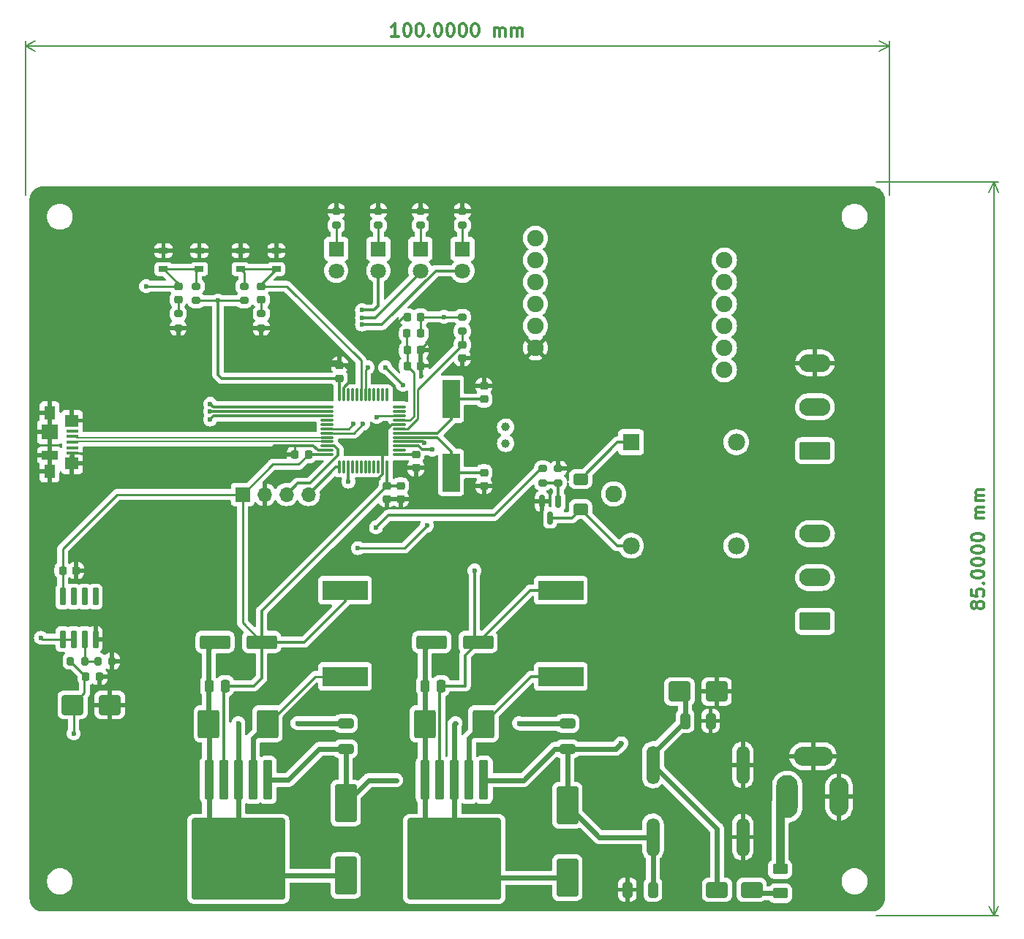
<source format=gbr>
%TF.GenerationSoftware,KiCad,Pcbnew,7.0.1*%
%TF.CreationDate,2023-05-03T11:58:35+03:00*%
%TF.ProjectId,damlama,64616d6c-616d-4612-9e6b-696361645f70,rev?*%
%TF.SameCoordinates,Original*%
%TF.FileFunction,Copper,L1,Top*%
%TF.FilePolarity,Positive*%
%FSLAX46Y46*%
G04 Gerber Fmt 4.6, Leading zero omitted, Abs format (unit mm)*
G04 Created by KiCad (PCBNEW 7.0.1) date 2023-05-03 11:58:35*
%MOMM*%
%LPD*%
G01*
G04 APERTURE LIST*
G04 Aperture macros list*
%AMRoundRect*
0 Rectangle with rounded corners*
0 $1 Rounding radius*
0 $2 $3 $4 $5 $6 $7 $8 $9 X,Y pos of 4 corners*
0 Add a 4 corners polygon primitive as box body*
4,1,4,$2,$3,$4,$5,$6,$7,$8,$9,$2,$3,0*
0 Add four circle primitives for the rounded corners*
1,1,$1+$1,$2,$3*
1,1,$1+$1,$4,$5*
1,1,$1+$1,$6,$7*
1,1,$1+$1,$8,$9*
0 Add four rect primitives between the rounded corners*
20,1,$1+$1,$2,$3,$4,$5,0*
20,1,$1+$1,$4,$5,$6,$7,0*
20,1,$1+$1,$6,$7,$8,$9,0*
20,1,$1+$1,$8,$9,$2,$3,0*%
G04 Aperture macros list end*
%ADD10C,0.300000*%
%TA.AperFunction,NonConductor*%
%ADD11C,0.300000*%
%TD*%
%TA.AperFunction,NonConductor*%
%ADD12C,0.200000*%
%TD*%
%TA.AperFunction,SMDPad,CuDef*%
%ADD13RoundRect,0.200000X-0.200000X-0.275000X0.200000X-0.275000X0.200000X0.275000X-0.200000X0.275000X0*%
%TD*%
%TA.AperFunction,SMDPad,CuDef*%
%ADD14RoundRect,0.150000X-0.150000X0.587500X-0.150000X-0.587500X0.150000X-0.587500X0.150000X0.587500X0*%
%TD*%
%TA.AperFunction,SMDPad,CuDef*%
%ADD15RoundRect,0.250000X-0.300000X2.050000X-0.300000X-2.050000X0.300000X-2.050000X0.300000X2.050000X0*%
%TD*%
%TA.AperFunction,SMDPad,CuDef*%
%ADD16RoundRect,0.250000X-2.375000X2.025000X-2.375000X-2.025000X2.375000X-2.025000X2.375000X2.025000X0*%
%TD*%
%TA.AperFunction,SMDPad,CuDef*%
%ADD17RoundRect,0.250002X-5.149998X4.449998X-5.149998X-4.449998X5.149998X-4.449998X5.149998X4.449998X0*%
%TD*%
%TA.AperFunction,SMDPad,CuDef*%
%ADD18R,5.207000X2.311400*%
%TD*%
%TA.AperFunction,SMDPad,CuDef*%
%ADD19RoundRect,0.225000X-0.250000X0.225000X-0.250000X-0.225000X0.250000X-0.225000X0.250000X0.225000X0*%
%TD*%
%TA.AperFunction,ComponentPad*%
%ADD20O,2.500000X5.000000*%
%TD*%
%TA.AperFunction,ComponentPad*%
%ADD21O,2.250000X4.500000*%
%TD*%
%TA.AperFunction,ComponentPad*%
%ADD22O,4.500000X2.250000*%
%TD*%
%TA.AperFunction,SMDPad,CuDef*%
%ADD23RoundRect,0.225000X-0.225000X-0.250000X0.225000X-0.250000X0.225000X0.250000X-0.225000X0.250000X0*%
%TD*%
%TA.AperFunction,SMDPad,CuDef*%
%ADD24RoundRect,0.200000X-0.275000X0.200000X-0.275000X-0.200000X0.275000X-0.200000X0.275000X0.200000X0*%
%TD*%
%TA.AperFunction,SMDPad,CuDef*%
%ADD25O,1.520000X4.450000*%
%TD*%
%TA.AperFunction,SMDPad,CuDef*%
%ADD26RoundRect,0.200000X0.275000X-0.200000X0.275000X0.200000X-0.275000X0.200000X-0.275000X-0.200000X0*%
%TD*%
%TA.AperFunction,ComponentPad*%
%ADD27RoundRect,0.249999X1.550001X-0.790001X1.550001X0.790001X-1.550001X0.790001X-1.550001X-0.790001X0*%
%TD*%
%TA.AperFunction,ComponentPad*%
%ADD28O,3.600000X2.080000*%
%TD*%
%TA.AperFunction,SMDPad,CuDef*%
%ADD29R,1.380000X0.450000*%
%TD*%
%TA.AperFunction,SMDPad,CuDef*%
%ADD30R,1.300000X1.650000*%
%TD*%
%TA.AperFunction,SMDPad,CuDef*%
%ADD31R,1.550000X1.425000*%
%TD*%
%TA.AperFunction,SMDPad,CuDef*%
%ADD32R,1.900000X1.800000*%
%TD*%
%TA.AperFunction,SMDPad,CuDef*%
%ADD33R,1.900000X1.000000*%
%TD*%
%TA.AperFunction,ComponentPad*%
%ADD34R,1.980000X1.980000*%
%TD*%
%TA.AperFunction,ComponentPad*%
%ADD35C,1.980000*%
%TD*%
%TA.AperFunction,ComponentPad*%
%ADD36C,1.935000*%
%TD*%
%TA.AperFunction,SMDPad,CuDef*%
%ADD37RoundRect,0.250000X0.250000X0.475000X-0.250000X0.475000X-0.250000X-0.475000X0.250000X-0.475000X0*%
%TD*%
%TA.AperFunction,SMDPad,CuDef*%
%ADD38RoundRect,0.250000X-0.600000X0.400000X-0.600000X-0.400000X0.600000X-0.400000X0.600000X0.400000X0*%
%TD*%
%TA.AperFunction,SMDPad,CuDef*%
%ADD39RoundRect,0.250000X-1.000000X-0.900000X1.000000X-0.900000X1.000000X0.900000X-1.000000X0.900000X0*%
%TD*%
%TA.AperFunction,SMDPad,CuDef*%
%ADD40RoundRect,0.218750X0.218750X0.256250X-0.218750X0.256250X-0.218750X-0.256250X0.218750X-0.256250X0*%
%TD*%
%TA.AperFunction,SMDPad,CuDef*%
%ADD41RoundRect,0.225000X0.250000X-0.225000X0.250000X0.225000X-0.250000X0.225000X-0.250000X-0.225000X0*%
%TD*%
%TA.AperFunction,ComponentPad*%
%ADD42R,1.800000X1.800000*%
%TD*%
%TA.AperFunction,ComponentPad*%
%ADD43C,1.800000*%
%TD*%
%TA.AperFunction,ComponentPad*%
%ADD44C,1.900000*%
%TD*%
%TA.AperFunction,SMDPad,CuDef*%
%ADD45RoundRect,0.075000X0.662500X0.075000X-0.662500X0.075000X-0.662500X-0.075000X0.662500X-0.075000X0*%
%TD*%
%TA.AperFunction,SMDPad,CuDef*%
%ADD46RoundRect,0.075000X0.075000X0.662500X-0.075000X0.662500X-0.075000X-0.662500X0.075000X-0.662500X0*%
%TD*%
%TA.AperFunction,SMDPad,CuDef*%
%ADD47RoundRect,0.250000X1.500000X0.550000X-1.500000X0.550000X-1.500000X-0.550000X1.500000X-0.550000X0*%
%TD*%
%TA.AperFunction,ComponentPad*%
%ADD48C,1.000000*%
%TD*%
%TA.AperFunction,SMDPad,CuDef*%
%ADD49R,2.000000X4.500000*%
%TD*%
%TA.AperFunction,SMDPad,CuDef*%
%ADD50RoundRect,0.250000X0.325000X0.650000X-0.325000X0.650000X-0.325000X-0.650000X0.325000X-0.650000X0*%
%TD*%
%TA.AperFunction,SMDPad,CuDef*%
%ADD51R,1.050000X0.650000*%
%TD*%
%TA.AperFunction,SMDPad,CuDef*%
%ADD52RoundRect,0.225000X0.225000X0.250000X-0.225000X0.250000X-0.225000X-0.250000X0.225000X-0.250000X0*%
%TD*%
%TA.AperFunction,SMDPad,CuDef*%
%ADD53RoundRect,0.250000X-0.325000X-0.650000X0.325000X-0.650000X0.325000X0.650000X-0.325000X0.650000X0*%
%TD*%
%TA.AperFunction,SMDPad,CuDef*%
%ADD54RoundRect,0.250000X-1.000000X1.950000X-1.000000X-1.950000X1.000000X-1.950000X1.000000X1.950000X0*%
%TD*%
%TA.AperFunction,SMDPad,CuDef*%
%ADD55RoundRect,0.250000X0.650000X-0.325000X0.650000X0.325000X-0.650000X0.325000X-0.650000X-0.325000X0*%
%TD*%
%TA.AperFunction,SMDPad,CuDef*%
%ADD56RoundRect,0.250000X-1.000000X-0.650000X1.000000X-0.650000X1.000000X0.650000X-1.000000X0.650000X0*%
%TD*%
%TA.AperFunction,ComponentPad*%
%ADD57R,1.700000X1.700000*%
%TD*%
%TA.AperFunction,ComponentPad*%
%ADD58O,1.700000X1.700000*%
%TD*%
%TA.AperFunction,SMDPad,CuDef*%
%ADD59RoundRect,0.250000X-1.000000X1.400000X-1.000000X-1.400000X1.000000X-1.400000X1.000000X1.400000X0*%
%TD*%
%TA.AperFunction,SMDPad,CuDef*%
%ADD60RoundRect,0.250000X-0.625000X0.375000X-0.625000X-0.375000X0.625000X-0.375000X0.625000X0.375000X0*%
%TD*%
%TA.AperFunction,SMDPad,CuDef*%
%ADD61RoundRect,0.042000X0.258000X-0.943000X0.258000X0.943000X-0.258000X0.943000X-0.258000X-0.943000X0*%
%TD*%
%TA.AperFunction,ViaPad*%
%ADD62C,0.600000*%
%TD*%
%TA.AperFunction,Conductor*%
%ADD63C,0.600000*%
%TD*%
%TA.AperFunction,Conductor*%
%ADD64C,0.300000*%
%TD*%
%TA.AperFunction,Conductor*%
%ADD65C,0.250000*%
%TD*%
%TA.AperFunction,Conductor*%
%ADD66C,1.000000*%
%TD*%
%TA.AperFunction,Conductor*%
%ADD67C,0.200000*%
%TD*%
G04 APERTURE END LIST*
D10*
D11*
X123214287Y-38093928D02*
X122357144Y-38093928D01*
X122785715Y-38093928D02*
X122785715Y-36593928D01*
X122785715Y-36593928D02*
X122642858Y-36808214D01*
X122642858Y-36808214D02*
X122500001Y-36951071D01*
X122500001Y-36951071D02*
X122357144Y-37022500D01*
X124142858Y-36593928D02*
X124285715Y-36593928D01*
X124285715Y-36593928D02*
X124428572Y-36665357D01*
X124428572Y-36665357D02*
X124500001Y-36736785D01*
X124500001Y-36736785D02*
X124571429Y-36879642D01*
X124571429Y-36879642D02*
X124642858Y-37165357D01*
X124642858Y-37165357D02*
X124642858Y-37522500D01*
X124642858Y-37522500D02*
X124571429Y-37808214D01*
X124571429Y-37808214D02*
X124500001Y-37951071D01*
X124500001Y-37951071D02*
X124428572Y-38022500D01*
X124428572Y-38022500D02*
X124285715Y-38093928D01*
X124285715Y-38093928D02*
X124142858Y-38093928D01*
X124142858Y-38093928D02*
X124000001Y-38022500D01*
X124000001Y-38022500D02*
X123928572Y-37951071D01*
X123928572Y-37951071D02*
X123857143Y-37808214D01*
X123857143Y-37808214D02*
X123785715Y-37522500D01*
X123785715Y-37522500D02*
X123785715Y-37165357D01*
X123785715Y-37165357D02*
X123857143Y-36879642D01*
X123857143Y-36879642D02*
X123928572Y-36736785D01*
X123928572Y-36736785D02*
X124000001Y-36665357D01*
X124000001Y-36665357D02*
X124142858Y-36593928D01*
X125571429Y-36593928D02*
X125714286Y-36593928D01*
X125714286Y-36593928D02*
X125857143Y-36665357D01*
X125857143Y-36665357D02*
X125928572Y-36736785D01*
X125928572Y-36736785D02*
X126000000Y-36879642D01*
X126000000Y-36879642D02*
X126071429Y-37165357D01*
X126071429Y-37165357D02*
X126071429Y-37522500D01*
X126071429Y-37522500D02*
X126000000Y-37808214D01*
X126000000Y-37808214D02*
X125928572Y-37951071D01*
X125928572Y-37951071D02*
X125857143Y-38022500D01*
X125857143Y-38022500D02*
X125714286Y-38093928D01*
X125714286Y-38093928D02*
X125571429Y-38093928D01*
X125571429Y-38093928D02*
X125428572Y-38022500D01*
X125428572Y-38022500D02*
X125357143Y-37951071D01*
X125357143Y-37951071D02*
X125285714Y-37808214D01*
X125285714Y-37808214D02*
X125214286Y-37522500D01*
X125214286Y-37522500D02*
X125214286Y-37165357D01*
X125214286Y-37165357D02*
X125285714Y-36879642D01*
X125285714Y-36879642D02*
X125357143Y-36736785D01*
X125357143Y-36736785D02*
X125428572Y-36665357D01*
X125428572Y-36665357D02*
X125571429Y-36593928D01*
X126714285Y-37951071D02*
X126785714Y-38022500D01*
X126785714Y-38022500D02*
X126714285Y-38093928D01*
X126714285Y-38093928D02*
X126642857Y-38022500D01*
X126642857Y-38022500D02*
X126714285Y-37951071D01*
X126714285Y-37951071D02*
X126714285Y-38093928D01*
X127714286Y-36593928D02*
X127857143Y-36593928D01*
X127857143Y-36593928D02*
X128000000Y-36665357D01*
X128000000Y-36665357D02*
X128071429Y-36736785D01*
X128071429Y-36736785D02*
X128142857Y-36879642D01*
X128142857Y-36879642D02*
X128214286Y-37165357D01*
X128214286Y-37165357D02*
X128214286Y-37522500D01*
X128214286Y-37522500D02*
X128142857Y-37808214D01*
X128142857Y-37808214D02*
X128071429Y-37951071D01*
X128071429Y-37951071D02*
X128000000Y-38022500D01*
X128000000Y-38022500D02*
X127857143Y-38093928D01*
X127857143Y-38093928D02*
X127714286Y-38093928D01*
X127714286Y-38093928D02*
X127571429Y-38022500D01*
X127571429Y-38022500D02*
X127500000Y-37951071D01*
X127500000Y-37951071D02*
X127428571Y-37808214D01*
X127428571Y-37808214D02*
X127357143Y-37522500D01*
X127357143Y-37522500D02*
X127357143Y-37165357D01*
X127357143Y-37165357D02*
X127428571Y-36879642D01*
X127428571Y-36879642D02*
X127500000Y-36736785D01*
X127500000Y-36736785D02*
X127571429Y-36665357D01*
X127571429Y-36665357D02*
X127714286Y-36593928D01*
X129142857Y-36593928D02*
X129285714Y-36593928D01*
X129285714Y-36593928D02*
X129428571Y-36665357D01*
X129428571Y-36665357D02*
X129500000Y-36736785D01*
X129500000Y-36736785D02*
X129571428Y-36879642D01*
X129571428Y-36879642D02*
X129642857Y-37165357D01*
X129642857Y-37165357D02*
X129642857Y-37522500D01*
X129642857Y-37522500D02*
X129571428Y-37808214D01*
X129571428Y-37808214D02*
X129500000Y-37951071D01*
X129500000Y-37951071D02*
X129428571Y-38022500D01*
X129428571Y-38022500D02*
X129285714Y-38093928D01*
X129285714Y-38093928D02*
X129142857Y-38093928D01*
X129142857Y-38093928D02*
X129000000Y-38022500D01*
X129000000Y-38022500D02*
X128928571Y-37951071D01*
X128928571Y-37951071D02*
X128857142Y-37808214D01*
X128857142Y-37808214D02*
X128785714Y-37522500D01*
X128785714Y-37522500D02*
X128785714Y-37165357D01*
X128785714Y-37165357D02*
X128857142Y-36879642D01*
X128857142Y-36879642D02*
X128928571Y-36736785D01*
X128928571Y-36736785D02*
X129000000Y-36665357D01*
X129000000Y-36665357D02*
X129142857Y-36593928D01*
X130571428Y-36593928D02*
X130714285Y-36593928D01*
X130714285Y-36593928D02*
X130857142Y-36665357D01*
X130857142Y-36665357D02*
X130928571Y-36736785D01*
X130928571Y-36736785D02*
X130999999Y-36879642D01*
X130999999Y-36879642D02*
X131071428Y-37165357D01*
X131071428Y-37165357D02*
X131071428Y-37522500D01*
X131071428Y-37522500D02*
X130999999Y-37808214D01*
X130999999Y-37808214D02*
X130928571Y-37951071D01*
X130928571Y-37951071D02*
X130857142Y-38022500D01*
X130857142Y-38022500D02*
X130714285Y-38093928D01*
X130714285Y-38093928D02*
X130571428Y-38093928D01*
X130571428Y-38093928D02*
X130428571Y-38022500D01*
X130428571Y-38022500D02*
X130357142Y-37951071D01*
X130357142Y-37951071D02*
X130285713Y-37808214D01*
X130285713Y-37808214D02*
X130214285Y-37522500D01*
X130214285Y-37522500D02*
X130214285Y-37165357D01*
X130214285Y-37165357D02*
X130285713Y-36879642D01*
X130285713Y-36879642D02*
X130357142Y-36736785D01*
X130357142Y-36736785D02*
X130428571Y-36665357D01*
X130428571Y-36665357D02*
X130571428Y-36593928D01*
X131999999Y-36593928D02*
X132142856Y-36593928D01*
X132142856Y-36593928D02*
X132285713Y-36665357D01*
X132285713Y-36665357D02*
X132357142Y-36736785D01*
X132357142Y-36736785D02*
X132428570Y-36879642D01*
X132428570Y-36879642D02*
X132499999Y-37165357D01*
X132499999Y-37165357D02*
X132499999Y-37522500D01*
X132499999Y-37522500D02*
X132428570Y-37808214D01*
X132428570Y-37808214D02*
X132357142Y-37951071D01*
X132357142Y-37951071D02*
X132285713Y-38022500D01*
X132285713Y-38022500D02*
X132142856Y-38093928D01*
X132142856Y-38093928D02*
X131999999Y-38093928D01*
X131999999Y-38093928D02*
X131857142Y-38022500D01*
X131857142Y-38022500D02*
X131785713Y-37951071D01*
X131785713Y-37951071D02*
X131714284Y-37808214D01*
X131714284Y-37808214D02*
X131642856Y-37522500D01*
X131642856Y-37522500D02*
X131642856Y-37165357D01*
X131642856Y-37165357D02*
X131714284Y-36879642D01*
X131714284Y-36879642D02*
X131785713Y-36736785D01*
X131785713Y-36736785D02*
X131857142Y-36665357D01*
X131857142Y-36665357D02*
X131999999Y-36593928D01*
X134285712Y-38093928D02*
X134285712Y-37093928D01*
X134285712Y-37236785D02*
X134357141Y-37165357D01*
X134357141Y-37165357D02*
X134499998Y-37093928D01*
X134499998Y-37093928D02*
X134714284Y-37093928D01*
X134714284Y-37093928D02*
X134857141Y-37165357D01*
X134857141Y-37165357D02*
X134928570Y-37308214D01*
X134928570Y-37308214D02*
X134928570Y-38093928D01*
X134928570Y-37308214D02*
X134999998Y-37165357D01*
X134999998Y-37165357D02*
X135142855Y-37093928D01*
X135142855Y-37093928D02*
X135357141Y-37093928D01*
X135357141Y-37093928D02*
X135499998Y-37165357D01*
X135499998Y-37165357D02*
X135571427Y-37308214D01*
X135571427Y-37308214D02*
X135571427Y-38093928D01*
X136285712Y-38093928D02*
X136285712Y-37093928D01*
X136285712Y-37236785D02*
X136357141Y-37165357D01*
X136357141Y-37165357D02*
X136499998Y-37093928D01*
X136499998Y-37093928D02*
X136714284Y-37093928D01*
X136714284Y-37093928D02*
X136857141Y-37165357D01*
X136857141Y-37165357D02*
X136928570Y-37308214D01*
X136928570Y-37308214D02*
X136928570Y-38093928D01*
X136928570Y-37308214D02*
X136999998Y-37165357D01*
X136999998Y-37165357D02*
X137142855Y-37093928D01*
X137142855Y-37093928D02*
X137357141Y-37093928D01*
X137357141Y-37093928D02*
X137499998Y-37165357D01*
X137499998Y-37165357D02*
X137571427Y-37308214D01*
X137571427Y-37308214D02*
X137571427Y-38093928D01*
D12*
X80000000Y-56500000D02*
X80000000Y-38613580D01*
X180000000Y-56500000D02*
X180000000Y-38613580D01*
X80000000Y-39200000D02*
X180000000Y-39200000D01*
X80000000Y-39200000D02*
X180000000Y-39200000D01*
X80000000Y-39200000D02*
X81126504Y-38613579D01*
X80000000Y-39200000D02*
X81126504Y-39786421D01*
X180000000Y-39200000D02*
X178873496Y-39786421D01*
X180000000Y-39200000D02*
X178873496Y-38613579D01*
D10*
D11*
X190136785Y-104142855D02*
X190065357Y-104285712D01*
X190065357Y-104285712D02*
X189993928Y-104357141D01*
X189993928Y-104357141D02*
X189851071Y-104428569D01*
X189851071Y-104428569D02*
X189779642Y-104428569D01*
X189779642Y-104428569D02*
X189636785Y-104357141D01*
X189636785Y-104357141D02*
X189565357Y-104285712D01*
X189565357Y-104285712D02*
X189493928Y-104142855D01*
X189493928Y-104142855D02*
X189493928Y-103857141D01*
X189493928Y-103857141D02*
X189565357Y-103714284D01*
X189565357Y-103714284D02*
X189636785Y-103642855D01*
X189636785Y-103642855D02*
X189779642Y-103571426D01*
X189779642Y-103571426D02*
X189851071Y-103571426D01*
X189851071Y-103571426D02*
X189993928Y-103642855D01*
X189993928Y-103642855D02*
X190065357Y-103714284D01*
X190065357Y-103714284D02*
X190136785Y-103857141D01*
X190136785Y-103857141D02*
X190136785Y-104142855D01*
X190136785Y-104142855D02*
X190208214Y-104285712D01*
X190208214Y-104285712D02*
X190279642Y-104357141D01*
X190279642Y-104357141D02*
X190422500Y-104428569D01*
X190422500Y-104428569D02*
X190708214Y-104428569D01*
X190708214Y-104428569D02*
X190851071Y-104357141D01*
X190851071Y-104357141D02*
X190922500Y-104285712D01*
X190922500Y-104285712D02*
X190993928Y-104142855D01*
X190993928Y-104142855D02*
X190993928Y-103857141D01*
X190993928Y-103857141D02*
X190922500Y-103714284D01*
X190922500Y-103714284D02*
X190851071Y-103642855D01*
X190851071Y-103642855D02*
X190708214Y-103571426D01*
X190708214Y-103571426D02*
X190422500Y-103571426D01*
X190422500Y-103571426D02*
X190279642Y-103642855D01*
X190279642Y-103642855D02*
X190208214Y-103714284D01*
X190208214Y-103714284D02*
X190136785Y-103857141D01*
X189493928Y-102214284D02*
X189493928Y-102928570D01*
X189493928Y-102928570D02*
X190208214Y-102999998D01*
X190208214Y-102999998D02*
X190136785Y-102928570D01*
X190136785Y-102928570D02*
X190065357Y-102785713D01*
X190065357Y-102785713D02*
X190065357Y-102428570D01*
X190065357Y-102428570D02*
X190136785Y-102285713D01*
X190136785Y-102285713D02*
X190208214Y-102214284D01*
X190208214Y-102214284D02*
X190351071Y-102142855D01*
X190351071Y-102142855D02*
X190708214Y-102142855D01*
X190708214Y-102142855D02*
X190851071Y-102214284D01*
X190851071Y-102214284D02*
X190922500Y-102285713D01*
X190922500Y-102285713D02*
X190993928Y-102428570D01*
X190993928Y-102428570D02*
X190993928Y-102785713D01*
X190993928Y-102785713D02*
X190922500Y-102928570D01*
X190922500Y-102928570D02*
X190851071Y-102999998D01*
X190851071Y-101499999D02*
X190922500Y-101428570D01*
X190922500Y-101428570D02*
X190993928Y-101499999D01*
X190993928Y-101499999D02*
X190922500Y-101571427D01*
X190922500Y-101571427D02*
X190851071Y-101499999D01*
X190851071Y-101499999D02*
X190993928Y-101499999D01*
X189493928Y-100499998D02*
X189493928Y-100357141D01*
X189493928Y-100357141D02*
X189565357Y-100214284D01*
X189565357Y-100214284D02*
X189636785Y-100142856D01*
X189636785Y-100142856D02*
X189779642Y-100071427D01*
X189779642Y-100071427D02*
X190065357Y-99999998D01*
X190065357Y-99999998D02*
X190422500Y-99999998D01*
X190422500Y-99999998D02*
X190708214Y-100071427D01*
X190708214Y-100071427D02*
X190851071Y-100142856D01*
X190851071Y-100142856D02*
X190922500Y-100214284D01*
X190922500Y-100214284D02*
X190993928Y-100357141D01*
X190993928Y-100357141D02*
X190993928Y-100499998D01*
X190993928Y-100499998D02*
X190922500Y-100642856D01*
X190922500Y-100642856D02*
X190851071Y-100714284D01*
X190851071Y-100714284D02*
X190708214Y-100785713D01*
X190708214Y-100785713D02*
X190422500Y-100857141D01*
X190422500Y-100857141D02*
X190065357Y-100857141D01*
X190065357Y-100857141D02*
X189779642Y-100785713D01*
X189779642Y-100785713D02*
X189636785Y-100714284D01*
X189636785Y-100714284D02*
X189565357Y-100642856D01*
X189565357Y-100642856D02*
X189493928Y-100499998D01*
X189493928Y-99071427D02*
X189493928Y-98928570D01*
X189493928Y-98928570D02*
X189565357Y-98785713D01*
X189565357Y-98785713D02*
X189636785Y-98714285D01*
X189636785Y-98714285D02*
X189779642Y-98642856D01*
X189779642Y-98642856D02*
X190065357Y-98571427D01*
X190065357Y-98571427D02*
X190422500Y-98571427D01*
X190422500Y-98571427D02*
X190708214Y-98642856D01*
X190708214Y-98642856D02*
X190851071Y-98714285D01*
X190851071Y-98714285D02*
X190922500Y-98785713D01*
X190922500Y-98785713D02*
X190993928Y-98928570D01*
X190993928Y-98928570D02*
X190993928Y-99071427D01*
X190993928Y-99071427D02*
X190922500Y-99214285D01*
X190922500Y-99214285D02*
X190851071Y-99285713D01*
X190851071Y-99285713D02*
X190708214Y-99357142D01*
X190708214Y-99357142D02*
X190422500Y-99428570D01*
X190422500Y-99428570D02*
X190065357Y-99428570D01*
X190065357Y-99428570D02*
X189779642Y-99357142D01*
X189779642Y-99357142D02*
X189636785Y-99285713D01*
X189636785Y-99285713D02*
X189565357Y-99214285D01*
X189565357Y-99214285D02*
X189493928Y-99071427D01*
X189493928Y-97642856D02*
X189493928Y-97499999D01*
X189493928Y-97499999D02*
X189565357Y-97357142D01*
X189565357Y-97357142D02*
X189636785Y-97285714D01*
X189636785Y-97285714D02*
X189779642Y-97214285D01*
X189779642Y-97214285D02*
X190065357Y-97142856D01*
X190065357Y-97142856D02*
X190422500Y-97142856D01*
X190422500Y-97142856D02*
X190708214Y-97214285D01*
X190708214Y-97214285D02*
X190851071Y-97285714D01*
X190851071Y-97285714D02*
X190922500Y-97357142D01*
X190922500Y-97357142D02*
X190993928Y-97499999D01*
X190993928Y-97499999D02*
X190993928Y-97642856D01*
X190993928Y-97642856D02*
X190922500Y-97785714D01*
X190922500Y-97785714D02*
X190851071Y-97857142D01*
X190851071Y-97857142D02*
X190708214Y-97928571D01*
X190708214Y-97928571D02*
X190422500Y-97999999D01*
X190422500Y-97999999D02*
X190065357Y-97999999D01*
X190065357Y-97999999D02*
X189779642Y-97928571D01*
X189779642Y-97928571D02*
X189636785Y-97857142D01*
X189636785Y-97857142D02*
X189565357Y-97785714D01*
X189565357Y-97785714D02*
X189493928Y-97642856D01*
X189493928Y-96214285D02*
X189493928Y-96071428D01*
X189493928Y-96071428D02*
X189565357Y-95928571D01*
X189565357Y-95928571D02*
X189636785Y-95857143D01*
X189636785Y-95857143D02*
X189779642Y-95785714D01*
X189779642Y-95785714D02*
X190065357Y-95714285D01*
X190065357Y-95714285D02*
X190422500Y-95714285D01*
X190422500Y-95714285D02*
X190708214Y-95785714D01*
X190708214Y-95785714D02*
X190851071Y-95857143D01*
X190851071Y-95857143D02*
X190922500Y-95928571D01*
X190922500Y-95928571D02*
X190993928Y-96071428D01*
X190993928Y-96071428D02*
X190993928Y-96214285D01*
X190993928Y-96214285D02*
X190922500Y-96357143D01*
X190922500Y-96357143D02*
X190851071Y-96428571D01*
X190851071Y-96428571D02*
X190708214Y-96500000D01*
X190708214Y-96500000D02*
X190422500Y-96571428D01*
X190422500Y-96571428D02*
X190065357Y-96571428D01*
X190065357Y-96571428D02*
X189779642Y-96500000D01*
X189779642Y-96500000D02*
X189636785Y-96428571D01*
X189636785Y-96428571D02*
X189565357Y-96357143D01*
X189565357Y-96357143D02*
X189493928Y-96214285D01*
X190993928Y-93928572D02*
X189993928Y-93928572D01*
X190136785Y-93928572D02*
X190065357Y-93857143D01*
X190065357Y-93857143D02*
X189993928Y-93714286D01*
X189993928Y-93714286D02*
X189993928Y-93500000D01*
X189993928Y-93500000D02*
X190065357Y-93357143D01*
X190065357Y-93357143D02*
X190208214Y-93285715D01*
X190208214Y-93285715D02*
X190993928Y-93285715D01*
X190208214Y-93285715D02*
X190065357Y-93214286D01*
X190065357Y-93214286D02*
X189993928Y-93071429D01*
X189993928Y-93071429D02*
X189993928Y-92857143D01*
X189993928Y-92857143D02*
X190065357Y-92714286D01*
X190065357Y-92714286D02*
X190208214Y-92642857D01*
X190208214Y-92642857D02*
X190993928Y-92642857D01*
X190993928Y-91928572D02*
X189993928Y-91928572D01*
X190136785Y-91928572D02*
X190065357Y-91857143D01*
X190065357Y-91857143D02*
X189993928Y-91714286D01*
X189993928Y-91714286D02*
X189993928Y-91500000D01*
X189993928Y-91500000D02*
X190065357Y-91357143D01*
X190065357Y-91357143D02*
X190208214Y-91285715D01*
X190208214Y-91285715D02*
X190993928Y-91285715D01*
X190208214Y-91285715D02*
X190065357Y-91214286D01*
X190065357Y-91214286D02*
X189993928Y-91071429D01*
X189993928Y-91071429D02*
X189993928Y-90857143D01*
X189993928Y-90857143D02*
X190065357Y-90714286D01*
X190065357Y-90714286D02*
X190208214Y-90642857D01*
X190208214Y-90642857D02*
X190993928Y-90642857D01*
D12*
X178500000Y-55000000D02*
X192686420Y-55000000D01*
X178500000Y-140000000D02*
X192686420Y-140000000D01*
X192100000Y-55000000D02*
X192100000Y-140000000D01*
X192100000Y-55000000D02*
X192100000Y-140000000D01*
X192100000Y-55000000D02*
X192686421Y-56126504D01*
X192100000Y-55000000D02*
X191513579Y-56126504D01*
X192100000Y-140000000D02*
X191513579Y-138873496D01*
X192100000Y-140000000D02*
X192686421Y-138873496D01*
D13*
%TO.P,R15,1*%
%TO.N,Net-(U4A-+)*%
X88392000Y-110490000D03*
%TO.P,R15,2*%
%TO.N,GND*%
X90042000Y-110490000D03*
%TD*%
D14*
%TO.P,Q1,1,B*%
%TO.N,Net-(Q1-B)*%
X141710000Y-92010000D03*
%TO.P,Q1,2,E*%
%TO.N,GND*%
X139810000Y-92010000D03*
%TO.P,Q1,3,C*%
%TO.N,Net-(D4-A)*%
X140760000Y-93885000D03*
%TD*%
D15*
%TO.P,U5,1,VIN*%
%TO.N,/Power/+12V*%
X133060500Y-124262500D03*
%TO.P,U5,2,OUT*%
%TO.N,Net-(D10-K)*%
X131360500Y-124262500D03*
%TO.P,U5,3,GND*%
%TO.N,Net-(D10-A)*%
X129660500Y-124262500D03*
D16*
X132435500Y-130987500D03*
X126885500Y-130987500D03*
D17*
X129660500Y-133412500D03*
D16*
X132435500Y-135837500D03*
X126885500Y-135837500D03*
D15*
%TO.P,U5,4,FB*%
%TO.N,+5V*%
X127960500Y-124262500D03*
%TO.P,U5,5,~{ON}/OFF*%
%TO.N,Net-(D10-A)*%
X126260500Y-124262500D03*
%TD*%
D18*
%TO.P,L3,1,1*%
%TO.N,+5V*%
X142000000Y-102288400D03*
%TO.P,L3,2,2*%
%TO.N,Net-(D10-K)*%
X142000000Y-112270600D03*
%TD*%
D19*
%TO.P,C9,1*%
%TO.N,/MCU/BTN_ACT*%
X97701250Y-67056000D03*
%TO.P,C9,2*%
%TO.N,Net-(C9-Pad2)*%
X97701250Y-68606000D03*
%TD*%
D20*
%TO.P,J4,1*%
%TO.N,/Power/VIN*%
X168200000Y-126200000D03*
D21*
%TO.P,J4,2*%
%TO.N,GND*%
X174200000Y-126200000D03*
D22*
%TO.P,J4,3*%
X171200000Y-121500000D03*
%TD*%
D23*
%TO.P,C18,1*%
%TO.N,+3V3*%
X84328000Y-100000000D03*
%TO.P,C18,2*%
%TO.N,GND*%
X85878000Y-100000000D03*
%TD*%
D24*
%TO.P,R3,1*%
%TO.N,Net-(C9-Pad2)*%
X97701250Y-70226000D03*
%TO.P,R3,2*%
%TO.N,GND*%
X97701250Y-71876000D03*
%TD*%
D25*
%TO.P,T2,1,PRI_1*%
%TO.N,/Power/+12V*%
X152654000Y-130883500D03*
%TO.P,T2,2,PRI_2*%
%TO.N,GND*%
X163064000Y-130883500D03*
%TO.P,T2,3,SEC_1*%
%TO.N,Net-(D1-K)*%
X152654000Y-122503500D03*
%TO.P,T2,4,SEC_2*%
%TO.N,GND*%
X163064000Y-122503500D03*
%TD*%
D26*
%TO.P,R10,1*%
%TO.N,Net-(D5-K)*%
X120866668Y-60000000D03*
%TO.P,R10,2*%
%TO.N,GND*%
X120866668Y-58350000D03*
%TD*%
D19*
%TO.P,C6,1*%
%TO.N,+3V3*%
X121876000Y-90170000D03*
%TO.P,C6,2*%
%TO.N,GND*%
X121876000Y-91720000D03*
%TD*%
D27*
%TO.P,J6,1,Pin_1*%
%TO.N,+5V*%
X171400000Y-86100000D03*
D28*
%TO.P,J6,2,Pin_2*%
%TO.N,/ADC/SENSOR*%
X171400000Y-81020000D03*
%TO.P,J6,3,Pin_3*%
%TO.N,GND*%
X171400000Y-75940000D03*
%TD*%
D26*
%TO.P,R12,1*%
%TO.N,Net-(D7-K)*%
X130600000Y-60000000D03*
%TO.P,R12,2*%
%TO.N,GND*%
X130600000Y-58350000D03*
%TD*%
D23*
%TO.P,C11,1*%
%TO.N,+3.3VA*%
X124206000Y-76272000D03*
%TO.P,C11,2*%
%TO.N,GND*%
X125756000Y-76272000D03*
%TD*%
D24*
%TO.P,R6,1*%
%TO.N,/MCU/RELAY*%
X139900000Y-88175000D03*
%TO.P,R6,2*%
%TO.N,Net-(Q1-B)*%
X139900000Y-89825000D03*
%TD*%
D26*
%TO.P,R8,1*%
%TO.N,+3V3*%
X105323750Y-68715941D03*
%TO.P,R8,2*%
%TO.N,/MCU/BTN_DEACT*%
X105323750Y-67065941D03*
%TD*%
D23*
%TO.P,C17,1*%
%TO.N,/ADC/SENSOR*%
X87025000Y-112300000D03*
%TO.P,C17,2*%
%TO.N,GND*%
X88575000Y-112300000D03*
%TD*%
D29*
%TO.P,J1,1,VBUS*%
%TO.N,unconnected-(J1-VBUS-Pad1)*%
X85485000Y-83812500D03*
%TO.P,J1,2,D-*%
%TO.N,/MCU/USB_D-*%
X85485000Y-84462500D03*
%TO.P,J1,3,D+*%
%TO.N,/MCU/USB_D+*%
X85485000Y-85112500D03*
%TO.P,J1,4,ID*%
%TO.N,unconnected-(J1-ID-Pad4)*%
X85485000Y-85762500D03*
%TO.P,J1,5,GND*%
%TO.N,GND*%
X85485000Y-86412500D03*
D30*
%TO.P,J1,6,Shield*%
X82825000Y-81737500D03*
D31*
X85400000Y-82625000D03*
D32*
X82825000Y-83962500D03*
D33*
X82825000Y-86662500D03*
D31*
X85400000Y-87600000D03*
D30*
X82825000Y-88487500D03*
%TD*%
D26*
%TO.P,R1,1*%
%TO.N,/MCU/NRST*%
X130586000Y-72262000D03*
%TO.P,R1,2*%
%TO.N,+3V3*%
X130586000Y-70612000D03*
%TD*%
D34*
%TO.P,K1,A1*%
%TO.N,+5V*%
X150110000Y-85122500D03*
D35*
%TO.P,K1,A2*%
%TO.N,Net-(D4-A)*%
X150110000Y-97122500D03*
D36*
%TO.P,K1,COM*%
%TO.N,/RELAY/RLIN*%
X148110000Y-91122500D03*
D35*
%TO.P,K1,NC*%
%TO.N,/RELAY/RLNC*%
X162310000Y-85122500D03*
%TO.P,K1,NO*%
%TO.N,/RELAY/RLNO*%
X162310000Y-97122500D03*
%TD*%
D15*
%TO.P,U2,1,VIN*%
%TO.N,/Power/+12V*%
X108067000Y-124262500D03*
%TO.P,U2,2,OUT*%
%TO.N,Net-(D12-K)*%
X106367000Y-124262500D03*
%TO.P,U2,3,GND*%
%TO.N,Net-(D12-A)*%
X104667000Y-124262500D03*
D16*
X107442000Y-130987500D03*
X101892000Y-130987500D03*
D17*
X104667000Y-133412500D03*
D16*
X107442000Y-135837500D03*
X101892000Y-135837500D03*
D15*
%TO.P,U2,4,FB*%
%TO.N,+3V3*%
X102967000Y-124262500D03*
%TO.P,U2,5,~{ON}/OFF*%
%TO.N,Net-(D12-A)*%
X101267000Y-124262500D03*
%TD*%
D37*
%TO.P,C26,1*%
%TO.N,+3V3*%
X103150000Y-113357500D03*
%TO.P,C26,2*%
%TO.N,Net-(D12-A)*%
X101250000Y-113357500D03*
%TD*%
D38*
%TO.P,D4,1,K*%
%TO.N,+5V*%
X144272000Y-89395000D03*
%TO.P,D4,2,A*%
%TO.N,Net-(D4-A)*%
X144272000Y-92895000D03*
%TD*%
D19*
%TO.P,C16,1*%
%TO.N,GND*%
X133096000Y-78601000D03*
%TO.P,C16,2*%
%TO.N,/MCU/RCC_OSC_OUT*%
X133096000Y-80151000D03*
%TD*%
D39*
%TO.P,D3,1,K*%
%TO.N,/ADC/SENSOR*%
X85480000Y-115570000D03*
%TO.P,D3,2,A*%
%TO.N,GND*%
X89780000Y-115570000D03*
%TD*%
D13*
%TO.P,R14,1*%
%TO.N,/ADC/SENSOR*%
X85218000Y-110490000D03*
%TO.P,R14,2*%
%TO.N,Net-(U4A-+)*%
X86868000Y-110490000D03*
%TD*%
D40*
%TO.P,FB1,1*%
%TO.N,+3V3*%
X125768500Y-72542000D03*
%TO.P,FB1,2*%
%TO.N,+3.3VA*%
X124193500Y-72542000D03*
%TD*%
D41*
%TO.P,C15,1*%
%TO.N,GND*%
X133096000Y-90201000D03*
%TO.P,C15,2*%
%TO.N,/MCU/RCC_OSC_IN*%
X133096000Y-88651000D03*
%TD*%
D42*
%TO.P,D5,1,K*%
%TO.N,Net-(D5-K)*%
X120866668Y-62725000D03*
D43*
%TO.P,D5,2,A*%
%TO.N,/MCU/LED_ACT*%
X120866668Y-65265000D03*
%TD*%
D44*
%TO.P,U3,1,NET*%
%TO.N,unconnected-(U3-NET-Pad1)*%
X139060000Y-61500000D03*
%TO.P,U3,2,VCC*%
%TO.N,+3V3*%
X139060000Y-64040000D03*
%TO.P,U3,3,RST*%
%TO.N,unconnected-(U3-RST-Pad3)*%
X139060000Y-66580000D03*
%TO.P,U3,4,RXD*%
%TO.N,/GSM/RXD*%
X139060000Y-69120000D03*
%TO.P,U3,5,TXD*%
%TO.N,/GSM/TXD*%
X139060000Y-71660000D03*
%TO.P,U3,6,GND*%
%TO.N,GND*%
X139060000Y-74200000D03*
%TO.P,U3,7,SPK-*%
%TO.N,unconnected-(U3-SPK--Pad7)*%
X160930000Y-76740000D03*
%TO.P,U3,8,SPK+*%
%TO.N,unconnected-(U3-SPK+-Pad8)*%
X160930000Y-74200000D03*
%TO.P,U3,9,MIC-*%
%TO.N,unconnected-(U3-MIC--Pad9)*%
X160930000Y-71660000D03*
%TO.P,U3,10,MIC+*%
%TO.N,unconnected-(U3-MIC+-Pad10)*%
X160930000Y-69120000D03*
%TO.P,U3,11,DTR*%
%TO.N,unconnected-(U3-DTR-Pad11)*%
X160930000Y-66580000D03*
%TO.P,U3,12,RING*%
%TO.N,unconnected-(U3-RING-Pad12)*%
X160930000Y-64040000D03*
%TD*%
D45*
%TO.P,U1,1,VBAT*%
%TO.N,/MCU/VBAT*%
X123288500Y-86570000D03*
%TO.P,U1,2,PC13*%
%TO.N,unconnected-(U1-PC13-Pad2)*%
X123288500Y-86070000D03*
%TO.P,U1,3,PC14*%
%TO.N,/MCU/RCC_OSC32_IN*%
X123288500Y-85570000D03*
%TO.P,U1,4,PC15*%
%TO.N,/MCU/RCC_OSC32_OUT*%
X123288500Y-85070000D03*
%TO.P,U1,5,PD0*%
%TO.N,/MCU/RCC_OSC_IN*%
X123288500Y-84570000D03*
%TO.P,U1,6,PD1*%
%TO.N,/MCU/RCC_OSC_OUT*%
X123288500Y-84070000D03*
%TO.P,U1,7,NRST*%
%TO.N,/MCU/NRST*%
X123288500Y-83570000D03*
%TO.P,U1,8,VSSA*%
%TO.N,GND*%
X123288500Y-83070000D03*
%TO.P,U1,9,VDDA*%
%TO.N,+3.3VA*%
X123288500Y-82570000D03*
%TO.P,U1,10,PA0*%
%TO.N,/ADC/ADC*%
X123288500Y-82070000D03*
%TO.P,U1,11,PA1*%
%TO.N,unconnected-(U1-PA1-Pad11)*%
X123288500Y-81570000D03*
%TO.P,U1,12,PA2*%
%TO.N,unconnected-(U1-PA2-Pad12)*%
X123288500Y-81070000D03*
D46*
%TO.P,U1,13,PA3*%
%TO.N,unconnected-(U1-PA3-Pad13)*%
X121876000Y-79657500D03*
%TO.P,U1,14,PA4*%
%TO.N,unconnected-(U1-PA4-Pad14)*%
X121376000Y-79657500D03*
%TO.P,U1,15,PA5*%
%TO.N,unconnected-(U1-PA5-Pad15)*%
X120876000Y-79657500D03*
%TO.P,U1,16,PA6*%
%TO.N,unconnected-(U1-PA6-Pad16)*%
X120376000Y-79657500D03*
%TO.P,U1,17,PA7*%
%TO.N,unconnected-(U1-PA7-Pad17)*%
X119876000Y-79657500D03*
%TO.P,U1,18,PB0*%
%TO.N,/MCU/BTN_ACT*%
X119376000Y-79657500D03*
%TO.P,U1,19,PB1*%
%TO.N,/MCU/BTN_DEACT*%
X118876000Y-79657500D03*
%TO.P,U1,20,PB2*%
%TO.N,unconnected-(U1-PB2-Pad20)*%
X118376000Y-79657500D03*
%TO.P,U1,21,PB10*%
%TO.N,unconnected-(U1-PB10-Pad21)*%
X117876000Y-79657500D03*
%TO.P,U1,22,PB11*%
%TO.N,unconnected-(U1-PB11-Pad22)*%
X117376000Y-79657500D03*
%TO.P,U1,23,VSS*%
%TO.N,GND*%
X116876000Y-79657500D03*
%TO.P,U1,24,VDD*%
%TO.N,+3V3*%
X116376000Y-79657500D03*
D45*
%TO.P,U1,25,PB12*%
%TO.N,/MCU/LED_ERR*%
X114963500Y-81070000D03*
%TO.P,U1,26,PB13*%
%TO.N,/MCU/LED_DEACT*%
X114963500Y-81570000D03*
%TO.P,U1,27,PB14*%
%TO.N,/MCU/LED_ACT*%
X114963500Y-82070000D03*
%TO.P,U1,28,PB15*%
%TO.N,unconnected-(U1-PB15-Pad28)*%
X114963500Y-82570000D03*
%TO.P,U1,29,PA8*%
%TO.N,unconnected-(U1-PA8-Pad29)*%
X114963500Y-83070000D03*
%TO.P,U1,30,PA9*%
%TO.N,/GSM/RXD*%
X114963500Y-83570000D03*
%TO.P,U1,31,PA10*%
%TO.N,/GSM/TXD*%
X114963500Y-84070000D03*
%TO.P,U1,32,PA11*%
%TO.N,/MCU/USB_D-*%
X114963500Y-84570000D03*
%TO.P,U1,33,PA12*%
%TO.N,/MCU/USB_D+*%
X114963500Y-85070000D03*
%TO.P,U1,34,PA13*%
%TO.N,/MCU/SWDIO*%
X114963500Y-85570000D03*
%TO.P,U1,35,VSS*%
%TO.N,GND*%
X114963500Y-86070000D03*
%TO.P,U1,36,VDD*%
%TO.N,+3V3*%
X114963500Y-86570000D03*
D46*
%TO.P,U1,37,PA14*%
%TO.N,/MCU/SWCLK*%
X116376000Y-87982500D03*
%TO.P,U1,38,PA15*%
%TO.N,unconnected-(U1-PA15-Pad38)*%
X116876000Y-87982500D03*
%TO.P,U1,39,PB3*%
%TO.N,/MCU/RELAY*%
X117376000Y-87982500D03*
%TO.P,U1,40,PB4*%
%TO.N,unconnected-(U1-PB4-Pad40)*%
X117876000Y-87982500D03*
%TO.P,U1,41,PB5*%
%TO.N,unconnected-(U1-PB5-Pad41)*%
X118376000Y-87982500D03*
%TO.P,U1,42,PB6*%
%TO.N,unconnected-(U1-PB6-Pad42)*%
X118876000Y-87982500D03*
%TO.P,U1,43,PB7*%
%TO.N,unconnected-(U1-PB7-Pad43)*%
X119376000Y-87982500D03*
%TO.P,U1,44,BOOT0*%
%TO.N,unconnected-(U1-BOOT0-Pad44)*%
X119876000Y-87982500D03*
%TO.P,U1,45,PB8*%
%TO.N,unconnected-(U1-PB8-Pad45)*%
X120376000Y-87982500D03*
%TO.P,U1,46,PB9*%
%TO.N,unconnected-(U1-PB9-Pad46)*%
X120876000Y-87982500D03*
%TO.P,U1,47,VSS*%
%TO.N,GND*%
X121376000Y-87982500D03*
%TO.P,U1,48,VDD*%
%TO.N,+3V3*%
X121876000Y-87982500D03*
%TD*%
D19*
%TO.P,C19,1*%
%TO.N,/MCU/BTN_DEACT*%
X107313750Y-67065941D03*
%TO.P,C19,2*%
%TO.N,Net-(C19-Pad2)*%
X107313750Y-68615941D03*
%TD*%
D27*
%TO.P,J5,1,Pin_1*%
%TO.N,/RELAY/RLNO*%
X171422500Y-105900000D03*
D28*
%TO.P,J5,2,Pin_2*%
%TO.N,/RELAY/RLIN*%
X171422500Y-100820000D03*
%TO.P,J5,3,Pin_3*%
%TO.N,/RELAY/RLNC*%
X171422500Y-95740000D03*
%TD*%
D26*
%TO.P,R7,1*%
%TO.N,Net-(Q1-B)*%
X141700000Y-89825000D03*
%TO.P,R7,2*%
%TO.N,GND*%
X141700000Y-88175000D03*
%TD*%
D47*
%TO.P,C27,1*%
%TO.N,+3V3*%
X107367000Y-108277500D03*
%TO.P,C27,2*%
%TO.N,Net-(D12-A)*%
X101967000Y-108277500D03*
%TD*%
D26*
%TO.P,R2,1*%
%TO.N,+3V3*%
X99791250Y-68706000D03*
%TO.P,R2,2*%
%TO.N,/MCU/BTN_ACT*%
X99791250Y-67056000D03*
%TD*%
D48*
%TO.P,Y1,1,1*%
%TO.N,/MCU/RCC_OSC32_OUT*%
X135610000Y-83374000D03*
%TO.P,Y1,2,2*%
%TO.N,/MCU/RCC_OSC32_IN*%
X135610000Y-85274000D03*
%TD*%
D49*
%TO.P,Y2,1,1*%
%TO.N,/MCU/RCC_OSC_OUT*%
X129286000Y-80146000D03*
%TO.P,Y2,2,2*%
%TO.N,/MCU/RCC_OSC_IN*%
X129286000Y-88646000D03*
%TD*%
D50*
%TO.P,C2,1*%
%TO.N,/Power/+12V*%
X152654000Y-136979500D03*
%TO.P,C2,2*%
%TO.N,GND*%
X149704000Y-136979500D03*
%TD*%
D51*
%TO.P,SW1,1,1*%
%TO.N,GND*%
X96000000Y-62925000D03*
X100150000Y-62925000D03*
%TO.P,SW1,2,2*%
%TO.N,/MCU/BTN_ACT*%
X96000000Y-65075000D03*
X100125000Y-65075000D03*
%TD*%
D19*
%TO.P,C8,1*%
%TO.N,/MCU/NRST*%
X130586000Y-73837000D03*
%TO.P,C8,2*%
%TO.N,GND*%
X130586000Y-75387000D03*
%TD*%
D24*
%TO.P,R9,1*%
%TO.N,Net-(C19-Pad2)*%
X107313750Y-70235941D03*
%TO.P,R9,2*%
%TO.N,GND*%
X107313750Y-71885941D03*
%TD*%
D42*
%TO.P,D6,1,K*%
%TO.N,Net-(D6-K)*%
X125733334Y-62725000D03*
D43*
%TO.P,D6,2,A*%
%TO.N,/MCU/LED_DEACT*%
X125733334Y-65265000D03*
%TD*%
D23*
%TO.P,C12,1*%
%TO.N,+3.3VA*%
X124206000Y-74482000D03*
%TO.P,C12,2*%
%TO.N,GND*%
X125756000Y-74482000D03*
%TD*%
D18*
%TO.P,L1,1,1*%
%TO.N,+3V3*%
X117000000Y-102288400D03*
%TO.P,L1,2,2*%
%TO.N,Net-(D12-K)*%
X117000000Y-112270600D03*
%TD*%
D52*
%TO.P,C4,1*%
%TO.N,+3V3*%
X112776000Y-86570000D03*
%TO.P,C4,2*%
%TO.N,GND*%
X111226000Y-86570000D03*
%TD*%
D39*
%TO.P,D2,1,K*%
%TO.N,Net-(D1-K)*%
X155731500Y-114021500D03*
%TO.P,D2,2,A*%
%TO.N,GND*%
X160031500Y-114021500D03*
%TD*%
D53*
%TO.P,C1,1*%
%TO.N,Net-(D1-K)*%
X156384000Y-117421500D03*
%TO.P,C1,2*%
%TO.N,GND*%
X159334000Y-117421500D03*
%TD*%
D54*
%TO.P,C24,1*%
%TO.N,/Power/+12V*%
X117094000Y-126956500D03*
%TO.P,C24,2*%
%TO.N,Net-(D12-A)*%
X117094000Y-135356500D03*
%TD*%
D55*
%TO.P,C21,1*%
%TO.N,/Power/+12V*%
X142748000Y-120674500D03*
%TO.P,C21,2*%
%TO.N,Net-(D10-A)*%
X142748000Y-117724500D03*
%TD*%
D37*
%TO.P,C22,1*%
%TO.N,+5V*%
X128150000Y-113357500D03*
%TO.P,C22,2*%
%TO.N,Net-(D10-A)*%
X126250000Y-113357500D03*
%TD*%
D56*
%TO.P,D1,1,K*%
%TO.N,Net-(D1-K)*%
X160080000Y-136979500D03*
%TO.P,D1,2,A*%
%TO.N,Net-(D1-A)*%
X164080000Y-136979500D03*
%TD*%
D57*
%TO.P,J3,1,Pin_1*%
%TO.N,+3V3*%
X105156000Y-91186000D03*
D58*
%TO.P,J3,2,Pin_2*%
%TO.N,GND*%
X107696000Y-91186000D03*
%TO.P,J3,3,Pin_3*%
%TO.N,/MCU/SWDIO*%
X110236000Y-91186000D03*
%TO.P,J3,4,Pin_4*%
%TO.N,/MCU/SWCLK*%
X112776000Y-91186000D03*
%TD*%
D26*
%TO.P,R13,1*%
%TO.N,Net-(D8-K)*%
X116000000Y-60000000D03*
%TO.P,R13,2*%
%TO.N,GND*%
X116000000Y-58350000D03*
%TD*%
D59*
%TO.P,D12,1,K*%
%TO.N,Net-(D12-K)*%
X108044500Y-117762500D03*
%TO.P,D12,2,A*%
%TO.N,Net-(D12-A)*%
X101244500Y-117762500D03*
%TD*%
D51*
%TO.P,SW2,1,1*%
%TO.N,GND*%
X104925000Y-62925000D03*
X109075000Y-62925000D03*
%TO.P,SW2,2,2*%
%TO.N,/MCU/BTN_DEACT*%
X104925000Y-65075000D03*
X109050000Y-65075000D03*
%TD*%
D59*
%TO.P,D10,1,K*%
%TO.N,Net-(D10-K)*%
X133038000Y-117762500D03*
%TO.P,D10,2,A*%
%TO.N,Net-(D10-A)*%
X126238000Y-117762500D03*
%TD*%
D26*
%TO.P,R11,1*%
%TO.N,Net-(D6-K)*%
X125733334Y-60000000D03*
%TO.P,R11,2*%
%TO.N,GND*%
X125733334Y-58350000D03*
%TD*%
D52*
%TO.P,C13,1*%
%TO.N,+3V3*%
X125756000Y-70612000D03*
%TO.P,C13,2*%
%TO.N,GND*%
X124206000Y-70612000D03*
%TD*%
D42*
%TO.P,D8,1,K*%
%TO.N,Net-(D8-K)*%
X116000000Y-62725000D03*
D43*
%TO.P,D8,2,A*%
%TO.N,/Power/+12V*%
X116000000Y-65265000D03*
%TD*%
D60*
%TO.P,F1,1*%
%TO.N,/Power/VIN*%
X167382000Y-134597500D03*
%TO.P,F1,2*%
%TO.N,Net-(D1-A)*%
X167382000Y-137397500D03*
%TD*%
D19*
%TO.P,C7,1*%
%TO.N,/MCU/VBAT*%
X125222000Y-86570000D03*
%TO.P,C7,2*%
%TO.N,GND*%
X125222000Y-88120000D03*
%TD*%
D61*
%TO.P,U4,1*%
%TO.N,/ADC/ADC*%
X84328000Y-107950000D03*
%TO.P,U4,2,-*%
X85598000Y-107950000D03*
%TO.P,U4,3,+*%
%TO.N,Net-(U4A-+)*%
X86868000Y-107950000D03*
%TO.P,U4,4,V-*%
%TO.N,GND*%
X88138000Y-107950000D03*
%TO.P,U4,5*%
%TO.N,N/C*%
X88138000Y-103010000D03*
%TO.P,U4,6*%
X86868000Y-103010000D03*
%TO.P,U4,7*%
X85598000Y-103010000D03*
%TO.P,U4,8,V+*%
%TO.N,+3V3*%
X84328000Y-103010000D03*
%TD*%
D41*
%TO.P,C5,1*%
%TO.N,+3V3*%
X116376000Y-77737000D03*
%TO.P,C5,2*%
%TO.N,GND*%
X116376000Y-76187000D03*
%TD*%
D19*
%TO.P,C3,1*%
%TO.N,+3V3*%
X123444000Y-90170000D03*
%TO.P,C3,2*%
%TO.N,GND*%
X123444000Y-91720000D03*
%TD*%
D55*
%TO.P,C25,1*%
%TO.N,/Power/+12V*%
X117094000Y-120674500D03*
%TO.P,C25,2*%
%TO.N,Net-(D12-A)*%
X117094000Y-117724500D03*
%TD*%
D47*
%TO.P,C23,1*%
%TO.N,+5V*%
X132435500Y-108277500D03*
%TO.P,C23,2*%
%TO.N,Net-(D10-A)*%
X127035500Y-108277500D03*
%TD*%
D42*
%TO.P,D7,1,K*%
%TO.N,Net-(D7-K)*%
X130600000Y-62725000D03*
D43*
%TO.P,D7,2,A*%
%TO.N,/MCU/LED_ERR*%
X130600000Y-65265000D03*
%TD*%
D54*
%TO.P,C20,1*%
%TO.N,/Power/+12V*%
X142748000Y-127191500D03*
%TO.P,C20,2*%
%TO.N,Net-(D10-A)*%
X142748000Y-135591500D03*
%TD*%
D62*
%TO.N,GND*%
X107200000Y-95100000D03*
X109500000Y-75800000D03*
X107400000Y-86900000D03*
X122600000Y-71800000D03*
X126900000Y-71600000D03*
X97600000Y-89400000D03*
%TO.N,/Power/+12V*%
X123698000Y-78486000D03*
X137668000Y-124279500D03*
X149000000Y-120000000D03*
X122936000Y-124279500D03*
X121666000Y-76454000D03*
%TO.N,+5V*%
X132000000Y-100000000D03*
%TO.N,+3V3*%
X102300000Y-68706000D03*
X128500000Y-70600000D03*
%TO.N,/MCU/BTN_ACT*%
X93980000Y-67056000D03*
X119634000Y-76454000D03*
%TO.N,/MCU/RCC_OSC32_IN*%
X127100000Y-86000000D03*
%TO.N,/MCU/RCC_OSC32_OUT*%
X126200000Y-85219500D03*
%TO.N,/ADC/SENSOR*%
X85598000Y-118872000D03*
X118500000Y-97400000D03*
X126500000Y-94800000D03*
%TO.N,/MCU/LED_ACT*%
X118969383Y-69831611D03*
X101400000Y-82500000D03*
%TO.N,/MCU/LED_DEACT*%
X101399199Y-81583932D03*
X118969383Y-70700497D03*
%TO.N,/MCU/LED_ERR*%
X101413173Y-80686827D03*
X118969383Y-71500000D03*
%TO.N,/MCU/RELAY*%
X117400000Y-89700000D03*
X120600000Y-95000000D03*
%TO.N,/ADC/ADC*%
X81800000Y-107800000D03*
X120700000Y-82200000D03*
%TO.N,/GSM/RXD*%
X118000000Y-83000000D03*
%TO.N,/GSM/TXD*%
X119100000Y-83000000D03*
%TO.N,Net-(D10-A)*%
X129794000Y-117675500D03*
X137160000Y-117675500D03*
%TO.N,Net-(D12-A)*%
X111506000Y-117675500D03*
X104648000Y-117675500D03*
%TD*%
D63*
%TO.N,Net-(D1-K)*%
X156384000Y-117421500D02*
X156384000Y-114524000D01*
X160080000Y-136979500D02*
X160080000Y-129929500D01*
X160080000Y-129929500D02*
X152654000Y-122503500D01*
X152654000Y-122503500D02*
X152654000Y-121151500D01*
X152654000Y-121151500D02*
X156384000Y-117421500D01*
D64*
%TO.N,GND*%
X100100000Y-86900000D02*
X107400000Y-86900000D01*
X124206000Y-70612000D02*
X123788000Y-70612000D01*
X111226000Y-85500000D02*
X108800000Y-85500000D01*
X116876000Y-79657500D02*
X116876000Y-78818959D01*
D65*
X111226000Y-86570000D02*
X111226000Y-85500000D01*
D64*
X116876000Y-78818959D02*
X117500000Y-78194959D01*
X113300000Y-85500000D02*
X108800000Y-85500000D01*
X117500000Y-78194959D02*
X117500000Y-76700000D01*
X123288500Y-83070000D02*
X122449959Y-83070000D01*
D65*
X107730000Y-86570000D02*
X107400000Y-86900000D01*
D64*
X121376000Y-84143959D02*
X121376000Y-87982500D01*
X108800000Y-85500000D02*
X107400000Y-86900000D01*
X121376000Y-88824000D02*
X120150000Y-90050000D01*
X97600000Y-89400000D02*
X100100000Y-86900000D01*
X126900000Y-71600000D02*
X126900000Y-73338000D01*
X113870000Y-86070000D02*
X113300000Y-85500000D01*
X122449959Y-83070000D02*
X121376000Y-84143959D01*
X125756000Y-74482000D02*
X125756000Y-76272000D01*
X126900000Y-73338000D02*
X125756000Y-74482000D01*
X109500000Y-75800000D02*
X115989000Y-75800000D01*
D65*
X85485000Y-86412500D02*
X87687500Y-86412500D01*
D64*
X116987000Y-76187000D02*
X116376000Y-76187000D01*
D65*
X111226000Y-86570000D02*
X107730000Y-86570000D01*
D64*
X121376000Y-87982500D02*
X121376000Y-88824000D01*
X123788000Y-70612000D02*
X122600000Y-71800000D01*
X117500000Y-76700000D02*
X116987000Y-76187000D01*
X115989000Y-75800000D02*
X116376000Y-76187000D01*
X114963500Y-86070000D02*
X113870000Y-86070000D01*
D63*
%TO.N,/Power/+12V*%
X117094000Y-120674500D02*
X117094000Y-126956500D01*
X148325500Y-120674500D02*
X149000000Y-120000000D01*
X122936000Y-124279500D02*
X119771000Y-124279500D01*
X152654000Y-136979500D02*
X152654000Y-130883500D01*
X142748000Y-120674500D02*
X142748000Y-127191500D01*
X114031500Y-120674500D02*
X117094000Y-120674500D01*
X110443500Y-124262500D02*
X114031500Y-120674500D01*
X142748000Y-120674500D02*
X148325500Y-120674500D01*
X146440000Y-130883500D02*
X142748000Y-127191500D01*
X108067000Y-124262500D02*
X110443500Y-124262500D01*
X142748000Y-120674500D02*
X141273000Y-120674500D01*
X152654000Y-130883500D02*
X146440000Y-130883500D01*
X137668000Y-124279500D02*
X133077500Y-124279500D01*
X137668000Y-124279500D02*
X141273000Y-120674500D01*
D65*
X121666000Y-76454000D02*
X123698000Y-78486000D01*
D63*
X119771000Y-124279500D02*
X117094000Y-126956500D01*
X133077500Y-124279500D02*
X133060500Y-124262500D01*
%TO.N,Net-(D1-A)*%
X164498000Y-137397500D02*
X164080000Y-136979500D01*
X167382000Y-137397500D02*
X164498000Y-137397500D01*
D66*
%TO.N,/Power/VIN*%
X167382000Y-134597500D02*
X167382000Y-127018000D01*
X167382000Y-127018000D02*
X168200000Y-126200000D01*
D64*
%TO.N,+5V*%
X142000000Y-102288400D02*
X138424600Y-102288400D01*
X138424600Y-102288400D02*
X132435500Y-108277500D01*
X148544500Y-85122500D02*
X144272000Y-89395000D01*
X130913000Y-109800000D02*
X132435500Y-108277500D01*
X150110000Y-85122500D02*
X148544500Y-85122500D01*
X127960500Y-113362500D02*
X130913000Y-113362500D01*
X127960500Y-117167500D02*
X127960500Y-113362500D01*
X130913000Y-113362500D02*
X130913000Y-109800000D01*
X127960500Y-124262500D02*
X127960500Y-117167500D01*
X127960500Y-113530000D02*
X127960500Y-117167500D01*
X132000000Y-107842000D02*
X132000000Y-100000000D01*
D65*
%TO.N,+3V3*%
X84328000Y-103010000D02*
X84328000Y-97472000D01*
X105156000Y-91186000D02*
X108642000Y-87700000D01*
D64*
X102967000Y-113530000D02*
X102794500Y-113357500D01*
X117000000Y-103600000D02*
X117000000Y-102288400D01*
X107367000Y-108277500D02*
X112322500Y-108277500D01*
D65*
X105156000Y-106066500D02*
X107367000Y-108277500D01*
D64*
X102300000Y-77300000D02*
X102300000Y-68706000D01*
X102737000Y-77737000D02*
X102300000Y-77300000D01*
D65*
X90614000Y-91186000D02*
X105156000Y-91186000D01*
D64*
X106442500Y-113357500D02*
X107367000Y-112433000D01*
X121876000Y-90170000D02*
X123444000Y-90170000D01*
X121876000Y-87982500D02*
X121876000Y-90170000D01*
D65*
X125756000Y-72529500D02*
X125768500Y-72542000D01*
D64*
X116376000Y-79657500D02*
X116376000Y-77737000D01*
D65*
X102300000Y-68706000D02*
X105313809Y-68706000D01*
X130586000Y-70612000D02*
X128512000Y-70612000D01*
D64*
X114963500Y-86570000D02*
X112776000Y-86570000D01*
D65*
X108642000Y-87700000D02*
X111646000Y-87700000D01*
D64*
X116376000Y-77737000D02*
X102737000Y-77737000D01*
D65*
X125756000Y-70612000D02*
X125756000Y-72529500D01*
X105156000Y-91186000D02*
X105156000Y-106066500D01*
D64*
X102794500Y-113357500D02*
X106442500Y-113357500D01*
D65*
X99791250Y-68706000D02*
X102300000Y-68706000D01*
X84328000Y-97472000D02*
X90614000Y-91186000D01*
X105313809Y-68706000D02*
X105323750Y-68715941D01*
D64*
X107367000Y-112433000D02*
X107367000Y-108277500D01*
D65*
X111646000Y-87700000D02*
X112776000Y-86570000D01*
D64*
X107367000Y-104679000D02*
X107367000Y-108277500D01*
D65*
X128500000Y-70600000D02*
X128488000Y-70612000D01*
X128488000Y-70612000D02*
X125756000Y-70612000D01*
D64*
X102967000Y-124262500D02*
X102967000Y-113530000D01*
X112322500Y-108277500D02*
X117000000Y-103600000D01*
X121876000Y-90170000D02*
X107367000Y-104679000D01*
D65*
X128512000Y-70612000D02*
X128500000Y-70600000D01*
D64*
%TO.N,/MCU/VBAT*%
X123288500Y-86570000D02*
X125222000Y-86570000D01*
D65*
%TO.N,/MCU/NRST*%
X130586000Y-72262000D02*
X130586000Y-73837000D01*
X130586000Y-73837000D02*
X125418000Y-79005000D01*
X124230000Y-83570000D02*
X123288500Y-83570000D01*
X125418000Y-79005000D02*
X125418000Y-82382000D01*
X125418000Y-82382000D02*
X124230000Y-83570000D01*
%TO.N,/MCU/BTN_ACT*%
X99791250Y-65408750D02*
X100125000Y-65075000D01*
X97701250Y-67056000D02*
X97701250Y-66776250D01*
X119376000Y-79657500D02*
X119376000Y-76712000D01*
X97701250Y-66776250D02*
X96000000Y-65075000D01*
X96000000Y-65075000D02*
X100125000Y-65075000D01*
X99791250Y-67056000D02*
X99791250Y-65408750D01*
X119376000Y-76712000D02*
X119634000Y-76454000D01*
X97701250Y-67056000D02*
X93980000Y-67056000D01*
%TO.N,Net-(C9-Pad2)*%
X97701250Y-68606000D02*
X97701250Y-70226000D01*
D64*
%TO.N,/MCU/RCC_OSC32_IN*%
X125940173Y-86000000D02*
X125510173Y-85570000D01*
X127100000Y-86000000D02*
X125940173Y-86000000D01*
X125510173Y-85570000D02*
X123288500Y-85570000D01*
D65*
%TO.N,+3.3VA*%
X124968000Y-77034000D02*
X124206000Y-76272000D01*
X124968000Y-82121843D02*
X124968000Y-77034000D01*
X124519843Y-82570000D02*
X124968000Y-82121843D01*
X124206000Y-74482000D02*
X124206000Y-76272000D01*
X123288500Y-82570000D02*
X124519843Y-82570000D01*
X124193500Y-74469500D02*
X124206000Y-74482000D01*
X124193500Y-72542000D02*
X124193500Y-74469500D01*
D64*
%TO.N,/MCU/RCC_OSC32_OUT*%
X126200000Y-85219500D02*
X126050500Y-85070000D01*
X126050500Y-85070000D02*
X123288500Y-85070000D01*
%TO.N,/MCU/RCC_OSC_IN*%
X133091000Y-88646000D02*
X129286000Y-88646000D01*
X127670000Y-84570000D02*
X123288500Y-84570000D01*
X129286000Y-88646000D02*
X129286000Y-86186000D01*
X129286000Y-86186000D02*
X127670000Y-84570000D01*
X133096000Y-88651000D02*
X133091000Y-88646000D01*
%TO.N,/MCU/RCC_OSC_OUT*%
X133096000Y-80151000D02*
X133091000Y-80146000D01*
X133091000Y-80146000D02*
X129286000Y-80146000D01*
X127730000Y-84070000D02*
X123288500Y-84070000D01*
X129286000Y-80146000D02*
X129286000Y-82514000D01*
X129286000Y-82514000D02*
X127730000Y-84070000D01*
D65*
%TO.N,/ADC/SENSOR*%
X86855000Y-112268000D02*
X86855000Y-114195000D01*
X86855000Y-114195000D02*
X85480000Y-115570000D01*
X86855000Y-112268000D02*
X86855000Y-112127000D01*
X118500000Y-97400000D02*
X123900000Y-97400000D01*
X86855000Y-112127000D02*
X85218000Y-110490000D01*
X85598000Y-118872000D02*
X85598000Y-115688000D01*
X85598000Y-115688000D02*
X85480000Y-115570000D01*
X123900000Y-97400000D02*
X126500000Y-94800000D01*
%TO.N,/MCU/BTN_DEACT*%
X110265941Y-67065941D02*
X118876000Y-75676000D01*
X104925000Y-65075000D02*
X109050000Y-65075000D01*
X105323750Y-65473750D02*
X104925000Y-65075000D01*
X107313750Y-67065941D02*
X110265941Y-67065941D01*
X105323750Y-67065941D02*
X105323750Y-65473750D01*
X107313750Y-66811250D02*
X109050000Y-65075000D01*
X118876000Y-75676000D02*
X118876000Y-79657500D01*
X107313750Y-67065941D02*
X107313750Y-66811250D01*
%TO.N,Net-(C19-Pad2)*%
X107313750Y-68615941D02*
X107313750Y-70235941D01*
D64*
%TO.N,Net-(D4-A)*%
X143282000Y-93885000D02*
X144272000Y-92895000D01*
X148499500Y-97122500D02*
X144272000Y-92895000D01*
X140760000Y-93885000D02*
X143282000Y-93885000D01*
X150110000Y-97122500D02*
X148499500Y-97122500D01*
D65*
%TO.N,Net-(D5-K)*%
X120866668Y-60000000D02*
X120866668Y-62725000D01*
D64*
%TO.N,/MCU/LED_ACT*%
X120368389Y-69831611D02*
X120866668Y-69333332D01*
X101830000Y-82070000D02*
X114963500Y-82070000D01*
X101400000Y-82500000D02*
X101830000Y-82070000D01*
X120866668Y-69333332D02*
X120866668Y-65265000D01*
X118969383Y-69831611D02*
X120368389Y-69831611D01*
D65*
%TO.N,Net-(D6-K)*%
X125733334Y-60000000D02*
X125733334Y-62725000D01*
D64*
%TO.N,/MCU/LED_DEACT*%
X120499503Y-70700497D02*
X125733334Y-65466666D01*
X101399199Y-81583932D02*
X101575307Y-81583932D01*
X101575307Y-81583932D02*
X101589239Y-81570000D01*
X101589239Y-81570000D02*
X114963500Y-81570000D01*
X125733334Y-65466666D02*
X125733334Y-65265000D01*
X118900000Y-70700497D02*
X120499503Y-70700497D01*
D65*
%TO.N,Net-(D7-K)*%
X130600000Y-60000000D02*
X130600000Y-62725000D01*
D64*
%TO.N,/MCU/LED_ERR*%
X101413173Y-80686827D02*
X101796345Y-81070000D01*
X127501101Y-65265000D02*
X130600000Y-65265000D01*
X121266101Y-71500000D02*
X127501101Y-65265000D01*
X101796345Y-81070000D02*
X114963500Y-81070000D01*
X118900000Y-71500000D02*
X121266101Y-71500000D01*
D65*
%TO.N,Net-(D8-K)*%
X116000000Y-60000000D02*
X116000000Y-62725000D01*
D64*
%TO.N,/MCU/SWDIO*%
X116200000Y-85967959D02*
X116200000Y-86672041D01*
X112972041Y-89900000D02*
X111522000Y-89900000D01*
X114963500Y-85570000D02*
X115802041Y-85570000D01*
X115802041Y-85570000D02*
X116200000Y-85967959D01*
X116200000Y-86672041D02*
X112972041Y-89900000D01*
X111522000Y-89900000D02*
X110236000Y-91186000D01*
%TO.N,/MCU/SWCLK*%
X116376000Y-87982500D02*
X115979500Y-87982500D01*
X115979500Y-87982500D02*
X112776000Y-91186000D01*
%TO.N,Net-(Q1-B)*%
X141710000Y-89825000D02*
X139700000Y-89825000D01*
X141710000Y-92010000D02*
X141710000Y-89825000D01*
D65*
%TO.N,Net-(U4A-+)*%
X88392000Y-110490000D02*
X86868000Y-110490000D01*
X86868000Y-110490000D02*
X86868000Y-107950000D01*
D64*
%TO.N,/MCU/RELAY*%
X117376000Y-89676000D02*
X117400000Y-89700000D01*
X120600000Y-95000000D02*
X122000000Y-93600000D01*
X134275000Y-93600000D02*
X139700000Y-88175000D01*
X117376000Y-87982500D02*
X117376000Y-89676000D01*
X122000000Y-93600000D02*
X134275000Y-93600000D01*
D65*
%TO.N,/ADC/ADC*%
X85598000Y-107950000D02*
X81950000Y-107950000D01*
X84328000Y-107950000D02*
X85598000Y-107950000D01*
X81950000Y-107950000D02*
X81800000Y-107800000D01*
X120830000Y-82070000D02*
X123288500Y-82070000D01*
X120700000Y-82200000D02*
X120830000Y-82070000D01*
%TO.N,/GSM/RXD*%
X117430000Y-83570000D02*
X114963500Y-83570000D01*
X118000000Y-83000000D02*
X117430000Y-83570000D01*
%TO.N,/GSM/TXD*%
X119100000Y-83000000D02*
X118030000Y-84070000D01*
X118030000Y-84070000D02*
X114963500Y-84070000D01*
D63*
%TO.N,Net-(D10-A)*%
X137209000Y-117724500D02*
X137160000Y-117675500D01*
X126260500Y-124262500D02*
X126260500Y-117785000D01*
X129660500Y-124262500D02*
X129660500Y-117809000D01*
X126238000Y-113357500D02*
X126238000Y-109075000D01*
X132681500Y-135591500D02*
X132435500Y-135837500D01*
X126260500Y-130362500D02*
X126885500Y-130987500D01*
X126238000Y-109075000D02*
X127035500Y-108277500D01*
X126260500Y-117785000D02*
X126238000Y-117762500D01*
X126238000Y-117762500D02*
X126238000Y-113357500D01*
X129660500Y-124262500D02*
X129660500Y-133412500D01*
X142748000Y-135591500D02*
X132681500Y-135591500D01*
X142748000Y-117724500D02*
X137209000Y-117724500D01*
X126260500Y-124262500D02*
X126260500Y-130362500D01*
X129660500Y-117809000D02*
X129794000Y-117675500D01*
%TO.N,Net-(D12-A)*%
X117045000Y-117675500D02*
X117094000Y-117724500D01*
X101244500Y-109000000D02*
X101967000Y-108277500D01*
X101244500Y-117762500D02*
X101244500Y-109000000D01*
X104667000Y-124262500D02*
X104667000Y-117694500D01*
X117094000Y-135356500D02*
X106611000Y-135356500D01*
X106611000Y-135356500D02*
X104667000Y-133412500D01*
X104667000Y-124262500D02*
X104667000Y-133412500D01*
X101267000Y-130362500D02*
X101892000Y-130987500D01*
X104667000Y-117694500D02*
X104648000Y-117675500D01*
X101267000Y-117785000D02*
X101244500Y-117762500D01*
X101267000Y-124262500D02*
X101267000Y-117785000D01*
X101267000Y-124262500D02*
X101267000Y-130362500D01*
X111506000Y-117675500D02*
X117045000Y-117675500D01*
%TO.N,Net-(D10-K)*%
X131360500Y-119440000D02*
X131360500Y-124262500D01*
D64*
X142000000Y-112270600D02*
X138529900Y-112270600D01*
X138529900Y-112270600D02*
X133038000Y-117762500D01*
D63*
X133038000Y-117762500D02*
X131360500Y-119440000D01*
%TO.N,Net-(D12-K)*%
X106367000Y-119440000D02*
X108044500Y-117762500D01*
X106367000Y-124262500D02*
X106367000Y-119440000D01*
D65*
X117000000Y-112270600D02*
X113536400Y-112270600D01*
X113536400Y-112270600D02*
X108044500Y-117762500D01*
D67*
%TO.N,/MCU/USB_D-*%
X114963500Y-84570000D02*
X85952001Y-84570000D01*
%TO.N,/MCU/USB_D+*%
X114963500Y-85070000D02*
X114913501Y-85020001D01*
X86151999Y-85020001D02*
X85952001Y-85219999D01*
X114913501Y-85020001D02*
X86151999Y-85020001D01*
%TD*%
%TA.AperFunction,Conductor*%
%TO.N,GND*%
G36*
X114488528Y-87234015D02*
G01*
X114532551Y-87271615D01*
X114554706Y-87325102D01*
X114550164Y-87382818D01*
X114519914Y-87432181D01*
X112738914Y-89213181D01*
X112698686Y-89240061D01*
X112651233Y-89249500D01*
X111607505Y-89249500D01*
X111586294Y-89247158D01*
X111513724Y-89249439D01*
X111509829Y-89249500D01*
X111481074Y-89249500D01*
X111476701Y-89250052D01*
X111465069Y-89250967D01*
X111419428Y-89252401D01*
X111399041Y-89258324D01*
X111379998Y-89262268D01*
X111358942Y-89264928D01*
X111316496Y-89281733D01*
X111305450Y-89285514D01*
X111261602Y-89298254D01*
X111243324Y-89309063D01*
X111225861Y-89317618D01*
X111206130Y-89325431D01*
X111169187Y-89352270D01*
X111159428Y-89358680D01*
X111120135Y-89381918D01*
X111105125Y-89396928D01*
X111090336Y-89409558D01*
X111073164Y-89422034D01*
X111044057Y-89457218D01*
X111036196Y-89465856D01*
X110663762Y-89838290D01*
X110608175Y-89870384D01*
X110543988Y-89870384D01*
X110471406Y-89850936D01*
X110235999Y-89830340D01*
X110000592Y-89850936D01*
X109772336Y-89912097D01*
X109558170Y-90011965D01*
X109364598Y-90147505D01*
X109197508Y-90314595D01*
X109197505Y-90314598D01*
X109197505Y-90314599D01*
X109186850Y-90329816D01*
X109067269Y-90500596D01*
X109022951Y-90539461D01*
X108965694Y-90553472D01*
X108908437Y-90539461D01*
X108864119Y-90500595D01*
X108734109Y-90314921D01*
X108567081Y-90147893D01*
X108373576Y-90012399D01*
X108159492Y-89912569D01*
X107946000Y-89855364D01*
X107946000Y-92516635D01*
X108159492Y-92459430D01*
X108373576Y-92359600D01*
X108567081Y-92224106D01*
X108734109Y-92057078D01*
X108864119Y-91871405D01*
X108908437Y-91832539D01*
X108965694Y-91818528D01*
X109022951Y-91832539D01*
X109067267Y-91871402D01*
X109197505Y-92057401D01*
X109364599Y-92224495D01*
X109558170Y-92360035D01*
X109772337Y-92459903D01*
X110000592Y-92521063D01*
X110236000Y-92541659D01*
X110471408Y-92521063D01*
X110699663Y-92459903D01*
X110913830Y-92360035D01*
X111107401Y-92224495D01*
X111274495Y-92057401D01*
X111404426Y-91871839D01*
X111448743Y-91832975D01*
X111506000Y-91818964D01*
X111563257Y-91832975D01*
X111607573Y-91871839D01*
X111737505Y-92057401D01*
X111904599Y-92224495D01*
X112098170Y-92360035D01*
X112312337Y-92459903D01*
X112540592Y-92521063D01*
X112776000Y-92541659D01*
X113011408Y-92521063D01*
X113239663Y-92459903D01*
X113453830Y-92360035D01*
X113647401Y-92224495D01*
X113814495Y-92057401D01*
X113950035Y-91863830D01*
X114049903Y-91649663D01*
X114111063Y-91421408D01*
X114131659Y-91186000D01*
X114111063Y-90950592D01*
X114109262Y-90943869D01*
X114091615Y-90878009D01*
X114091615Y-90813822D01*
X114123707Y-90758237D01*
X115777412Y-89104532D01*
X115827804Y-89073954D01*
X115886624Y-89070099D01*
X115940578Y-89093840D01*
X116010767Y-89147698D01*
X116100090Y-89184697D01*
X116150764Y-89205687D01*
X116263279Y-89220500D01*
X116263280Y-89220500D01*
X116488717Y-89220500D01*
X116488720Y-89220500D01*
X116531069Y-89214924D01*
X116593091Y-89222647D01*
X116643471Y-89259646D01*
X116669401Y-89316520D01*
X116664294Y-89378817D01*
X116614631Y-89520747D01*
X116594434Y-89699999D01*
X116614631Y-89879251D01*
X116614631Y-89879253D01*
X116614632Y-89879255D01*
X116674211Y-90049522D01*
X116714935Y-90114334D01*
X116770185Y-90202264D01*
X116897735Y-90329814D01*
X116897737Y-90329815D01*
X116897738Y-90329816D01*
X117050478Y-90425789D01*
X117220745Y-90485368D01*
X117400000Y-90505565D01*
X117579255Y-90485368D01*
X117749522Y-90425789D01*
X117902262Y-90329816D01*
X118029816Y-90202262D01*
X118125789Y-90049522D01*
X118185368Y-89879255D01*
X118205565Y-89700000D01*
X118185368Y-89520745D01*
X118138022Y-89385440D01*
X118132940Y-89323005D01*
X118159026Y-89266050D01*
X118209624Y-89229114D01*
X118255153Y-89223632D01*
X118255153Y-89220500D01*
X118488720Y-89220500D01*
X118601236Y-89205687D01*
X118601238Y-89205686D01*
X118609814Y-89204557D01*
X118642186Y-89204557D01*
X118650761Y-89205686D01*
X118650764Y-89205687D01*
X118763280Y-89220500D01*
X118988720Y-89220500D01*
X119101236Y-89205687D01*
X119101238Y-89205686D01*
X119109814Y-89204557D01*
X119142186Y-89204557D01*
X119150761Y-89205686D01*
X119150764Y-89205687D01*
X119263280Y-89220500D01*
X119488720Y-89220500D01*
X119601236Y-89205687D01*
X119601238Y-89205686D01*
X119609814Y-89204557D01*
X119642186Y-89204557D01*
X119650761Y-89205686D01*
X119650764Y-89205687D01*
X119763280Y-89220500D01*
X119988720Y-89220500D01*
X120101236Y-89205687D01*
X120101238Y-89205686D01*
X120109814Y-89204557D01*
X120142186Y-89204557D01*
X120150761Y-89205686D01*
X120150764Y-89205687D01*
X120263280Y-89220500D01*
X120488720Y-89220500D01*
X120601236Y-89205687D01*
X120601238Y-89205686D01*
X120609814Y-89204557D01*
X120642186Y-89204557D01*
X120650761Y-89205686D01*
X120650764Y-89205687D01*
X120763280Y-89220500D01*
X120988717Y-89220500D01*
X120988720Y-89220500D01*
X121013227Y-89217273D01*
X121073847Y-89224447D01*
X121123701Y-89259679D01*
X121150702Y-89314429D01*
X121148306Y-89375429D01*
X121117094Y-89427893D01*
X121053029Y-89491958D01*
X120963997Y-89636300D01*
X120910650Y-89797292D01*
X120900500Y-89896655D01*
X120900500Y-90174191D01*
X120891061Y-90221644D01*
X120864181Y-90261872D01*
X106967484Y-104158568D01*
X106950831Y-104171910D01*
X106901133Y-104224833D01*
X106898427Y-104227626D01*
X106878083Y-104247971D01*
X106875376Y-104251460D01*
X106867807Y-104260321D01*
X106836551Y-104293607D01*
X106826322Y-104312212D01*
X106815645Y-104328467D01*
X106802636Y-104345238D01*
X106784506Y-104387132D01*
X106779370Y-104397616D01*
X106757372Y-104437632D01*
X106752091Y-104458199D01*
X106745791Y-104476600D01*
X106737364Y-104496074D01*
X106730223Y-104541161D01*
X106727855Y-104552598D01*
X106716500Y-104596824D01*
X106716500Y-104618045D01*
X106714973Y-104637444D01*
X106711653Y-104658403D01*
X106715950Y-104703861D01*
X106716500Y-104715530D01*
X106716500Y-106443047D01*
X106702985Y-106499342D01*
X106665385Y-106543365D01*
X106611898Y-106565520D01*
X106554182Y-106560978D01*
X106504819Y-106530728D01*
X105817819Y-105843728D01*
X105790939Y-105803500D01*
X105781500Y-105756047D01*
X105781500Y-92660499D01*
X105798113Y-92598499D01*
X105843500Y-92553112D01*
X105905500Y-92536499D01*
X106053870Y-92536499D01*
X106053872Y-92536499D01*
X106113483Y-92530091D01*
X106248331Y-92479796D01*
X106363546Y-92393546D01*
X106449796Y-92278331D01*
X106499003Y-92146398D01*
X106533981Y-92096021D01*
X106588826Y-92068568D01*
X106650119Y-92070757D01*
X106702865Y-92102053D01*
X106824918Y-92224106D01*
X107018423Y-92359600D01*
X107232507Y-92459430D01*
X107445999Y-92516635D01*
X107446000Y-92516636D01*
X107446000Y-89831951D01*
X107455439Y-89784498D01*
X107482316Y-89744274D01*
X108864771Y-88361819D01*
X108905000Y-88334939D01*
X108952453Y-88325500D01*
X111563256Y-88325500D01*
X111583762Y-88327764D01*
X111586665Y-88327672D01*
X111586667Y-88327673D01*
X111653872Y-88325561D01*
X111657768Y-88325500D01*
X111685349Y-88325500D01*
X111685350Y-88325500D01*
X111689319Y-88324998D01*
X111700965Y-88324080D01*
X111744627Y-88322709D01*
X111763859Y-88317120D01*
X111782918Y-88313174D01*
X111789196Y-88312381D01*
X111802792Y-88310664D01*
X111843407Y-88294582D01*
X111854444Y-88290803D01*
X111896390Y-88278618D01*
X111913629Y-88268422D01*
X111931102Y-88259862D01*
X111949732Y-88252486D01*
X111985064Y-88226814D01*
X111994830Y-88220400D01*
X112032418Y-88198171D01*
X112032417Y-88198171D01*
X112032420Y-88198170D01*
X112046585Y-88184004D01*
X112061373Y-88171373D01*
X112077587Y-88159594D01*
X112105438Y-88125926D01*
X112113279Y-88117309D01*
X112648771Y-87581818D01*
X112688999Y-87554938D01*
X112736452Y-87545499D01*
X113049345Y-87545499D01*
X113105007Y-87539813D01*
X113148708Y-87535349D01*
X113309697Y-87482003D01*
X113374116Y-87442269D01*
X113454041Y-87392970D01*
X113454041Y-87392969D01*
X113454044Y-87392968D01*
X113573968Y-87273044D01*
X113573969Y-87273041D01*
X113584215Y-87262796D01*
X113585769Y-87264350D01*
X113615155Y-87236221D01*
X113675584Y-87220500D01*
X114263280Y-87220500D01*
X114432233Y-87220500D01*
X114488528Y-87234015D01*
G37*
%TD.AperFunction*%
%TA.AperFunction,Conductor*%
G36*
X122000707Y-82709517D02*
G01*
X122045028Y-82748399D01*
X122066382Y-82803355D01*
X122066699Y-82805769D01*
X122066694Y-82838099D01*
X122055911Y-82919999D01*
X122057312Y-82921596D01*
X122105307Y-82932788D01*
X122148839Y-82968513D01*
X122168789Y-82994512D01*
X122191474Y-83043159D01*
X122191475Y-83096835D01*
X122168792Y-83145482D01*
X122148842Y-83171483D01*
X122105310Y-83207211D01*
X122057312Y-83218403D01*
X122055911Y-83220000D01*
X122066694Y-83301901D01*
X122066694Y-83334271D01*
X122050500Y-83457279D01*
X122050500Y-83682723D01*
X122066441Y-83803816D01*
X122066441Y-83836184D01*
X122050500Y-83957277D01*
X122050500Y-84182723D01*
X122066441Y-84303816D01*
X122066441Y-84336184D01*
X122050500Y-84457277D01*
X122050500Y-84682723D01*
X122066441Y-84803815D01*
X122066441Y-84836183D01*
X122050500Y-84957277D01*
X122050500Y-85182721D01*
X122066442Y-85303812D01*
X122066442Y-85336182D01*
X122050500Y-85457279D01*
X122050500Y-85682721D01*
X122066442Y-85803812D01*
X122066442Y-85836182D01*
X122050500Y-85957279D01*
X122050500Y-86182721D01*
X122066442Y-86303812D01*
X122066442Y-86336182D01*
X122050500Y-86457279D01*
X122050500Y-86620500D01*
X122033887Y-86682500D01*
X121988500Y-86727887D01*
X121926500Y-86744500D01*
X121763279Y-86744500D01*
X121640271Y-86760694D01*
X121607901Y-86760694D01*
X121526000Y-86749911D01*
X121524403Y-86751312D01*
X121513212Y-86799308D01*
X121477486Y-86842839D01*
X121451485Y-86862791D01*
X121402838Y-86885475D01*
X121349162Y-86885475D01*
X121300515Y-86862791D01*
X121274513Y-86842839D01*
X121238788Y-86799308D01*
X121227596Y-86751312D01*
X121225999Y-86749911D01*
X121144099Y-86760694D01*
X121111729Y-86760694D01*
X120988721Y-86744500D01*
X120988720Y-86744500D01*
X120763280Y-86744500D01*
X120763277Y-86744500D01*
X120642184Y-86760441D01*
X120609816Y-86760441D01*
X120488723Y-86744500D01*
X120488720Y-86744500D01*
X120263280Y-86744500D01*
X120263277Y-86744500D01*
X120142184Y-86760441D01*
X120109816Y-86760441D01*
X119988723Y-86744500D01*
X119988720Y-86744500D01*
X119763280Y-86744500D01*
X119763277Y-86744500D01*
X119642184Y-86760441D01*
X119609816Y-86760441D01*
X119488723Y-86744500D01*
X119488720Y-86744500D01*
X119263280Y-86744500D01*
X119263277Y-86744500D01*
X119142184Y-86760441D01*
X119109816Y-86760441D01*
X118988723Y-86744500D01*
X118988720Y-86744500D01*
X118763280Y-86744500D01*
X118763277Y-86744500D01*
X118642184Y-86760441D01*
X118609816Y-86760441D01*
X118488723Y-86744500D01*
X118488720Y-86744500D01*
X118263280Y-86744500D01*
X118263277Y-86744500D01*
X118142184Y-86760441D01*
X118109816Y-86760441D01*
X117988723Y-86744500D01*
X117988720Y-86744500D01*
X117763280Y-86744500D01*
X117763277Y-86744500D01*
X117642184Y-86760441D01*
X117609816Y-86760441D01*
X117488723Y-86744500D01*
X117488720Y-86744500D01*
X117263280Y-86744500D01*
X117263277Y-86744500D01*
X117142184Y-86760441D01*
X117109816Y-86760441D01*
X116988723Y-86744500D01*
X116988720Y-86744500D01*
X116974500Y-86744500D01*
X116912500Y-86727887D01*
X116867113Y-86682500D01*
X116850500Y-86620500D01*
X116850500Y-86053464D01*
X116852841Y-86032254D01*
X116852189Y-86011513D01*
X116850560Y-85959696D01*
X116850500Y-85955802D01*
X116850500Y-85927040D01*
X116850500Y-85927034D01*
X116849946Y-85922654D01*
X116849030Y-85911013D01*
X116848744Y-85901909D01*
X116847597Y-85865390D01*
X116841675Y-85845007D01*
X116837732Y-85825970D01*
X116835071Y-85804901D01*
X116818263Y-85762450D01*
X116814480Y-85751401D01*
X116813211Y-85747032D01*
X116801744Y-85707561D01*
X116790937Y-85689288D01*
X116782382Y-85671825D01*
X116774568Y-85652088D01*
X116747733Y-85615152D01*
X116741325Y-85605395D01*
X116718084Y-85566097D01*
X116718081Y-85566094D01*
X116703068Y-85551081D01*
X116690435Y-85536289D01*
X116677963Y-85519122D01*
X116642779Y-85490015D01*
X116634140Y-85482153D01*
X116322475Y-85170488D01*
X116309132Y-85153833D01*
X116256207Y-85104134D01*
X116253410Y-85101423D01*
X116237819Y-85085832D01*
X116210939Y-85045604D01*
X116201500Y-84998151D01*
X116201500Y-84957280D01*
X116195318Y-84910324D01*
X116186687Y-84844764D01*
X116186686Y-84844762D01*
X116185557Y-84836185D01*
X116185567Y-84803740D01*
X116185633Y-84803241D01*
X116207016Y-84748336D01*
X116251327Y-84709499D01*
X116308562Y-84695500D01*
X117947256Y-84695500D01*
X117967762Y-84697764D01*
X117970665Y-84697672D01*
X117970667Y-84697673D01*
X118037872Y-84695561D01*
X118041768Y-84695500D01*
X118069349Y-84695500D01*
X118069350Y-84695500D01*
X118073319Y-84694998D01*
X118084965Y-84694080D01*
X118128627Y-84692709D01*
X118147859Y-84687120D01*
X118166918Y-84683174D01*
X118173196Y-84682381D01*
X118186792Y-84680664D01*
X118227407Y-84664582D01*
X118238444Y-84660803D01*
X118280390Y-84648618D01*
X118297629Y-84638422D01*
X118315102Y-84629862D01*
X118333732Y-84622486D01*
X118369064Y-84596814D01*
X118378830Y-84590400D01*
X118399460Y-84578200D01*
X118416420Y-84568170D01*
X118430585Y-84554004D01*
X118445373Y-84541373D01*
X118461587Y-84529594D01*
X118489438Y-84495926D01*
X118497279Y-84487309D01*
X119158380Y-83826208D01*
X119192257Y-83802171D01*
X119232169Y-83790672D01*
X119279255Y-83785368D01*
X119449522Y-83725789D01*
X119602262Y-83629816D01*
X119729816Y-83502262D01*
X119825789Y-83349522D01*
X119885368Y-83179255D01*
X119905565Y-83000000D01*
X119886532Y-82831076D01*
X119894666Y-82771029D01*
X119930283Y-82722005D01*
X119984879Y-82695713D01*
X120045414Y-82698432D01*
X120097433Y-82729512D01*
X120197735Y-82829814D01*
X120197737Y-82829815D01*
X120197738Y-82829816D01*
X120350478Y-82925789D01*
X120520745Y-82985368D01*
X120700000Y-83005565D01*
X120879255Y-82985368D01*
X121049522Y-82925789D01*
X121202262Y-82829816D01*
X121247660Y-82784418D01*
X121300260Y-82731819D01*
X121340488Y-82704939D01*
X121387941Y-82695500D01*
X121943438Y-82695500D01*
X122000707Y-82709517D01*
G37*
%TD.AperFunction*%
%TA.AperFunction,Conductor*%
G36*
X110002942Y-67700880D02*
G01*
X110043170Y-67727760D01*
X118214181Y-75898772D01*
X118241061Y-75939000D01*
X118250500Y-75986453D01*
X118250500Y-78312437D01*
X118236481Y-78369710D01*
X118197594Y-78414032D01*
X118142632Y-78435383D01*
X118142129Y-78435449D01*
X118109812Y-78435442D01*
X117988721Y-78419500D01*
X117988720Y-78419500D01*
X117763280Y-78419500D01*
X117763279Y-78419500D01*
X117642182Y-78435442D01*
X117609812Y-78435442D01*
X117488721Y-78419500D01*
X117488720Y-78419500D01*
X117410415Y-78419500D01*
X117353960Y-78405903D01*
X117309885Y-78368093D01*
X117287858Y-78314363D01*
X117292709Y-78256497D01*
X117341349Y-78109709D01*
X117345111Y-78072882D01*
X117351500Y-78010345D01*
X117351499Y-77463656D01*
X117341349Y-77364292D01*
X117288003Y-77203303D01*
X117288002Y-77203302D01*
X117288002Y-77203300D01*
X117198969Y-77058957D01*
X117189341Y-77049329D01*
X117157245Y-76993741D01*
X117157245Y-76929551D01*
X117189341Y-76873963D01*
X117198572Y-76864732D01*
X117287546Y-76720484D01*
X117340856Y-76559606D01*
X117351000Y-76460315D01*
X117351000Y-76437000D01*
X115401001Y-76437000D01*
X115401001Y-76460315D01*
X115411143Y-76559605D01*
X115464453Y-76720486D01*
X115553426Y-76864732D01*
X115562659Y-76873965D01*
X115594740Y-76929506D01*
X115594778Y-76993646D01*
X115562762Y-77049224D01*
X115561910Y-77050078D01*
X115521646Y-77077033D01*
X115474126Y-77086500D01*
X103074500Y-77086500D01*
X103012500Y-77069887D01*
X102967113Y-77024500D01*
X102950500Y-76962500D01*
X102950500Y-75937000D01*
X115401000Y-75937000D01*
X116126000Y-75937000D01*
X116126000Y-75237001D01*
X116077685Y-75237001D01*
X115978394Y-75247143D01*
X115817513Y-75300453D01*
X115673267Y-75389426D01*
X115553426Y-75509267D01*
X115464453Y-75653513D01*
X115411143Y-75814393D01*
X115401000Y-75913685D01*
X115401000Y-75937000D01*
X102950500Y-75937000D01*
X102950500Y-75237000D01*
X116626000Y-75237000D01*
X116626000Y-75937000D01*
X117350999Y-75937000D01*
X117350999Y-75913685D01*
X117340856Y-75814394D01*
X117287546Y-75653513D01*
X117198573Y-75509267D01*
X117078732Y-75389426D01*
X116934486Y-75300453D01*
X116773606Y-75247143D01*
X116674315Y-75237000D01*
X116626000Y-75237000D01*
X102950500Y-75237000D01*
X102950500Y-72135941D01*
X106338751Y-72135941D01*
X106338751Y-72142520D01*
X106345158Y-72213045D01*
X106395731Y-72375338D01*
X106483675Y-72520816D01*
X106603874Y-72641015D01*
X106749353Y-72728960D01*
X106911643Y-72779531D01*
X106982174Y-72785941D01*
X107063750Y-72785941D01*
X107063750Y-72135941D01*
X107563750Y-72135941D01*
X107563750Y-72785940D01*
X107645329Y-72785940D01*
X107715854Y-72779532D01*
X107878147Y-72728959D01*
X108023625Y-72641015D01*
X108143824Y-72520816D01*
X108231769Y-72375337D01*
X108282340Y-72213047D01*
X108288750Y-72142517D01*
X108288750Y-72135941D01*
X107563750Y-72135941D01*
X107063750Y-72135941D01*
X106338751Y-72135941D01*
X102950500Y-72135941D01*
X102950500Y-69455500D01*
X102967113Y-69393500D01*
X103012500Y-69348113D01*
X103074500Y-69331500D01*
X104422290Y-69331500D01*
X104469743Y-69340939D01*
X104509968Y-69367816D01*
X104613565Y-69471413D01*
X104759144Y-69559419D01*
X104921554Y-69610027D01*
X104968607Y-69614302D01*
X104992133Y-69616441D01*
X104992134Y-69616441D01*
X105655366Y-69616441D01*
X105655367Y-69616441D01*
X105673011Y-69614837D01*
X105725946Y-69610027D01*
X105888356Y-69559419D01*
X106033935Y-69471413D01*
X106154222Y-69351126D01*
X106233203Y-69220475D01*
X106278160Y-69176758D01*
X106338762Y-69160628D01*
X106399507Y-69176214D01*
X106444856Y-69219529D01*
X106490780Y-69293983D01*
X106490781Y-69293984D01*
X106490782Y-69293985D01*
X106552735Y-69355938D01*
X106584828Y-69411524D01*
X106584828Y-69475711D01*
X106552734Y-69531299D01*
X106483278Y-69600754D01*
X106395273Y-69746333D01*
X106395272Y-69746335D01*
X106374584Y-69812728D01*
X106344663Y-69908747D01*
X106338250Y-69979324D01*
X106338250Y-70492558D01*
X106344663Y-70563134D01*
X106344664Y-70563137D01*
X106395272Y-70725547D01*
X106395273Y-70725548D01*
X106483278Y-70871127D01*
X106585765Y-70973614D01*
X106617859Y-71029201D01*
X106617859Y-71093389D01*
X106585765Y-71148976D01*
X106483675Y-71251065D01*
X106395730Y-71396544D01*
X106345159Y-71558834D01*
X106338750Y-71629365D01*
X106338750Y-71635941D01*
X108288749Y-71635941D01*
X108288749Y-71629362D01*
X108282341Y-71558836D01*
X108231768Y-71396543D01*
X108143825Y-71251067D01*
X108041734Y-71148977D01*
X108009640Y-71093389D01*
X108009640Y-71029201D01*
X108041732Y-70973615D01*
X108144222Y-70871126D01*
X108232228Y-70725547D01*
X108282836Y-70563137D01*
X108289250Y-70492557D01*
X108289250Y-69979325D01*
X108282836Y-69908745D01*
X108232228Y-69746335D01*
X108149827Y-69610027D01*
X108144221Y-69600754D01*
X108074766Y-69531299D01*
X108042672Y-69475711D01*
X108042672Y-69411524D01*
X108074764Y-69355938D01*
X108136718Y-69293985D01*
X108182058Y-69220478D01*
X108225752Y-69149640D01*
X108227359Y-69144792D01*
X108279099Y-68988649D01*
X108289250Y-68889286D01*
X108289249Y-68342597D01*
X108288233Y-68332655D01*
X108279099Y-68243233D01*
X108225752Y-68082241D01*
X108136718Y-67937896D01*
X108127443Y-67928621D01*
X108095349Y-67873033D01*
X108095350Y-67808844D01*
X108127443Y-67753259D01*
X108136718Y-67743985D01*
X108136718Y-67743983D01*
X108146968Y-67733735D01*
X108148521Y-67735288D01*
X108177905Y-67707162D01*
X108238334Y-67691441D01*
X109955489Y-67691441D01*
X110002942Y-67700880D01*
G37*
%TD.AperFunction*%
%TA.AperFunction,Conductor*%
G36*
X128040214Y-71256505D02*
G01*
X128150478Y-71325789D01*
X128320745Y-71385368D01*
X128500000Y-71405565D01*
X128679255Y-71385368D01*
X128849522Y-71325789D01*
X128959785Y-71256505D01*
X129025757Y-71237500D01*
X129694480Y-71237500D01*
X129741933Y-71246939D01*
X129782161Y-71273819D01*
X129857661Y-71349319D01*
X129889755Y-71404906D01*
X129889755Y-71469094D01*
X129857661Y-71524681D01*
X129755528Y-71626813D01*
X129667523Y-71772392D01*
X129616913Y-71934806D01*
X129610500Y-72005383D01*
X129610500Y-72518617D01*
X129616913Y-72589193D01*
X129616914Y-72589196D01*
X129667522Y-72751606D01*
X129684404Y-72779532D01*
X129755528Y-72897186D01*
X129802483Y-72944141D01*
X129834577Y-72999728D01*
X129834577Y-73063915D01*
X129802484Y-73119502D01*
X129763031Y-73158955D01*
X129673997Y-73303300D01*
X129620650Y-73464292D01*
X129610500Y-73563655D01*
X129610500Y-73876547D01*
X129601061Y-73924000D01*
X129574181Y-73964228D01*
X126917681Y-76620728D01*
X126868318Y-76650978D01*
X126810602Y-76655520D01*
X126757115Y-76633365D01*
X126719515Y-76589342D01*
X126706000Y-76533047D01*
X126706000Y-76522000D01*
X126006000Y-76522000D01*
X126006000Y-77246999D01*
X126010407Y-77251406D01*
X126048343Y-77260514D01*
X126092366Y-77298114D01*
X126114521Y-77351601D01*
X126109979Y-77409317D01*
X126079729Y-77458680D01*
X125805181Y-77733228D01*
X125755818Y-77763478D01*
X125698102Y-77768020D01*
X125644615Y-77745865D01*
X125607015Y-77701842D01*
X125593500Y-77645547D01*
X125593500Y-77116744D01*
X125595764Y-77096236D01*
X125593561Y-77026113D01*
X125593500Y-77022219D01*
X125593500Y-76994654D01*
X125593500Y-76994650D01*
X125592997Y-76990670D01*
X125592081Y-76979028D01*
X125591366Y-76956262D01*
X125590710Y-76935373D01*
X125585118Y-76916126D01*
X125581174Y-76897085D01*
X125578664Y-76877208D01*
X125562579Y-76836583D01*
X125558808Y-76825568D01*
X125546618Y-76783610D01*
X125536414Y-76766355D01*
X125527861Y-76748895D01*
X125514719Y-76715702D01*
X125515611Y-76715348D01*
X125512154Y-76708619D01*
X125506000Y-76670040D01*
X125506000Y-74732000D01*
X126006000Y-74732000D01*
X126006000Y-76022000D01*
X126705999Y-76022000D01*
X126705999Y-75973685D01*
X126695856Y-75874394D01*
X126642546Y-75713513D01*
X126553573Y-75569267D01*
X126448987Y-75464681D01*
X126416893Y-75409094D01*
X126416893Y-75344906D01*
X126448987Y-75289319D01*
X126553573Y-75184732D01*
X126642546Y-75040486D01*
X126695856Y-74879606D01*
X126706000Y-74780315D01*
X126706000Y-74732000D01*
X126006000Y-74732000D01*
X125506000Y-74732000D01*
X125506000Y-74356000D01*
X125522613Y-74294000D01*
X125568000Y-74248613D01*
X125630000Y-74232000D01*
X126705999Y-74232000D01*
X126705999Y-74183685D01*
X126695856Y-74084394D01*
X126642546Y-73923513D01*
X126553573Y-73779267D01*
X126433733Y-73659427D01*
X126368534Y-73619211D01*
X126325354Y-73574104D01*
X126309632Y-73513672D01*
X126325355Y-73453240D01*
X126368534Y-73408135D01*
X126436391Y-73366281D01*
X126555281Y-73247391D01*
X126643549Y-73104287D01*
X126696436Y-72944685D01*
X126706500Y-72846174D01*
X126706500Y-72237826D01*
X126697447Y-72149214D01*
X126696436Y-72139314D01*
X126656262Y-72018079D01*
X126643549Y-71979713D01*
X126555281Y-71836609D01*
X126555280Y-71836608D01*
X126555279Y-71836606D01*
X126426143Y-71707470D01*
X126427206Y-71706406D01*
X126397223Y-71675088D01*
X126381500Y-71614655D01*
X126381500Y-71536584D01*
X126397221Y-71476155D01*
X126425350Y-71446769D01*
X126423796Y-71445215D01*
X126434041Y-71434969D01*
X126434044Y-71434968D01*
X126553968Y-71315044D01*
X126553970Y-71315041D01*
X126565467Y-71296403D01*
X126610574Y-71253222D01*
X126671005Y-71237500D01*
X127974243Y-71237500D01*
X128040214Y-71256505D01*
G37*
%TD.AperFunction*%
%TA.AperFunction,Conductor*%
G36*
X178004418Y-55500816D02*
G01*
X178204561Y-55515130D01*
X178222063Y-55517647D01*
X178413797Y-55559355D01*
X178430755Y-55564334D01*
X178614609Y-55632909D01*
X178630701Y-55640259D01*
X178802904Y-55734288D01*
X178817784Y-55743849D01*
X178974867Y-55861441D01*
X178988237Y-55873027D01*
X179126972Y-56011762D01*
X179138558Y-56025132D01*
X179256146Y-56182210D01*
X179265711Y-56197095D01*
X179359740Y-56369298D01*
X179367090Y-56385390D01*
X179435662Y-56569236D01*
X179440646Y-56586212D01*
X179482351Y-56777931D01*
X179484869Y-56795442D01*
X179499184Y-56995581D01*
X179499500Y-57004428D01*
X179499500Y-137995572D01*
X179499184Y-138004419D01*
X179484869Y-138204557D01*
X179482351Y-138222068D01*
X179440646Y-138413787D01*
X179435662Y-138430763D01*
X179367090Y-138614609D01*
X179359740Y-138630701D01*
X179265711Y-138802904D01*
X179256146Y-138817789D01*
X179138558Y-138974867D01*
X179126972Y-138988237D01*
X178988237Y-139126972D01*
X178974867Y-139138558D01*
X178817789Y-139256146D01*
X178802904Y-139265711D01*
X178630701Y-139359740D01*
X178614609Y-139367090D01*
X178430763Y-139435662D01*
X178413787Y-139440646D01*
X178222068Y-139482351D01*
X178204557Y-139484869D01*
X178023779Y-139497799D01*
X178004417Y-139499184D01*
X177995572Y-139499500D01*
X82004428Y-139499500D01*
X81995582Y-139499184D01*
X81973622Y-139497613D01*
X81795442Y-139484869D01*
X81777931Y-139482351D01*
X81586212Y-139440646D01*
X81569236Y-139435662D01*
X81385390Y-139367090D01*
X81369298Y-139359740D01*
X81197095Y-139265711D01*
X81182210Y-139256146D01*
X81025132Y-139138558D01*
X81011762Y-139126972D01*
X80873027Y-138988237D01*
X80861441Y-138974867D01*
X80743849Y-138817784D01*
X80734288Y-138802904D01*
X80640259Y-138630701D01*
X80632909Y-138614609D01*
X80632309Y-138613000D01*
X80564334Y-138430755D01*
X80559355Y-138413797D01*
X80517647Y-138222063D01*
X80515130Y-138204556D01*
X80500816Y-138004418D01*
X80500500Y-137995572D01*
X80500500Y-136124335D01*
X82499500Y-136124335D01*
X82540429Y-136369615D01*
X82615250Y-136587561D01*
X82621172Y-136604810D01*
X82674400Y-136703166D01*
X82739529Y-136823514D01*
X82775480Y-136869703D01*
X82892262Y-137019744D01*
X83075215Y-137188164D01*
X83283393Y-137324173D01*
X83511119Y-137424063D01*
X83752179Y-137485108D01*
X83826480Y-137491264D01*
X83937927Y-137500500D01*
X83937933Y-137500500D01*
X84062067Y-137500500D01*
X84062073Y-137500500D01*
X84163387Y-137492104D01*
X84247821Y-137485108D01*
X84488881Y-137424063D01*
X84716607Y-137324173D01*
X84924785Y-137188164D01*
X85107738Y-137019744D01*
X85260474Y-136823509D01*
X85378828Y-136604810D01*
X85459571Y-136369614D01*
X85500500Y-136124335D01*
X85500500Y-135875665D01*
X85459571Y-135630386D01*
X85378828Y-135395190D01*
X85260474Y-135176491D01*
X85260471Y-135176487D01*
X85260470Y-135176485D01*
X85107740Y-134980259D01*
X85107738Y-134980256D01*
X84924785Y-134811836D01*
X84716607Y-134675827D01*
X84716604Y-134675825D01*
X84591523Y-134620960D01*
X84488881Y-134575937D01*
X84247821Y-134514892D01*
X84247819Y-134514891D01*
X84247816Y-134514891D01*
X84062073Y-134499500D01*
X84062067Y-134499500D01*
X83937933Y-134499500D01*
X83937927Y-134499500D01*
X83752183Y-134514891D01*
X83752179Y-134514891D01*
X83752179Y-134514892D01*
X83511119Y-134575937D01*
X83511116Y-134575938D01*
X83511117Y-134575938D01*
X83283395Y-134675825D01*
X83202005Y-134729000D01*
X83075215Y-134811836D01*
X83075213Y-134811837D01*
X83075214Y-134811837D01*
X82892259Y-134980259D01*
X82739529Y-135176485D01*
X82621170Y-135395194D01*
X82540429Y-135630384D01*
X82499500Y-135875665D01*
X82499500Y-136124335D01*
X80500500Y-136124335D01*
X80500500Y-107800000D01*
X80994434Y-107800000D01*
X81014631Y-107979251D01*
X81014631Y-107979253D01*
X81014632Y-107979255D01*
X81074211Y-108149522D01*
X81130979Y-108239867D01*
X81170185Y-108302264D01*
X81297735Y-108429814D01*
X81297737Y-108429815D01*
X81297738Y-108429816D01*
X81450478Y-108525789D01*
X81620745Y-108585368D01*
X81800000Y-108605565D01*
X81979255Y-108585368D01*
X81984476Y-108583540D01*
X81987569Y-108582459D01*
X82028524Y-108575500D01*
X83403500Y-108575500D01*
X83465500Y-108592113D01*
X83510887Y-108637500D01*
X83527500Y-108699500D01*
X83527500Y-108935472D01*
X83537969Y-109022652D01*
X83592679Y-109161385D01*
X83682787Y-109280212D01*
X83801614Y-109370320D01*
X83801615Y-109370320D01*
X83801616Y-109370321D01*
X83810304Y-109373747D01*
X83940347Y-109425030D01*
X84027528Y-109435500D01*
X84508592Y-109435500D01*
X84570158Y-109451864D01*
X84615476Y-109496636D01*
X84632583Y-109558000D01*
X84616965Y-109619760D01*
X84591129Y-109646549D01*
X84593461Y-109648881D01*
X84462528Y-109779813D01*
X84428242Y-109836530D01*
X84374522Y-109925394D01*
X84349217Y-110006599D01*
X84323913Y-110087806D01*
X84317500Y-110158383D01*
X84317500Y-110821617D01*
X84323913Y-110892193D01*
X84323914Y-110892196D01*
X84374522Y-111054606D01*
X84409326Y-111112179D01*
X84462528Y-111200186D01*
X84582813Y-111320471D01*
X84582815Y-111320472D01*
X84728394Y-111408478D01*
X84890804Y-111459086D01*
X84937857Y-111463361D01*
X84961383Y-111465500D01*
X84961384Y-111465500D01*
X85257548Y-111465500D01*
X85305001Y-111474939D01*
X85345229Y-111501819D01*
X86038181Y-112194771D01*
X86065061Y-112234999D01*
X86074500Y-112282452D01*
X86074500Y-112598344D01*
X86084650Y-112697707D01*
X86137997Y-112858699D01*
X86211038Y-112977115D01*
X86229500Y-113042212D01*
X86229500Y-113795500D01*
X86212887Y-113857500D01*
X86167500Y-113902887D01*
X86105500Y-113919500D01*
X84429991Y-113919500D01*
X84327203Y-113930000D01*
X84160665Y-113985186D01*
X84011342Y-114077288D01*
X83887288Y-114201342D01*
X83795186Y-114350665D01*
X83740000Y-114517202D01*
X83729500Y-114619990D01*
X83729500Y-116520008D01*
X83740000Y-116622796D01*
X83795186Y-116789334D01*
X83887288Y-116938657D01*
X84011342Y-117062711D01*
X84042626Y-117082007D01*
X84160666Y-117154814D01*
X84234207Y-117179183D01*
X84327202Y-117209999D01*
X84429991Y-117220500D01*
X84848500Y-117220500D01*
X84910500Y-117237113D01*
X84955887Y-117282500D01*
X84972500Y-117344500D01*
X84972500Y-118327145D01*
X84953494Y-118393117D01*
X84874927Y-118518156D01*
X84872211Y-118522478D01*
X84822616Y-118664212D01*
X84812631Y-118692748D01*
X84792434Y-118872000D01*
X84812631Y-119051251D01*
X84812631Y-119051253D01*
X84812632Y-119051255D01*
X84872211Y-119221522D01*
X84905318Y-119274211D01*
X84968185Y-119374264D01*
X85095735Y-119501814D01*
X85095737Y-119501815D01*
X85095738Y-119501816D01*
X85248478Y-119597789D01*
X85418745Y-119657368D01*
X85598000Y-119677565D01*
X85777255Y-119657368D01*
X85947522Y-119597789D01*
X86100262Y-119501816D01*
X86227816Y-119374262D01*
X86323789Y-119221522D01*
X86383368Y-119051255D01*
X86403565Y-118872000D01*
X86383368Y-118692745D01*
X86323789Y-118522478D01*
X86242505Y-118393116D01*
X86223500Y-118327145D01*
X86223500Y-117344499D01*
X86240113Y-117282499D01*
X86285500Y-117237112D01*
X86347500Y-117220499D01*
X86530009Y-117220499D01*
X86581402Y-117215248D01*
X86632797Y-117209999D01*
X86799334Y-117154814D01*
X86948656Y-117062712D01*
X87072712Y-116938656D01*
X87164814Y-116789334D01*
X87219999Y-116622797D01*
X87230500Y-116520009D01*
X87230499Y-115820000D01*
X88030001Y-115820000D01*
X88030001Y-116519979D01*
X88040493Y-116622695D01*
X88095642Y-116789122D01*
X88187683Y-116938345D01*
X88311654Y-117062316D01*
X88460877Y-117154357D01*
X88627303Y-117209506D01*
X88730021Y-117220000D01*
X89530000Y-117220000D01*
X89530000Y-115820000D01*
X90030000Y-115820000D01*
X90030000Y-117219999D01*
X90829979Y-117219999D01*
X90932695Y-117209506D01*
X91099122Y-117154357D01*
X91248345Y-117062316D01*
X91372316Y-116938345D01*
X91464357Y-116789122D01*
X91519506Y-116622696D01*
X91530000Y-116519979D01*
X91530000Y-115820000D01*
X90030000Y-115820000D01*
X89530000Y-115820000D01*
X88030001Y-115820000D01*
X87230499Y-115820000D01*
X87230499Y-115320000D01*
X88030000Y-115320000D01*
X89530000Y-115320000D01*
X89530000Y-113920001D01*
X88730021Y-113920001D01*
X88627304Y-113930493D01*
X88460877Y-113985642D01*
X88311654Y-114077683D01*
X88187683Y-114201654D01*
X88095642Y-114350877D01*
X88040493Y-114517303D01*
X88030000Y-114620021D01*
X88030000Y-115320000D01*
X87230499Y-115320000D01*
X87230499Y-114757969D01*
X87239207Y-114712323D01*
X87264104Y-114673089D01*
X87302932Y-114631741D01*
X87305613Y-114628976D01*
X87314599Y-114619990D01*
X87325120Y-114609470D01*
X87327581Y-114606295D01*
X87335152Y-114597431D01*
X87365062Y-114565582D01*
X87374713Y-114548026D01*
X87385393Y-114531767D01*
X87397674Y-114515936D01*
X87415018Y-114475851D01*
X87420160Y-114465356D01*
X87441197Y-114427092D01*
X87446178Y-114407688D01*
X87452480Y-114389283D01*
X87460438Y-114370895D01*
X87467270Y-114327748D01*
X87469639Y-114316316D01*
X87480500Y-114274020D01*
X87480500Y-114253984D01*
X87482027Y-114234585D01*
X87485160Y-114214804D01*
X87481050Y-114171325D01*
X87480500Y-114159656D01*
X87480500Y-113920000D01*
X90030000Y-113920000D01*
X90030000Y-115320000D01*
X91529999Y-115320000D01*
X91529999Y-114620021D01*
X91519506Y-114517304D01*
X91464357Y-114350877D01*
X91372316Y-114201654D01*
X91248345Y-114077683D01*
X91099122Y-113985642D01*
X90932696Y-113930493D01*
X90829979Y-113920000D01*
X90030000Y-113920000D01*
X87480500Y-113920000D01*
X87480500Y-113327456D01*
X87491123Y-113277241D01*
X87521171Y-113235629D01*
X87546955Y-113220575D01*
X87546361Y-113219612D01*
X87559438Y-113211546D01*
X87703044Y-113122968D01*
X87712672Y-113113339D01*
X87768258Y-113081245D01*
X87832448Y-113081245D01*
X87888036Y-113113341D01*
X87897269Y-113122574D01*
X88041513Y-113211546D01*
X88202393Y-113264856D01*
X88301685Y-113275000D01*
X88325000Y-113275000D01*
X88325000Y-112550000D01*
X88825000Y-112550000D01*
X88825000Y-113274999D01*
X88848315Y-113274999D01*
X88947605Y-113264856D01*
X89108486Y-113211546D01*
X89252732Y-113122573D01*
X89372573Y-113002732D01*
X89461546Y-112858486D01*
X89514856Y-112697606D01*
X89525000Y-112598315D01*
X89525000Y-112550000D01*
X88825000Y-112550000D01*
X88325000Y-112550000D01*
X88325000Y-112174000D01*
X88341613Y-112112000D01*
X88387000Y-112066613D01*
X88449000Y-112050000D01*
X89524999Y-112050000D01*
X89524999Y-112001685D01*
X89514856Y-111902394D01*
X89461546Y-111741513D01*
X89372573Y-111597267D01*
X89340973Y-111565667D01*
X89310269Y-111514876D01*
X89306685Y-111455634D01*
X89331043Y-111401513D01*
X89377763Y-111364910D01*
X89436141Y-111354212D01*
X89492804Y-111371869D01*
X89552603Y-111408019D01*
X89714893Y-111458590D01*
X89785424Y-111465000D01*
X89792000Y-111465000D01*
X89792000Y-110740000D01*
X90292000Y-110740000D01*
X90292000Y-111464999D01*
X90298579Y-111464999D01*
X90369104Y-111458591D01*
X90531397Y-111408018D01*
X90676875Y-111320074D01*
X90797074Y-111199875D01*
X90885019Y-111054396D01*
X90935590Y-110892106D01*
X90942000Y-110821576D01*
X90942000Y-110740000D01*
X90292000Y-110740000D01*
X89792000Y-110740000D01*
X89792000Y-109515001D01*
X89785421Y-109515001D01*
X89714895Y-109521408D01*
X89552602Y-109571981D01*
X89407124Y-109659925D01*
X89305035Y-109762015D01*
X89249448Y-109794109D01*
X89185260Y-109794109D01*
X89129673Y-109762015D01*
X89027186Y-109659528D01*
X88881603Y-109571520D01*
X88768963Y-109536421D01*
X88735973Y-109515000D01*
X90292000Y-109515000D01*
X90292000Y-110240000D01*
X90941999Y-110240000D01*
X90941999Y-110158421D01*
X90935591Y-110087895D01*
X90885018Y-109925602D01*
X90797074Y-109780124D01*
X90676875Y-109659925D01*
X90531396Y-109571980D01*
X90369106Y-109521409D01*
X90298576Y-109515000D01*
X90292000Y-109515000D01*
X88735973Y-109515000D01*
X88712714Y-109499897D01*
X88683712Y-109439425D01*
X88690439Y-109372697D01*
X88730929Y-109319231D01*
X88782856Y-109279854D01*
X88872880Y-109161138D01*
X88927541Y-109022529D01*
X88938000Y-108935437D01*
X88938000Y-108200000D01*
X88012000Y-108200000D01*
X87950000Y-108183387D01*
X87904613Y-108138000D01*
X87888000Y-108076000D01*
X87888000Y-106465000D01*
X88388000Y-106465000D01*
X88388000Y-107700000D01*
X88938000Y-107700000D01*
X88938000Y-106964563D01*
X88927541Y-106877470D01*
X88872880Y-106738861D01*
X88782855Y-106620144D01*
X88664138Y-106530119D01*
X88525529Y-106475458D01*
X88438437Y-106465000D01*
X88388000Y-106465000D01*
X87888000Y-106465000D01*
X87837563Y-106465000D01*
X87750470Y-106475458D01*
X87611858Y-106530120D01*
X87578335Y-106555541D01*
X87530019Y-106577848D01*
X87476802Y-106577847D01*
X87428487Y-106555540D01*
X87428076Y-106555228D01*
X87394384Y-106529679D01*
X87394382Y-106529678D01*
X87255652Y-106474969D01*
X87168472Y-106464500D01*
X87168468Y-106464500D01*
X86567532Y-106464500D01*
X86567528Y-106464500D01*
X86480347Y-106474969D01*
X86341617Y-106529677D01*
X86307924Y-106555228D01*
X86259608Y-106577534D01*
X86206392Y-106577534D01*
X86158076Y-106555228D01*
X86124382Y-106529677D01*
X85985652Y-106474969D01*
X85898472Y-106464500D01*
X85898468Y-106464500D01*
X85297532Y-106464500D01*
X85297528Y-106464500D01*
X85210347Y-106474969D01*
X85071617Y-106529677D01*
X85037924Y-106555228D01*
X84989608Y-106577534D01*
X84936392Y-106577534D01*
X84888076Y-106555228D01*
X84854382Y-106529677D01*
X84715652Y-106474969D01*
X84628472Y-106464500D01*
X84628468Y-106464500D01*
X84027532Y-106464500D01*
X84027528Y-106464500D01*
X83940347Y-106474969D01*
X83801614Y-106529679D01*
X83682787Y-106619787D01*
X83592679Y-106738614D01*
X83537969Y-106877347D01*
X83527500Y-106964528D01*
X83527500Y-107200500D01*
X83510887Y-107262500D01*
X83465500Y-107307887D01*
X83403500Y-107324500D01*
X82507940Y-107324500D01*
X82460487Y-107315061D01*
X82420261Y-107288183D01*
X82302262Y-107170184D01*
X82302261Y-107170183D01*
X82181328Y-107094196D01*
X82149522Y-107074211D01*
X81979255Y-107014632D01*
X81979253Y-107014631D01*
X81979251Y-107014631D01*
X81800000Y-106994434D01*
X81620748Y-107014631D01*
X81620745Y-107014631D01*
X81620745Y-107014632D01*
X81450478Y-107074211D01*
X81450476Y-107074211D01*
X81450476Y-107074212D01*
X81297735Y-107170185D01*
X81170185Y-107297735D01*
X81074212Y-107450476D01*
X81014631Y-107620748D01*
X80994434Y-107800000D01*
X80500500Y-107800000D01*
X80500500Y-88737500D01*
X81675000Y-88737500D01*
X81675000Y-89360324D01*
X81681402Y-89419875D01*
X81731647Y-89554589D01*
X81817811Y-89669688D01*
X81932910Y-89755852D01*
X82067624Y-89806097D01*
X82127176Y-89812500D01*
X82575000Y-89812500D01*
X83075000Y-89812500D01*
X83522824Y-89812500D01*
X83582375Y-89806097D01*
X83717089Y-89755852D01*
X83832188Y-89669688D01*
X83918352Y-89554589D01*
X83968597Y-89419875D01*
X83975000Y-89360324D01*
X83975000Y-88651101D01*
X83990168Y-88591674D01*
X84031960Y-88546786D01*
X84090154Y-88527417D01*
X84150511Y-88538306D01*
X84198267Y-88576790D01*
X84267810Y-88669688D01*
X84382910Y-88755852D01*
X84517624Y-88806097D01*
X84577176Y-88812500D01*
X85150000Y-88812500D01*
X85150000Y-87850000D01*
X85650000Y-87850000D01*
X85650000Y-88812500D01*
X86222824Y-88812500D01*
X86282375Y-88806097D01*
X86417089Y-88755852D01*
X86532188Y-88669688D01*
X86618352Y-88554589D01*
X86668597Y-88419875D01*
X86675000Y-88360324D01*
X86675000Y-87850000D01*
X85650000Y-87850000D01*
X85150000Y-87850000D01*
X85150000Y-86612000D01*
X85166613Y-86550000D01*
X85212000Y-86504613D01*
X85274000Y-86488000D01*
X85586000Y-86488000D01*
X85648000Y-86504613D01*
X85693387Y-86550000D01*
X85710000Y-86612000D01*
X85710000Y-87066138D01*
X85700561Y-87113591D01*
X85673681Y-87153819D01*
X85650000Y-87177500D01*
X85650000Y-87350000D01*
X86675000Y-87350000D01*
X86675000Y-86839669D01*
X86668128Y-86775756D01*
X86668128Y-86749244D01*
X86675000Y-86685331D01*
X86675000Y-86637500D01*
X86514434Y-86637500D01*
X86455007Y-86622332D01*
X86410119Y-86580539D01*
X86390750Y-86522346D01*
X86401640Y-86461989D01*
X86440121Y-86414235D01*
X86532546Y-86345046D01*
X86613287Y-86237189D01*
X86657051Y-86200616D01*
X86663379Y-86199120D01*
X86675000Y-86187500D01*
X86675000Y-86139670D01*
X86671068Y-86103103D01*
X86671068Y-86076595D01*
X86675500Y-86035373D01*
X86675499Y-85744499D01*
X86692112Y-85682501D01*
X86737499Y-85637114D01*
X86799499Y-85620501D01*
X110375831Y-85620501D01*
X110432126Y-85634016D01*
X110476149Y-85671616D01*
X110498304Y-85725103D01*
X110493762Y-85782819D01*
X110463512Y-85832182D01*
X110428426Y-85867267D01*
X110339453Y-86011513D01*
X110286143Y-86172393D01*
X110276000Y-86271685D01*
X110276000Y-86320000D01*
X111352000Y-86320000D01*
X111414000Y-86336613D01*
X111459387Y-86382000D01*
X111476000Y-86444000D01*
X111476000Y-86696000D01*
X111459387Y-86758000D01*
X111414000Y-86803387D01*
X111352000Y-86820000D01*
X110276001Y-86820000D01*
X110276001Y-86868315D01*
X110283109Y-86937899D01*
X110271095Y-87005075D01*
X110225358Y-87055722D01*
X110159751Y-87074500D01*
X108724740Y-87074500D01*
X108704236Y-87072236D01*
X108634144Y-87074439D01*
X108630250Y-87074500D01*
X108602648Y-87074500D01*
X108598653Y-87075004D01*
X108587029Y-87075918D01*
X108543368Y-87077290D01*
X108524129Y-87082880D01*
X108505080Y-87086825D01*
X108485208Y-87089335D01*
X108444593Y-87105415D01*
X108433549Y-87109196D01*
X108391611Y-87121382D01*
X108374364Y-87131581D01*
X108356900Y-87140136D01*
X108338267Y-87147514D01*
X108302926Y-87173189D01*
X108293168Y-87179599D01*
X108255579Y-87201829D01*
X108241410Y-87215998D01*
X108226622Y-87228628D01*
X108210413Y-87240405D01*
X108182572Y-87274058D01*
X108174711Y-87282696D01*
X105658226Y-89799181D01*
X105617998Y-89826061D01*
X105570545Y-89835500D01*
X104258130Y-89835500D01*
X104198515Y-89841909D01*
X104063669Y-89892204D01*
X103948454Y-89978454D01*
X103862204Y-90093668D01*
X103811909Y-90228516D01*
X103805500Y-90288131D01*
X103805500Y-90436500D01*
X103788887Y-90498500D01*
X103743500Y-90543887D01*
X103681500Y-90560500D01*
X90696740Y-90560500D01*
X90676236Y-90558236D01*
X90606144Y-90560439D01*
X90602250Y-90560500D01*
X90574648Y-90560500D01*
X90570653Y-90561004D01*
X90559029Y-90561918D01*
X90515368Y-90563290D01*
X90496129Y-90568880D01*
X90477080Y-90572825D01*
X90457208Y-90575335D01*
X90416593Y-90591415D01*
X90405549Y-90595196D01*
X90363611Y-90607382D01*
X90346364Y-90617581D01*
X90328900Y-90626136D01*
X90310267Y-90633514D01*
X90274926Y-90659189D01*
X90265168Y-90665599D01*
X90227579Y-90687829D01*
X90213410Y-90701998D01*
X90198622Y-90714628D01*
X90182413Y-90726405D01*
X90154572Y-90760058D01*
X90146711Y-90768696D01*
X83944208Y-96971199D01*
X83928110Y-96984096D01*
X83880096Y-97035225D01*
X83877391Y-97038017D01*
X83857874Y-97057534D01*
X83855415Y-97060705D01*
X83847842Y-97069572D01*
X83817935Y-97101420D01*
X83808285Y-97118974D01*
X83797609Y-97135228D01*
X83785326Y-97151063D01*
X83767975Y-97191158D01*
X83762838Y-97201644D01*
X83741802Y-97239907D01*
X83736821Y-97259309D01*
X83730520Y-97277711D01*
X83722561Y-97296102D01*
X83715728Y-97339242D01*
X83713360Y-97350674D01*
X83702500Y-97392978D01*
X83702500Y-97413016D01*
X83700973Y-97432415D01*
X83697840Y-97452194D01*
X83701950Y-97495675D01*
X83702500Y-97507344D01*
X83702500Y-99075416D01*
X83686779Y-99135845D01*
X83658649Y-99165230D01*
X83660204Y-99166785D01*
X83649958Y-99177030D01*
X83649956Y-99177032D01*
X83612357Y-99214631D01*
X83530029Y-99296958D01*
X83440997Y-99441300D01*
X83387650Y-99602292D01*
X83377500Y-99701655D01*
X83377500Y-100298344D01*
X83387650Y-100397707D01*
X83440997Y-100558699D01*
X83530029Y-100703041D01*
X83530031Y-100703043D01*
X83530032Y-100703044D01*
X83649956Y-100822968D01*
X83649958Y-100822969D01*
X83660204Y-100833215D01*
X83658649Y-100834769D01*
X83686779Y-100864155D01*
X83702500Y-100924584D01*
X83702500Y-101612095D01*
X83696032Y-101651619D01*
X83677304Y-101687020D01*
X83592678Y-101798617D01*
X83537969Y-101937347D01*
X83527500Y-102024528D01*
X83527500Y-103995472D01*
X83537969Y-104082652D01*
X83592679Y-104221385D01*
X83682787Y-104340212D01*
X83801614Y-104430320D01*
X83801615Y-104430320D01*
X83801616Y-104430321D01*
X83850015Y-104449407D01*
X83940347Y-104485030D01*
X84027528Y-104495500D01*
X84027532Y-104495500D01*
X84628468Y-104495500D01*
X84628472Y-104495500D01*
X84715652Y-104485030D01*
X84737029Y-104476600D01*
X84854384Y-104430321D01*
X84888077Y-104404770D01*
X84936391Y-104382465D01*
X84989609Y-104382465D01*
X85037922Y-104404770D01*
X85071616Y-104430321D01*
X85115599Y-104447665D01*
X85210347Y-104485030D01*
X85297528Y-104495500D01*
X85297532Y-104495500D01*
X85898468Y-104495500D01*
X85898472Y-104495500D01*
X85985652Y-104485030D01*
X86007029Y-104476600D01*
X86124384Y-104430321D01*
X86158077Y-104404770D01*
X86206391Y-104382465D01*
X86259609Y-104382465D01*
X86307922Y-104404770D01*
X86341616Y-104430321D01*
X86385599Y-104447665D01*
X86480347Y-104485030D01*
X86567528Y-104495500D01*
X86567532Y-104495500D01*
X87168468Y-104495500D01*
X87168472Y-104495500D01*
X87255652Y-104485030D01*
X87277029Y-104476600D01*
X87394384Y-104430321D01*
X87428077Y-104404770D01*
X87476391Y-104382465D01*
X87529609Y-104382465D01*
X87577922Y-104404770D01*
X87611616Y-104430321D01*
X87655599Y-104447665D01*
X87750347Y-104485030D01*
X87837528Y-104495500D01*
X87837532Y-104495500D01*
X88438468Y-104495500D01*
X88438472Y-104495500D01*
X88525652Y-104485030D01*
X88547029Y-104476600D01*
X88664384Y-104430321D01*
X88783212Y-104340212D01*
X88873321Y-104221384D01*
X88928030Y-104082652D01*
X88931451Y-104054168D01*
X88938500Y-103995472D01*
X88938500Y-102024528D01*
X88928030Y-101937347D01*
X88891856Y-101845618D01*
X88873321Y-101798616D01*
X88873320Y-101798615D01*
X88873320Y-101798614D01*
X88783212Y-101679787D01*
X88664385Y-101589679D01*
X88525652Y-101534969D01*
X88438472Y-101524500D01*
X88438468Y-101524500D01*
X87837532Y-101524500D01*
X87837528Y-101524500D01*
X87750347Y-101534969D01*
X87611617Y-101589677D01*
X87577924Y-101615228D01*
X87529608Y-101637534D01*
X87476392Y-101637534D01*
X87428076Y-101615228D01*
X87394382Y-101589677D01*
X87255652Y-101534969D01*
X87168472Y-101524500D01*
X87168468Y-101524500D01*
X86567532Y-101524500D01*
X86567528Y-101524500D01*
X86480347Y-101534969D01*
X86341617Y-101589677D01*
X86307924Y-101615228D01*
X86259608Y-101637534D01*
X86206392Y-101637534D01*
X86158076Y-101615228D01*
X86124382Y-101589677D01*
X85985652Y-101534969D01*
X85898472Y-101524500D01*
X85898468Y-101524500D01*
X85297532Y-101524500D01*
X85297528Y-101524500D01*
X85210347Y-101534969D01*
X85122990Y-101569419D01*
X85063767Y-101577302D01*
X85007732Y-101556575D01*
X84967893Y-101512051D01*
X84953500Y-101454065D01*
X84953500Y-100924584D01*
X84969221Y-100864155D01*
X84997347Y-100834771D01*
X84995794Y-100833218D01*
X85006042Y-100822968D01*
X85006044Y-100822968D01*
X85015672Y-100813339D01*
X85071258Y-100781245D01*
X85135448Y-100781245D01*
X85191036Y-100813341D01*
X85200269Y-100822574D01*
X85344513Y-100911546D01*
X85505393Y-100964856D01*
X85604685Y-100975000D01*
X85628000Y-100975000D01*
X85628000Y-100250000D01*
X86128000Y-100250000D01*
X86128000Y-100974999D01*
X86151315Y-100974999D01*
X86250605Y-100964856D01*
X86411486Y-100911546D01*
X86555732Y-100822573D01*
X86675573Y-100702732D01*
X86764546Y-100558486D01*
X86817856Y-100397606D01*
X86828000Y-100298315D01*
X86828000Y-100250000D01*
X86128000Y-100250000D01*
X85628000Y-100250000D01*
X85628000Y-99025001D01*
X85604685Y-99025001D01*
X85505394Y-99035143D01*
X85344513Y-99088453D01*
X85200267Y-99177426D01*
X85191029Y-99186664D01*
X85135441Y-99218754D01*
X85071256Y-99218752D01*
X85015671Y-99186659D01*
X84995796Y-99166784D01*
X84997349Y-99165230D01*
X84969221Y-99135845D01*
X84953500Y-99075416D01*
X84953500Y-99025000D01*
X86128000Y-99025000D01*
X86128000Y-99750000D01*
X86827999Y-99750000D01*
X86827999Y-99701685D01*
X86817856Y-99602394D01*
X86764546Y-99441513D01*
X86675573Y-99297267D01*
X86555732Y-99177426D01*
X86411486Y-99088453D01*
X86250606Y-99035143D01*
X86151315Y-99025000D01*
X86128000Y-99025000D01*
X84953500Y-99025000D01*
X84953500Y-97782452D01*
X84962939Y-97734999D01*
X84989819Y-97694771D01*
X90836772Y-91847819D01*
X90877000Y-91820939D01*
X90924453Y-91811500D01*
X103681501Y-91811500D01*
X103743501Y-91828113D01*
X103788888Y-91873500D01*
X103805501Y-91935500D01*
X103805501Y-92083872D01*
X103811909Y-92143483D01*
X103862204Y-92278331D01*
X103948454Y-92393546D01*
X104063669Y-92479796D01*
X104198517Y-92530091D01*
X104258127Y-92536500D01*
X104406500Y-92536500D01*
X104468500Y-92553113D01*
X104513887Y-92598500D01*
X104530500Y-92660500D01*
X104530500Y-105983756D01*
X104528235Y-106004262D01*
X104530439Y-106074373D01*
X104530500Y-106078268D01*
X104530500Y-106105849D01*
X104531003Y-106109834D01*
X104531918Y-106121467D01*
X104533290Y-106165126D01*
X104538879Y-106184360D01*
X104542825Y-106203416D01*
X104545335Y-106223292D01*
X104561414Y-106263904D01*
X104565197Y-106274951D01*
X104577382Y-106316891D01*
X104587580Y-106334135D01*
X104596136Y-106351600D01*
X104603514Y-106370232D01*
X104603515Y-106370233D01*
X104629180Y-106405559D01*
X104635593Y-106415322D01*
X104657826Y-106452916D01*
X104657829Y-106452919D01*
X104657830Y-106452920D01*
X104671995Y-106467085D01*
X104684627Y-106481875D01*
X104696406Y-106498087D01*
X104730058Y-106525926D01*
X104738699Y-106533789D01*
X105281339Y-107076430D01*
X105313433Y-107132016D01*
X105313433Y-107196202D01*
X105281342Y-107251790D01*
X105274287Y-107258844D01*
X105182186Y-107408165D01*
X105127000Y-107574702D01*
X105116500Y-107677490D01*
X105116500Y-108877508D01*
X105127000Y-108980296D01*
X105182186Y-109146834D01*
X105274288Y-109296157D01*
X105398342Y-109420211D01*
X105443313Y-109447949D01*
X105547666Y-109512314D01*
X105659017Y-109549212D01*
X105714202Y-109567499D01*
X105816991Y-109578000D01*
X106592500Y-109578000D01*
X106654500Y-109594613D01*
X106699887Y-109640000D01*
X106716500Y-109702000D01*
X106716500Y-112112192D01*
X106707061Y-112159645D01*
X106680181Y-112199873D01*
X106209373Y-112670681D01*
X106169145Y-112697561D01*
X106121692Y-112707000D01*
X104222017Y-112707000D01*
X104171802Y-112696377D01*
X104130190Y-112666329D01*
X104104311Y-112622004D01*
X104093043Y-112588000D01*
X104084814Y-112563166D01*
X103992712Y-112413844D01*
X103992711Y-112413842D01*
X103868657Y-112289788D01*
X103719334Y-112197686D01*
X103552797Y-112142500D01*
X103459535Y-112132973D01*
X103450008Y-112132000D01*
X102849991Y-112132000D01*
X102747203Y-112142500D01*
X102580665Y-112197686D01*
X102431342Y-112289788D01*
X102307286Y-112413844D01*
X102305537Y-112416681D01*
X102260431Y-112459860D01*
X102200000Y-112475582D01*
X102139569Y-112459860D01*
X102094463Y-112416681D01*
X102092713Y-112413844D01*
X102081319Y-112402450D01*
X102054439Y-112362222D01*
X102045000Y-112314769D01*
X102045000Y-109701999D01*
X102061613Y-109639999D01*
X102107000Y-109594612D01*
X102169000Y-109577999D01*
X103517009Y-109577999D01*
X103575921Y-109571981D01*
X103619797Y-109567499D01*
X103786334Y-109512314D01*
X103935656Y-109420212D01*
X104059712Y-109296156D01*
X104151814Y-109146834D01*
X104206999Y-108980297D01*
X104217500Y-108877509D01*
X104217499Y-107677492D01*
X104206999Y-107574703D01*
X104151814Y-107408166D01*
X104059712Y-107258844D01*
X104059711Y-107258842D01*
X103935657Y-107134788D01*
X103786334Y-107042686D01*
X103619797Y-106987500D01*
X103517009Y-106977000D01*
X100416991Y-106977000D01*
X100314203Y-106987500D01*
X100147665Y-107042686D01*
X99998342Y-107134788D01*
X99874288Y-107258842D01*
X99782186Y-107408165D01*
X99727000Y-107574702D01*
X99716500Y-107677490D01*
X99716500Y-108877508D01*
X99727000Y-108980296D01*
X99782186Y-109146834D01*
X99874288Y-109296157D01*
X99998342Y-109420211D01*
X100043313Y-109447949D01*
X100147666Y-109512314D01*
X100259017Y-109549212D01*
X100314202Y-109567499D01*
X100332603Y-109569379D01*
X100389140Y-109589802D01*
X100429429Y-109634416D01*
X100444000Y-109692737D01*
X100444000Y-112325769D01*
X100434561Y-112373222D01*
X100407681Y-112413450D01*
X100407288Y-112413842D01*
X100315186Y-112563165D01*
X100260000Y-112729702D01*
X100249500Y-112832490D01*
X100249500Y-113882508D01*
X100260000Y-113985296D01*
X100315186Y-114151834D01*
X100407288Y-114301157D01*
X100407681Y-114301550D01*
X100434561Y-114341778D01*
X100444000Y-114389231D01*
X100444000Y-115488001D01*
X100427387Y-115550001D01*
X100382000Y-115595388D01*
X100320000Y-115612001D01*
X100194491Y-115612001D01*
X100091703Y-115622500D01*
X99925165Y-115677686D01*
X99775842Y-115769788D01*
X99651788Y-115893842D01*
X99559686Y-116043165D01*
X99504500Y-116209702D01*
X99494000Y-116312490D01*
X99494000Y-119212508D01*
X99504500Y-119315296D01*
X99559686Y-119481834D01*
X99651788Y-119631157D01*
X99775842Y-119755211D01*
X99810244Y-119776430D01*
X99925166Y-119847314D01*
X100036076Y-119884066D01*
X100091702Y-119902499D01*
X100194491Y-119913000D01*
X100342500Y-119913000D01*
X100404500Y-119929613D01*
X100449887Y-119975000D01*
X100466500Y-120037000D01*
X100466500Y-121600270D01*
X100457061Y-121647723D01*
X100430183Y-121687948D01*
X100406037Y-121712095D01*
X100374286Y-121743845D01*
X100282186Y-121893165D01*
X100227000Y-122059702D01*
X100216500Y-122162490D01*
X100216500Y-126362508D01*
X100227000Y-126465296D01*
X100282186Y-126631834D01*
X100374286Y-126781154D01*
X100374287Y-126781155D01*
X100374288Y-126781156D01*
X100430183Y-126837051D01*
X100457061Y-126877277D01*
X100466500Y-126924730D01*
X100466500Y-128088001D01*
X100449887Y-128150001D01*
X100404500Y-128195388D01*
X100342500Y-128212001D01*
X99466991Y-128212001D01*
X99364203Y-128222500D01*
X99197665Y-128277686D01*
X99048342Y-128369788D01*
X98924288Y-128493842D01*
X98832186Y-128643165D01*
X98777000Y-128809703D01*
X98770905Y-128869379D01*
X98770905Y-128869382D01*
X98766500Y-128912495D01*
X98766500Y-137912508D01*
X98777000Y-138015296D01*
X98832186Y-138181834D01*
X98924288Y-138331157D01*
X99048342Y-138455211D01*
X99048344Y-138455212D01*
X99197666Y-138547314D01*
X99309017Y-138584212D01*
X99364202Y-138602499D01*
X99389205Y-138605053D01*
X99448925Y-138611154D01*
X99456233Y-138612999D01*
X99460665Y-138612999D01*
X99473280Y-138613642D01*
X99480432Y-138614373D01*
X99488384Y-138612999D01*
X105016985Y-138612999D01*
X105016991Y-138613000D01*
X109867008Y-138612999D01*
X109969797Y-138602499D01*
X110136334Y-138547314D01*
X110285656Y-138455212D01*
X110409712Y-138331156D01*
X110501814Y-138181834D01*
X110556999Y-138015297D01*
X110567500Y-137912509D01*
X110567500Y-136281000D01*
X110584113Y-136219000D01*
X110629500Y-136173613D01*
X110691500Y-136157000D01*
X115219501Y-136157000D01*
X115281501Y-136173613D01*
X115326888Y-136219000D01*
X115343501Y-136281000D01*
X115343501Y-137356509D01*
X115354000Y-137459296D01*
X115409186Y-137625834D01*
X115501288Y-137775157D01*
X115625342Y-137899211D01*
X115625344Y-137899212D01*
X115774666Y-137991314D01*
X115847039Y-138015296D01*
X115941202Y-138046499D01*
X115951703Y-138047571D01*
X116043991Y-138057000D01*
X118144008Y-138056999D01*
X118246797Y-138046499D01*
X118413334Y-137991314D01*
X118541100Y-137912508D01*
X123760000Y-137912508D01*
X123770500Y-138015296D01*
X123825686Y-138181834D01*
X123917788Y-138331157D01*
X124041842Y-138455211D01*
X124041844Y-138455212D01*
X124191166Y-138547314D01*
X124302517Y-138584212D01*
X124357702Y-138602499D01*
X124382705Y-138605053D01*
X124442425Y-138611154D01*
X124449733Y-138612999D01*
X124454165Y-138612999D01*
X124466780Y-138613642D01*
X124473932Y-138614373D01*
X124481884Y-138612999D01*
X130010485Y-138612999D01*
X130010491Y-138613000D01*
X134860508Y-138612999D01*
X134963297Y-138602499D01*
X135129834Y-138547314D01*
X135279156Y-138455212D01*
X135403212Y-138331156D01*
X135495314Y-138181834D01*
X135550499Y-138015297D01*
X135561000Y-137912509D01*
X135561000Y-136516000D01*
X135577613Y-136454000D01*
X135623000Y-136408613D01*
X135685000Y-136392000D01*
X140873501Y-136392000D01*
X140935501Y-136408613D01*
X140980888Y-136454000D01*
X140997501Y-136516000D01*
X140997501Y-137591509D01*
X141008000Y-137694296D01*
X141063186Y-137860834D01*
X141155288Y-138010157D01*
X141279342Y-138134211D01*
X141279344Y-138134212D01*
X141428666Y-138226314D01*
X141540016Y-138263212D01*
X141595202Y-138281499D01*
X141605702Y-138282571D01*
X141697991Y-138292000D01*
X143798008Y-138291999D01*
X143900797Y-138281499D01*
X144067334Y-138226314D01*
X144216656Y-138134212D01*
X144340712Y-138010156D01*
X144432814Y-137860834D01*
X144487999Y-137694297D01*
X144498500Y-137591509D01*
X144498500Y-137229500D01*
X148629001Y-137229500D01*
X148629001Y-137679479D01*
X148639493Y-137782195D01*
X148694642Y-137948622D01*
X148786683Y-138097845D01*
X148910654Y-138221816D01*
X149059877Y-138313857D01*
X149226303Y-138369006D01*
X149329021Y-138379500D01*
X149454000Y-138379500D01*
X149454000Y-137229500D01*
X149954000Y-137229500D01*
X149954000Y-138379499D01*
X150078979Y-138379499D01*
X150181695Y-138369006D01*
X150348122Y-138313857D01*
X150497345Y-138221816D01*
X150621316Y-138097845D01*
X150713357Y-137948622D01*
X150768506Y-137782196D01*
X150779000Y-137679479D01*
X150779000Y-137229500D01*
X149954000Y-137229500D01*
X149454000Y-137229500D01*
X148629001Y-137229500D01*
X144498500Y-137229500D01*
X144498500Y-136729500D01*
X148629000Y-136729500D01*
X149454000Y-136729500D01*
X149454000Y-135579501D01*
X149329021Y-135579501D01*
X149226304Y-135589993D01*
X149059877Y-135645142D01*
X148910654Y-135737183D01*
X148786683Y-135861154D01*
X148694642Y-136010377D01*
X148639493Y-136176803D01*
X148629000Y-136279521D01*
X148629000Y-136729500D01*
X144498500Y-136729500D01*
X144498500Y-135579500D01*
X149954000Y-135579500D01*
X149954000Y-136729500D01*
X150778999Y-136729500D01*
X150778999Y-136279521D01*
X150768506Y-136176804D01*
X150713357Y-136010377D01*
X150621316Y-135861154D01*
X150497345Y-135737183D01*
X150348122Y-135645142D01*
X150181696Y-135589993D01*
X150078979Y-135579500D01*
X149954000Y-135579500D01*
X144498500Y-135579500D01*
X144498499Y-133591492D01*
X144497952Y-133586142D01*
X144487999Y-133488703D01*
X144460034Y-133404310D01*
X144432814Y-133322166D01*
X144340712Y-133172844D01*
X144340711Y-133172842D01*
X144216657Y-133048788D01*
X144067334Y-132956686D01*
X143900797Y-132901500D01*
X143798009Y-132891000D01*
X141697991Y-132891000D01*
X141595203Y-132901500D01*
X141428665Y-132956686D01*
X141279342Y-133048788D01*
X141155288Y-133172842D01*
X141063186Y-133322165D01*
X141008000Y-133488702D01*
X140997500Y-133591491D01*
X140997500Y-134667000D01*
X140980887Y-134729000D01*
X140935500Y-134774387D01*
X140873500Y-134791000D01*
X135685000Y-134791000D01*
X135623000Y-134774387D01*
X135577613Y-134729000D01*
X135561000Y-134667000D01*
X135560999Y-133074791D01*
X135560999Y-133062514D01*
X135561000Y-133062509D01*
X135560999Y-128912492D01*
X135550499Y-128809703D01*
X135495314Y-128643166D01*
X135403212Y-128493844D01*
X135403211Y-128493842D01*
X135279157Y-128369788D01*
X135129834Y-128277686D01*
X134963297Y-128222500D01*
X134860509Y-128212000D01*
X134860507Y-128212000D01*
X130585000Y-128212000D01*
X130523000Y-128195387D01*
X130477613Y-128150000D01*
X130461000Y-128088000D01*
X130461000Y-127046681D01*
X130478066Y-126983902D01*
X130524568Y-126938404D01*
X130587704Y-126922710D01*
X130650096Y-126941142D01*
X130741166Y-126997314D01*
X130852517Y-127034212D01*
X130907702Y-127052499D01*
X130917229Y-127053472D01*
X131010491Y-127063000D01*
X131710508Y-127062999D01*
X131813297Y-127052499D01*
X131979834Y-126997314D01*
X132111246Y-126916259D01*
X132141493Y-126897603D01*
X132142933Y-126899938D01*
X132178385Y-126879461D01*
X132242582Y-126879452D01*
X132278066Y-126899937D01*
X132279507Y-126897603D01*
X132309754Y-126916259D01*
X132441166Y-126997314D01*
X132552517Y-127034212D01*
X132607702Y-127052499D01*
X132617229Y-127053472D01*
X132710491Y-127063000D01*
X133410508Y-127062999D01*
X133513297Y-127052499D01*
X133679834Y-126997314D01*
X133829156Y-126905212D01*
X133953212Y-126781156D01*
X134045314Y-126631834D01*
X134100499Y-126465297D01*
X134111000Y-126362509D01*
X134111000Y-125204000D01*
X134127613Y-125142000D01*
X134173000Y-125096613D01*
X134235000Y-125080000D01*
X137577806Y-125080000D01*
X137616085Y-125080000D01*
X137629967Y-125080779D01*
X137668000Y-125085065D01*
X137706032Y-125080779D01*
X137719915Y-125080000D01*
X137758195Y-125080000D01*
X137769009Y-125077531D01*
X137795520Y-125071480D01*
X137809197Y-125069155D01*
X137847255Y-125064868D01*
X137883399Y-125052220D01*
X137896721Y-125048382D01*
X137934061Y-125039860D01*
X137968549Y-125023250D01*
X137981391Y-125017931D01*
X138017522Y-125005289D01*
X138049932Y-124984923D01*
X138062103Y-124978197D01*
X138096587Y-124961591D01*
X138126515Y-124937722D01*
X138137834Y-124929690D01*
X138170262Y-124909316D01*
X138297816Y-124781762D01*
X141472202Y-121607375D01*
X141518602Y-121578131D01*
X141573081Y-121571763D01*
X141624977Y-121589519D01*
X141674052Y-121619788D01*
X141778666Y-121684314D01*
X141862504Y-121712095D01*
X141906829Y-121737974D01*
X141936877Y-121779586D01*
X141947500Y-121829801D01*
X141947500Y-124367001D01*
X141930887Y-124429001D01*
X141885500Y-124474388D01*
X141823500Y-124491001D01*
X141697991Y-124491001D01*
X141595203Y-124501500D01*
X141428665Y-124556686D01*
X141279342Y-124648788D01*
X141155288Y-124772842D01*
X141063186Y-124922165D01*
X141008000Y-125088702D01*
X140997500Y-125191490D01*
X140997500Y-129191508D01*
X141008000Y-129294296D01*
X141063186Y-129460834D01*
X141155288Y-129610157D01*
X141279342Y-129734211D01*
X141279344Y-129734212D01*
X141428666Y-129826314D01*
X141540016Y-129863212D01*
X141595202Y-129881499D01*
X141605702Y-129882571D01*
X141697991Y-129892000D01*
X143798008Y-129891999D01*
X143900797Y-129881499D01*
X144067334Y-129826314D01*
X144097322Y-129807817D01*
X144149214Y-129790061D01*
X144203694Y-129796428D01*
X144250097Y-129825674D01*
X145810184Y-131385762D01*
X145937738Y-131513316D01*
X145970143Y-131533677D01*
X145981486Y-131541725D01*
X146011411Y-131565590D01*
X146011412Y-131565590D01*
X146011413Y-131565591D01*
X146045899Y-131582198D01*
X146058058Y-131588918D01*
X146090478Y-131609289D01*
X146126620Y-131621935D01*
X146139458Y-131627254D01*
X146173939Y-131643859D01*
X146208837Y-131651824D01*
X146211249Y-131652375D01*
X146224611Y-131656224D01*
X146260745Y-131668868D01*
X146298800Y-131673155D01*
X146312481Y-131675480D01*
X146335475Y-131680729D01*
X146349804Y-131684000D01*
X146349805Y-131684000D01*
X146395046Y-131684000D01*
X146530194Y-131684000D01*
X151269500Y-131684000D01*
X151331500Y-131700613D01*
X151376887Y-131746000D01*
X151393500Y-131808000D01*
X151393500Y-132405106D01*
X151408744Y-132574484D01*
X151469106Y-132793198D01*
X151567549Y-132997620D01*
X151567550Y-132997622D01*
X151567551Y-132997623D01*
X151700917Y-133181184D01*
X151776765Y-133253702D01*
X151815192Y-133290443D01*
X151843522Y-133331334D01*
X151853500Y-133380069D01*
X151853500Y-135692270D01*
X151844061Y-135739723D01*
X151817183Y-135779948D01*
X151776733Y-135820398D01*
X151736286Y-135860845D01*
X151644186Y-136010165D01*
X151589000Y-136176702D01*
X151578500Y-136279490D01*
X151578500Y-137679508D01*
X151589000Y-137782296D01*
X151644186Y-137948834D01*
X151736288Y-138098157D01*
X151860342Y-138222211D01*
X151891057Y-138241156D01*
X152009666Y-138314314D01*
X152121017Y-138351212D01*
X152176202Y-138369499D01*
X152186703Y-138370571D01*
X152278991Y-138380000D01*
X153029008Y-138379999D01*
X153131797Y-138369499D01*
X153298334Y-138314314D01*
X153447656Y-138222212D01*
X153571712Y-138098156D01*
X153663814Y-137948834D01*
X153718999Y-137782297D01*
X153729500Y-137679509D01*
X153729499Y-136279492D01*
X153718999Y-136176703D01*
X153663814Y-136010166D01*
X153580854Y-135875665D01*
X153571713Y-135860845D01*
X153571710Y-135860842D01*
X153490816Y-135779948D01*
X153463939Y-135739723D01*
X153454500Y-135692270D01*
X153454500Y-133382078D01*
X153466780Y-133328276D01*
X153501187Y-133285131D01*
X153528605Y-133263266D01*
X153677888Y-133092398D01*
X153794262Y-132897621D01*
X153873987Y-132685195D01*
X153914500Y-132461947D01*
X153914500Y-129361891D01*
X153899256Y-129192519D01*
X153838894Y-128973802D01*
X153740449Y-128769377D01*
X153607083Y-128585816D01*
X153521610Y-128504095D01*
X153443086Y-128429017D01*
X153253724Y-128304022D01*
X153045091Y-128214847D01*
X152823885Y-128164359D01*
X152597220Y-128154178D01*
X152372377Y-128184636D01*
X152156590Y-128254749D01*
X151956784Y-128362270D01*
X151779399Y-128503730D01*
X151779396Y-128503732D01*
X151779395Y-128503734D01*
X151657578Y-128643165D01*
X151630112Y-128674602D01*
X151513738Y-128869379D01*
X151434012Y-129081806D01*
X151393500Y-129305051D01*
X151393500Y-129959000D01*
X151376887Y-130021000D01*
X151331500Y-130066387D01*
X151269500Y-130083000D01*
X146822940Y-130083000D01*
X146775487Y-130073561D01*
X146735259Y-130046681D01*
X144534818Y-127846240D01*
X144507938Y-127806012D01*
X144498499Y-127758559D01*
X144498499Y-125191491D01*
X144487999Y-125088703D01*
X144484987Y-125079613D01*
X144432814Y-124922166D01*
X144340712Y-124772844D01*
X144340711Y-124772842D01*
X144216657Y-124648788D01*
X144067334Y-124556686D01*
X143900797Y-124501500D01*
X143798009Y-124491000D01*
X143672500Y-124491000D01*
X143610500Y-124474387D01*
X143565113Y-124429000D01*
X143548500Y-124367000D01*
X143548500Y-124025109D01*
X151393500Y-124025109D01*
X151400263Y-124100248D01*
X151408744Y-124194484D01*
X151469106Y-124413198D01*
X151567549Y-124617620D01*
X151567550Y-124617622D01*
X151567551Y-124617623D01*
X151700917Y-124801184D01*
X151780989Y-124877741D01*
X151864913Y-124957982D01*
X151945465Y-125011153D01*
X152054274Y-125082977D01*
X152123819Y-125112701D01*
X152262908Y-125172152D01*
X152345121Y-125190916D01*
X152484115Y-125222641D01*
X152691294Y-125231945D01*
X152710779Y-125232821D01*
X152710779Y-125232820D01*
X152710781Y-125232821D01*
X152935621Y-125202364D01*
X153151411Y-125132250D01*
X153351212Y-125024732D01*
X153528605Y-124883266D01*
X153615300Y-124784034D01*
X153671245Y-124747406D01*
X153738078Y-124745155D01*
X153796361Y-124777939D01*
X159243181Y-130224759D01*
X159270061Y-130264987D01*
X159279500Y-130312440D01*
X159279500Y-135455001D01*
X159262887Y-135517001D01*
X159217500Y-135562388D01*
X159155500Y-135579001D01*
X159029991Y-135579001D01*
X158927203Y-135589500D01*
X158760665Y-135644686D01*
X158611342Y-135736788D01*
X158487288Y-135860842D01*
X158395186Y-136010165D01*
X158340000Y-136176702D01*
X158329500Y-136279490D01*
X158329500Y-137679508D01*
X158340000Y-137782296D01*
X158395186Y-137948834D01*
X158487288Y-138098157D01*
X158611342Y-138222211D01*
X158642057Y-138241156D01*
X158760666Y-138314314D01*
X158872017Y-138351212D01*
X158927202Y-138369499D01*
X158937703Y-138370571D01*
X159029991Y-138380000D01*
X161130008Y-138379999D01*
X161232797Y-138369499D01*
X161399334Y-138314314D01*
X161548656Y-138222212D01*
X161672712Y-138098156D01*
X161764814Y-137948834D01*
X161819999Y-137782297D01*
X161830500Y-137679509D01*
X161830500Y-137679508D01*
X162329500Y-137679508D01*
X162340000Y-137782296D01*
X162395186Y-137948834D01*
X162487288Y-138098157D01*
X162611342Y-138222211D01*
X162642057Y-138241156D01*
X162760666Y-138314314D01*
X162872017Y-138351212D01*
X162927202Y-138369499D01*
X162937703Y-138370571D01*
X163029991Y-138380000D01*
X165130008Y-138379999D01*
X165232797Y-138369499D01*
X165399334Y-138314314D01*
X165517943Y-138241156D01*
X165557981Y-138216461D01*
X165623077Y-138198000D01*
X166069769Y-138198000D01*
X166117222Y-138207439D01*
X166157450Y-138234319D01*
X166288342Y-138365211D01*
X166312319Y-138380000D01*
X166437666Y-138457314D01*
X166549017Y-138494212D01*
X166604202Y-138512499D01*
X166614702Y-138513571D01*
X166706991Y-138523000D01*
X168057008Y-138522999D01*
X168159797Y-138512499D01*
X168326334Y-138457314D01*
X168475656Y-138365212D01*
X168599712Y-138241156D01*
X168691814Y-138091834D01*
X168746999Y-137925297D01*
X168757500Y-137822509D01*
X168757499Y-136972492D01*
X168746999Y-136869703D01*
X168691814Y-136703166D01*
X168599712Y-136553844D01*
X168599711Y-136553842D01*
X168475657Y-136429788D01*
X168326334Y-136337686D01*
X168159797Y-136282500D01*
X168057009Y-136272000D01*
X166706991Y-136272000D01*
X166604203Y-136282500D01*
X166437665Y-136337686D01*
X166288342Y-136429788D01*
X166157450Y-136560681D01*
X166117222Y-136587561D01*
X166069769Y-136597000D01*
X165954499Y-136597000D01*
X165892499Y-136580387D01*
X165847112Y-136535000D01*
X165830499Y-136473000D01*
X165830499Y-136279491D01*
X165819999Y-136176703D01*
X165802646Y-136124335D01*
X174499500Y-136124335D01*
X174540429Y-136369615D01*
X174615250Y-136587561D01*
X174621172Y-136604810D01*
X174674400Y-136703166D01*
X174739529Y-136823514D01*
X174775480Y-136869703D01*
X174892262Y-137019744D01*
X175075215Y-137188164D01*
X175283393Y-137324173D01*
X175511119Y-137424063D01*
X175752179Y-137485108D01*
X175826480Y-137491264D01*
X175937927Y-137500500D01*
X175937933Y-137500500D01*
X176062067Y-137500500D01*
X176062073Y-137500500D01*
X176163387Y-137492104D01*
X176247821Y-137485108D01*
X176488881Y-137424063D01*
X176716607Y-137324173D01*
X176924785Y-137188164D01*
X177107738Y-137019744D01*
X177260474Y-136823509D01*
X177378828Y-136604810D01*
X177459571Y-136369614D01*
X177500500Y-136124335D01*
X177500500Y-135875665D01*
X177459571Y-135630386D01*
X177378828Y-135395190D01*
X177260474Y-135176491D01*
X177260471Y-135176487D01*
X177260470Y-135176485D01*
X177107740Y-134980259D01*
X177107738Y-134980256D01*
X176924785Y-134811836D01*
X176716607Y-134675827D01*
X176716604Y-134675825D01*
X176591523Y-134620960D01*
X176488881Y-134575937D01*
X176247821Y-134514892D01*
X176247819Y-134514891D01*
X176247816Y-134514891D01*
X176062073Y-134499500D01*
X176062067Y-134499500D01*
X175937933Y-134499500D01*
X175937927Y-134499500D01*
X175752183Y-134514891D01*
X175752179Y-134514891D01*
X175752179Y-134514892D01*
X175511119Y-134575937D01*
X175511116Y-134575938D01*
X175511117Y-134575938D01*
X175283395Y-134675825D01*
X175202005Y-134729000D01*
X175075215Y-134811836D01*
X175075213Y-134811837D01*
X175075214Y-134811837D01*
X174892259Y-134980259D01*
X174739529Y-135176485D01*
X174621170Y-135395194D01*
X174540429Y-135630384D01*
X174499500Y-135875665D01*
X174499500Y-136124335D01*
X165802646Y-136124335D01*
X165764814Y-136010166D01*
X165672712Y-135860844D01*
X165672711Y-135860842D01*
X165548657Y-135736788D01*
X165399334Y-135644686D01*
X165232797Y-135589500D01*
X165130009Y-135579000D01*
X163029991Y-135579000D01*
X162927203Y-135589500D01*
X162760665Y-135644686D01*
X162611342Y-135736788D01*
X162487288Y-135860842D01*
X162395186Y-136010165D01*
X162340000Y-136176702D01*
X162329500Y-136279490D01*
X162329500Y-137679508D01*
X161830500Y-137679508D01*
X161830499Y-136279492D01*
X161819999Y-136176703D01*
X161764814Y-136010166D01*
X161672712Y-135860844D01*
X161672711Y-135860842D01*
X161548657Y-135736788D01*
X161399334Y-135644686D01*
X161232797Y-135589500D01*
X161130009Y-135579000D01*
X161004500Y-135579000D01*
X160942500Y-135562387D01*
X160897113Y-135517000D01*
X160880500Y-135455000D01*
X160880500Y-135022508D01*
X166006500Y-135022508D01*
X166017000Y-135125296D01*
X166072186Y-135291834D01*
X166164288Y-135441157D01*
X166288342Y-135565211D01*
X166311510Y-135579501D01*
X166437666Y-135657314D01*
X166543156Y-135692270D01*
X166604202Y-135712499D01*
X166614702Y-135713571D01*
X166706991Y-135723000D01*
X168057008Y-135722999D01*
X168159797Y-135712499D01*
X168326334Y-135657314D01*
X168475656Y-135565212D01*
X168599712Y-135441156D01*
X168691814Y-135291834D01*
X168746999Y-135125297D01*
X168757500Y-135022509D01*
X168757499Y-134172492D01*
X168746999Y-134069703D01*
X168691814Y-133903166D01*
X168634593Y-133810395D01*
X168599711Y-133753842D01*
X168475657Y-133629788D01*
X168441404Y-133608661D01*
X168398223Y-133563554D01*
X168382500Y-133503122D01*
X168382500Y-129299475D01*
X168396156Y-129242905D01*
X168434116Y-129198795D01*
X168488018Y-129176860D01*
X168590615Y-129161396D01*
X168841323Y-129084063D01*
X169077704Y-128970228D01*
X169294479Y-128822433D01*
X169294482Y-128822429D01*
X169294485Y-128822428D01*
X169379792Y-128743273D01*
X169486805Y-128643981D01*
X169650386Y-128438857D01*
X169781568Y-128211643D01*
X169877420Y-127967416D01*
X169935802Y-127711630D01*
X169950500Y-127515494D01*
X169950500Y-126450000D01*
X172575000Y-126450000D01*
X172575000Y-127388847D01*
X172590043Y-127579993D01*
X172649753Y-127828705D01*
X172747638Y-128065017D01*
X172881281Y-128283103D01*
X173047398Y-128477601D01*
X173241896Y-128643718D01*
X173459982Y-128777361D01*
X173696294Y-128875246D01*
X173945005Y-128934956D01*
X173950000Y-128935350D01*
X173950000Y-126450000D01*
X174450000Y-126450000D01*
X174450000Y-128935350D01*
X174454994Y-128934956D01*
X174703705Y-128875246D01*
X174940017Y-128777361D01*
X175158103Y-128643718D01*
X175352601Y-128477601D01*
X175518718Y-128283103D01*
X175652361Y-128065017D01*
X175750246Y-127828705D01*
X175809956Y-127579993D01*
X175825000Y-127388847D01*
X175825000Y-126450000D01*
X174450000Y-126450000D01*
X173950000Y-126450000D01*
X172575000Y-126450000D01*
X169950500Y-126450000D01*
X169950500Y-125950000D01*
X172575000Y-125950000D01*
X173950000Y-125950000D01*
X173950000Y-123464650D01*
X174450000Y-123464650D01*
X174450000Y-125950000D01*
X175825000Y-125950000D01*
X175825000Y-125011153D01*
X175809956Y-124820006D01*
X175750246Y-124571294D01*
X175652361Y-124334982D01*
X175518718Y-124116896D01*
X175352601Y-123922398D01*
X175158103Y-123756281D01*
X174940017Y-123622638D01*
X174703705Y-123524753D01*
X174454994Y-123465043D01*
X174450000Y-123464650D01*
X173950000Y-123464650D01*
X173945005Y-123465043D01*
X173696294Y-123524753D01*
X173459982Y-123622638D01*
X173241896Y-123756281D01*
X173047398Y-123922398D01*
X172881281Y-124116896D01*
X172747638Y-124334982D01*
X172649753Y-124571294D01*
X172590043Y-124820006D01*
X172575000Y-125011153D01*
X172575000Y-125950000D01*
X169950500Y-125950000D01*
X169950500Y-124884506D01*
X169950407Y-124883267D01*
X169937603Y-124712398D01*
X169935802Y-124688370D01*
X169877420Y-124432584D01*
X169876013Y-124429000D01*
X169845625Y-124351571D01*
X169781568Y-124188357D01*
X169650386Y-123961143D01*
X169486805Y-123756019D01*
X169486801Y-123756015D01*
X169294485Y-123577571D01*
X169217015Y-123524753D01*
X169077704Y-123429772D01*
X168841323Y-123315937D01*
X168590615Y-123238604D01*
X168331182Y-123199500D01*
X168068818Y-123199500D01*
X167809385Y-123238604D01*
X167558677Y-123315937D01*
X167322296Y-123429772D01*
X167270563Y-123465043D01*
X167105514Y-123577571D01*
X166913198Y-123756015D01*
X166749613Y-123961143D01*
X166618431Y-124188358D01*
X166522580Y-124432581D01*
X166464197Y-124688372D01*
X166449500Y-124884501D01*
X166449500Y-126622635D01*
X166444713Y-126656755D01*
X166439719Y-126674204D01*
X166434458Y-126688980D01*
X166422460Y-126716940D01*
X166410587Y-126774713D01*
X166408342Y-126783860D01*
X166392113Y-126840580D01*
X166389802Y-126870925D01*
X166387622Y-126886465D01*
X166384854Y-126899937D01*
X166381500Y-126916259D01*
X166381500Y-126975242D01*
X166381142Y-126984656D01*
X166376663Y-127043477D01*
X166380506Y-127073651D01*
X166381500Y-127089317D01*
X166381500Y-133503122D01*
X166365777Y-133563554D01*
X166322596Y-133608661D01*
X166288342Y-133629788D01*
X166164288Y-133753842D01*
X166072186Y-133903165D01*
X166017000Y-134069702D01*
X166006500Y-134172490D01*
X166006500Y-135022508D01*
X160880500Y-135022508D01*
X160880500Y-131133500D01*
X161804000Y-131133500D01*
X161804000Y-132405084D01*
X161819238Y-132574394D01*
X161879576Y-132793022D01*
X161977980Y-132997362D01*
X162111297Y-133180856D01*
X162275226Y-133337589D01*
X162464513Y-133462535D01*
X162673062Y-133551674D01*
X162813999Y-133583842D01*
X162814000Y-133583843D01*
X162814000Y-131133500D01*
X163314000Y-131133500D01*
X163314000Y-133586142D01*
X163345510Y-133581873D01*
X163561211Y-133511788D01*
X163760939Y-133404310D01*
X163938257Y-133262904D01*
X164087481Y-133092104D01*
X164203809Y-132897403D01*
X164283504Y-132685059D01*
X164324000Y-132461904D01*
X164324000Y-131133500D01*
X163314000Y-131133500D01*
X162814000Y-131133500D01*
X161804000Y-131133500D01*
X160880500Y-131133500D01*
X160880500Y-130633500D01*
X161804000Y-130633500D01*
X162814000Y-130633500D01*
X162814000Y-128183157D01*
X163314000Y-128183157D01*
X163314000Y-130633500D01*
X164324000Y-130633500D01*
X164324000Y-129361916D01*
X164308761Y-129192605D01*
X164248423Y-128973977D01*
X164150019Y-128769637D01*
X164016702Y-128586143D01*
X163852773Y-128429410D01*
X163663486Y-128304464D01*
X163454937Y-128215325D01*
X163314000Y-128183157D01*
X162814000Y-128183157D01*
X162814000Y-128180857D01*
X162782489Y-128185126D01*
X162566788Y-128255211D01*
X162367060Y-128362689D01*
X162189742Y-128504095D01*
X162040518Y-128674895D01*
X161924190Y-128869596D01*
X161844495Y-129081940D01*
X161804000Y-129305096D01*
X161804000Y-130633500D01*
X160880500Y-130633500D01*
X160880500Y-129839307D01*
X160880500Y-129839306D01*
X160871981Y-129801981D01*
X160869653Y-129788276D01*
X160865368Y-129750245D01*
X160852725Y-129714111D01*
X160848876Y-129700750D01*
X160840360Y-129663439D01*
X160823749Y-129628946D01*
X160818427Y-129616097D01*
X160805789Y-129579978D01*
X160785428Y-129547574D01*
X160778704Y-129535409D01*
X160762092Y-129500912D01*
X160738221Y-129470980D01*
X160730180Y-129459647D01*
X160709816Y-129427238D01*
X160599703Y-129317125D01*
X160599700Y-129317121D01*
X154036078Y-122753500D01*
X161804000Y-122753500D01*
X161804000Y-124025084D01*
X161819238Y-124194394D01*
X161879576Y-124413022D01*
X161977980Y-124617362D01*
X162111297Y-124800856D01*
X162275226Y-124957589D01*
X162464513Y-125082535D01*
X162673062Y-125171674D01*
X162813999Y-125203842D01*
X162814000Y-125203843D01*
X162814000Y-122753500D01*
X163314000Y-122753500D01*
X163314000Y-125206142D01*
X163345510Y-125201873D01*
X163561211Y-125131788D01*
X163760939Y-125024310D01*
X163938257Y-124882904D01*
X164087481Y-124712104D01*
X164203809Y-124517403D01*
X164283504Y-124305059D01*
X164324000Y-124081904D01*
X164324000Y-122753500D01*
X163314000Y-122753500D01*
X162814000Y-122753500D01*
X161804000Y-122753500D01*
X154036078Y-122753500D01*
X153950819Y-122668241D01*
X153923939Y-122628013D01*
X153914500Y-122580560D01*
X153914500Y-122253500D01*
X161804000Y-122253500D01*
X162814000Y-122253500D01*
X162814000Y-119803157D01*
X163314000Y-119803157D01*
X163314000Y-122253500D01*
X164324000Y-122253500D01*
X164324000Y-121750000D01*
X168464650Y-121750000D01*
X168465043Y-121754994D01*
X168524753Y-122003705D01*
X168622638Y-122240017D01*
X168756281Y-122458103D01*
X168922398Y-122652601D01*
X169116896Y-122818718D01*
X169334982Y-122952361D01*
X169571294Y-123050246D01*
X169820006Y-123109956D01*
X170011153Y-123125000D01*
X170950000Y-123125000D01*
X170950000Y-121750000D01*
X171450000Y-121750000D01*
X171450000Y-123125000D01*
X172388847Y-123125000D01*
X172579993Y-123109956D01*
X172828705Y-123050246D01*
X173065017Y-122952361D01*
X173283103Y-122818718D01*
X173477601Y-122652601D01*
X173643718Y-122458103D01*
X173777361Y-122240017D01*
X173875246Y-122003705D01*
X173934956Y-121754994D01*
X173935350Y-121750000D01*
X171450000Y-121750000D01*
X170950000Y-121750000D01*
X168464650Y-121750000D01*
X164324000Y-121750000D01*
X164324000Y-121250000D01*
X168464650Y-121250000D01*
X170950000Y-121250000D01*
X170950000Y-119875000D01*
X171450000Y-119875000D01*
X171450000Y-121250000D01*
X173935349Y-121250000D01*
X173934956Y-121245005D01*
X173875246Y-120996294D01*
X173777361Y-120759982D01*
X173643718Y-120541896D01*
X173477601Y-120347398D01*
X173283103Y-120181281D01*
X173065017Y-120047638D01*
X172828705Y-119949753D01*
X172579993Y-119890043D01*
X172388847Y-119875000D01*
X171450000Y-119875000D01*
X170950000Y-119875000D01*
X170011153Y-119875000D01*
X169820006Y-119890043D01*
X169571294Y-119949753D01*
X169334982Y-120047638D01*
X169116896Y-120181281D01*
X168922398Y-120347398D01*
X168756281Y-120541896D01*
X168622638Y-120759982D01*
X168524753Y-120996294D01*
X168465043Y-121245005D01*
X168464650Y-121250000D01*
X164324000Y-121250000D01*
X164324000Y-120981916D01*
X164308761Y-120812605D01*
X164248423Y-120593977D01*
X164150019Y-120389637D01*
X164016702Y-120206143D01*
X163852773Y-120049410D01*
X163663486Y-119924464D01*
X163454937Y-119835325D01*
X163314000Y-119803157D01*
X162814000Y-119803157D01*
X162814000Y-119800857D01*
X162782489Y-119805126D01*
X162566788Y-119875211D01*
X162367060Y-119982689D01*
X162189742Y-120124095D01*
X162040518Y-120294895D01*
X161924190Y-120489596D01*
X161844495Y-120701940D01*
X161804000Y-120925096D01*
X161804000Y-122253500D01*
X153914500Y-122253500D01*
X153914500Y-121074440D01*
X153923939Y-121026987D01*
X153950819Y-120986759D01*
X156079259Y-118858318D01*
X156119487Y-118831438D01*
X156166940Y-118821999D01*
X156759009Y-118821999D01*
X156810402Y-118816749D01*
X156861797Y-118811499D01*
X157028334Y-118756314D01*
X157177656Y-118664212D01*
X157301712Y-118540156D01*
X157393814Y-118390834D01*
X157448999Y-118224297D01*
X157459500Y-118121509D01*
X157459500Y-117671500D01*
X158259001Y-117671500D01*
X158259001Y-118121479D01*
X158269493Y-118224195D01*
X158324642Y-118390622D01*
X158416683Y-118539845D01*
X158540654Y-118663816D01*
X158689877Y-118755857D01*
X158856303Y-118811006D01*
X158959021Y-118821500D01*
X159084000Y-118821500D01*
X159084000Y-117671500D01*
X159584000Y-117671500D01*
X159584000Y-118821499D01*
X159708979Y-118821499D01*
X159811695Y-118811006D01*
X159978122Y-118755857D01*
X160127345Y-118663816D01*
X160251316Y-118539845D01*
X160343357Y-118390622D01*
X160398506Y-118224196D01*
X160409000Y-118121479D01*
X160409000Y-117671500D01*
X159584000Y-117671500D01*
X159084000Y-117671500D01*
X158259001Y-117671500D01*
X157459500Y-117671500D01*
X157459499Y-117171500D01*
X158259000Y-117171500D01*
X159084000Y-117171500D01*
X159084000Y-116021501D01*
X158959021Y-116021501D01*
X158856304Y-116031993D01*
X158689877Y-116087142D01*
X158540654Y-116179183D01*
X158416683Y-116303154D01*
X158324642Y-116452377D01*
X158269493Y-116618803D01*
X158259000Y-116721521D01*
X158259000Y-117171500D01*
X157459499Y-117171500D01*
X157459499Y-116721492D01*
X157448999Y-116618703D01*
X157393814Y-116452166D01*
X157347763Y-116377505D01*
X157301713Y-116302845D01*
X157301712Y-116302844D01*
X157220816Y-116221948D01*
X157193939Y-116181723D01*
X157184500Y-116134270D01*
X157184500Y-116021500D01*
X159584000Y-116021500D01*
X159584000Y-117171500D01*
X160408999Y-117171500D01*
X160408999Y-116721521D01*
X160398506Y-116618804D01*
X160343357Y-116452377D01*
X160251316Y-116303154D01*
X160127345Y-116179183D01*
X159978122Y-116087142D01*
X159811696Y-116031993D01*
X159708979Y-116021500D01*
X159584000Y-116021500D01*
X157184500Y-116021500D01*
X157184500Y-115581230D01*
X157193939Y-115533777D01*
X157220816Y-115493551D01*
X157324212Y-115390156D01*
X157416314Y-115240834D01*
X157471499Y-115074297D01*
X157482000Y-114971509D01*
X157481999Y-114271500D01*
X158281501Y-114271500D01*
X158281501Y-114971479D01*
X158291993Y-115074195D01*
X158347142Y-115240622D01*
X158439183Y-115389845D01*
X158563154Y-115513816D01*
X158712377Y-115605857D01*
X158878803Y-115661006D01*
X158981521Y-115671500D01*
X159781500Y-115671500D01*
X159781500Y-114271500D01*
X160281500Y-114271500D01*
X160281500Y-115671499D01*
X161081479Y-115671499D01*
X161184195Y-115661006D01*
X161350622Y-115605857D01*
X161499845Y-115513816D01*
X161623816Y-115389845D01*
X161715857Y-115240622D01*
X161771006Y-115074196D01*
X161781500Y-114971479D01*
X161781500Y-114271500D01*
X160281500Y-114271500D01*
X159781500Y-114271500D01*
X158281501Y-114271500D01*
X157481999Y-114271500D01*
X157481999Y-113771500D01*
X158281500Y-113771500D01*
X159781500Y-113771500D01*
X159781500Y-112371501D01*
X158981521Y-112371501D01*
X158878804Y-112381993D01*
X158712377Y-112437142D01*
X158563154Y-112529183D01*
X158439183Y-112653154D01*
X158347142Y-112802377D01*
X158291993Y-112968803D01*
X158281500Y-113071521D01*
X158281500Y-113771500D01*
X157481999Y-113771500D01*
X157481999Y-113071492D01*
X157481592Y-113067512D01*
X157471499Y-112968703D01*
X157455725Y-112921100D01*
X157416314Y-112802166D01*
X157324212Y-112652844D01*
X157324211Y-112652842D01*
X157200157Y-112528788D01*
X157050834Y-112436686D01*
X156884297Y-112381500D01*
X156786404Y-112371500D01*
X160281500Y-112371500D01*
X160281500Y-113771500D01*
X161781499Y-113771500D01*
X161781499Y-113071521D01*
X161771006Y-112968804D01*
X161715857Y-112802377D01*
X161623816Y-112653154D01*
X161499845Y-112529183D01*
X161350622Y-112437142D01*
X161184196Y-112381993D01*
X161081479Y-112371500D01*
X160281500Y-112371500D01*
X156786404Y-112371500D01*
X156781509Y-112371000D01*
X154681491Y-112371000D01*
X154578703Y-112381500D01*
X154412165Y-112436686D01*
X154262842Y-112528788D01*
X154138788Y-112652842D01*
X154046686Y-112802165D01*
X153991500Y-112968702D01*
X153981000Y-113071490D01*
X153981000Y-114971508D01*
X153991500Y-115074296D01*
X154046686Y-115240834D01*
X154138788Y-115390157D01*
X154262842Y-115514211D01*
X154294564Y-115533777D01*
X154412166Y-115606314D01*
X154511530Y-115639240D01*
X154578702Y-115661499D01*
X154681491Y-115672000D01*
X155459500Y-115672000D01*
X155521500Y-115688613D01*
X155566887Y-115734000D01*
X155583500Y-115796000D01*
X155583500Y-116134270D01*
X155574061Y-116181723D01*
X155547183Y-116221948D01*
X155506733Y-116262398D01*
X155466286Y-116302845D01*
X155374186Y-116452165D01*
X155319000Y-116618702D01*
X155308500Y-116721491D01*
X155308500Y-117313559D01*
X155299061Y-117361012D01*
X155272181Y-117401240D01*
X152924906Y-119748514D01*
X152882095Y-119776430D01*
X152831662Y-119784708D01*
X152597220Y-119774178D01*
X152372377Y-119804636D01*
X152156590Y-119874749D01*
X151956784Y-119982270D01*
X151779399Y-120123730D01*
X151779396Y-120123732D01*
X151779395Y-120123734D01*
X151655048Y-120266061D01*
X151630112Y-120294602D01*
X151513736Y-120489381D01*
X151434012Y-120701806D01*
X151393500Y-120925051D01*
X151393500Y-120925053D01*
X151393500Y-124025109D01*
X143548500Y-124025109D01*
X143548500Y-121829801D01*
X143559123Y-121779586D01*
X143589171Y-121737974D01*
X143633495Y-121712095D01*
X143717334Y-121684314D01*
X143866656Y-121592212D01*
X143947551Y-121511316D01*
X143987777Y-121484439D01*
X144035230Y-121475000D01*
X148415695Y-121475000D01*
X148426647Y-121472500D01*
X148453020Y-121466480D01*
X148466697Y-121464155D01*
X148504755Y-121459868D01*
X148540899Y-121447220D01*
X148554221Y-121443382D01*
X148591561Y-121434860D01*
X148626049Y-121418250D01*
X148638891Y-121412931D01*
X148675022Y-121400289D01*
X148707432Y-121379923D01*
X148719603Y-121373197D01*
X148754087Y-121356591D01*
X148784015Y-121332722D01*
X148795334Y-121324690D01*
X148827762Y-121304316D01*
X148955316Y-121176762D01*
X149597826Y-120534252D01*
X149629815Y-120502263D01*
X149637909Y-120489381D01*
X149650182Y-120469847D01*
X149658216Y-120458523D01*
X149682091Y-120428587D01*
X149698698Y-120394100D01*
X149705426Y-120381928D01*
X149725789Y-120349522D01*
X149738431Y-120313391D01*
X149743751Y-120300549D01*
X149744260Y-120299492D01*
X149760360Y-120266061D01*
X149768882Y-120228721D01*
X149772720Y-120215399D01*
X149785368Y-120179255D01*
X149789655Y-120141197D01*
X149791980Y-120127520D01*
X149800500Y-120090194D01*
X149800500Y-120051915D01*
X149801280Y-120038030D01*
X149803732Y-120016273D01*
X149805565Y-120000000D01*
X149801279Y-119961967D01*
X149800500Y-119948085D01*
X149800500Y-119909807D01*
X149794625Y-119884066D01*
X149791981Y-119872481D01*
X149789653Y-119858776D01*
X149785368Y-119820745D01*
X149772725Y-119784611D01*
X149768876Y-119771250D01*
X149760360Y-119733939D01*
X149743753Y-119699455D01*
X149738432Y-119686608D01*
X149725790Y-119650480D01*
X149705423Y-119618066D01*
X149698697Y-119605895D01*
X149682091Y-119571413D01*
X149658227Y-119541489D01*
X149650178Y-119530145D01*
X149629814Y-119497735D01*
X149602748Y-119470669D01*
X149593483Y-119460302D01*
X149569620Y-119430380D01*
X149539697Y-119406517D01*
X149529328Y-119397250D01*
X149502263Y-119370184D01*
X149469847Y-119349816D01*
X149458505Y-119341768D01*
X149428587Y-119317908D01*
X149394095Y-119301298D01*
X149381933Y-119294576D01*
X149366327Y-119284770D01*
X149349520Y-119274209D01*
X149313398Y-119261570D01*
X149300553Y-119256250D01*
X149266058Y-119239638D01*
X149228736Y-119231119D01*
X149215380Y-119227272D01*
X149179252Y-119214631D01*
X149141219Y-119210345D01*
X149127518Y-119208017D01*
X149090196Y-119199500D01*
X149090194Y-119199500D01*
X149051915Y-119199500D01*
X149038032Y-119198720D01*
X149033591Y-119198219D01*
X149000000Y-119194434D01*
X148966408Y-119198219D01*
X148961967Y-119198720D01*
X148948085Y-119199500D01*
X148909803Y-119199500D01*
X148872480Y-119208017D01*
X148858780Y-119210345D01*
X148820743Y-119214631D01*
X148784623Y-119227270D01*
X148771268Y-119231118D01*
X148733938Y-119239639D01*
X148699453Y-119256246D01*
X148686613Y-119261565D01*
X148650475Y-119274211D01*
X148618064Y-119294576D01*
X148605899Y-119301300D01*
X148571413Y-119317908D01*
X148541487Y-119341773D01*
X148530152Y-119349815D01*
X148497740Y-119370181D01*
X148407162Y-119460757D01*
X148407160Y-119460761D01*
X148030241Y-119837681D01*
X147990013Y-119864561D01*
X147942560Y-119874000D01*
X144035230Y-119874000D01*
X143987777Y-119864561D01*
X143947551Y-119837683D01*
X143866656Y-119756788D01*
X143866655Y-119756787D01*
X143866654Y-119756786D01*
X143717334Y-119664686D01*
X143550797Y-119609500D01*
X143448009Y-119599000D01*
X142047991Y-119599000D01*
X141945203Y-119609500D01*
X141778665Y-119664686D01*
X141629345Y-119756786D01*
X141608086Y-119778046D01*
X141548448Y-119837683D01*
X141508223Y-119864561D01*
X141460770Y-119874000D01*
X141182803Y-119874000D01*
X141145480Y-119882517D01*
X141131780Y-119884845D01*
X141093743Y-119889131D01*
X141057623Y-119901770D01*
X141044268Y-119905618D01*
X141006937Y-119914139D01*
X140972440Y-119930752D01*
X140959597Y-119936072D01*
X140923477Y-119948710D01*
X140891068Y-119969074D01*
X140878904Y-119975796D01*
X140844414Y-119992406D01*
X140814482Y-120016276D01*
X140803145Y-120024320D01*
X140770740Y-120044681D01*
X140680162Y-120135257D01*
X140680160Y-120135261D01*
X137372741Y-123442681D01*
X137332513Y-123469561D01*
X137285060Y-123479000D01*
X134234999Y-123479000D01*
X134172999Y-123462387D01*
X134127612Y-123417000D01*
X134110999Y-123355000D01*
X134110999Y-122162491D01*
X134100499Y-122059703D01*
X134081943Y-122003705D01*
X134045314Y-121893166D01*
X133975258Y-121779586D01*
X133953211Y-121743842D01*
X133829157Y-121619788D01*
X133679834Y-121527686D01*
X133513297Y-121472500D01*
X133420035Y-121462973D01*
X133410508Y-121462000D01*
X132710491Y-121462000D01*
X132607703Y-121472500D01*
X132441165Y-121527686D01*
X132350096Y-121583858D01*
X132287704Y-121602290D01*
X132224568Y-121586596D01*
X132178066Y-121541098D01*
X132161000Y-121478319D01*
X132161000Y-120037000D01*
X132177613Y-119975000D01*
X132223000Y-119929613D01*
X132285000Y-119913000D01*
X134088008Y-119912999D01*
X134119256Y-119909807D01*
X134190797Y-119902499D01*
X134357334Y-119847314D01*
X134506656Y-119755212D01*
X134630712Y-119631156D01*
X134722814Y-119481834D01*
X134777999Y-119315297D01*
X134788500Y-119212509D01*
X134788499Y-117675500D01*
X136354434Y-117675500D01*
X136358720Y-117713530D01*
X136359500Y-117727415D01*
X136359500Y-117765696D01*
X136368017Y-117803018D01*
X136370345Y-117816719D01*
X136374631Y-117854752D01*
X136387272Y-117890880D01*
X136391119Y-117904236D01*
X136399638Y-117941558D01*
X136416250Y-117976053D01*
X136421570Y-117988898D01*
X136434209Y-118025020D01*
X136444770Y-118041827D01*
X136454576Y-118057433D01*
X136461298Y-118069595D01*
X136477908Y-118104086D01*
X136501771Y-118134009D01*
X136509818Y-118145350D01*
X136530185Y-118177764D01*
X136544732Y-118192311D01*
X136562174Y-118209752D01*
X136579184Y-118226761D01*
X136579184Y-118226762D01*
X136657736Y-118305314D01*
X136706738Y-118354316D01*
X136739143Y-118374677D01*
X136750486Y-118382725D01*
X136780411Y-118406590D01*
X136780412Y-118406590D01*
X136780413Y-118406591D01*
X136814899Y-118423198D01*
X136827058Y-118429918D01*
X136859478Y-118450289D01*
X136895620Y-118462935D01*
X136908458Y-118468254D01*
X136942939Y-118484859D01*
X136977837Y-118492824D01*
X136980249Y-118493375D01*
X136993611Y-118497224D01*
X137029745Y-118509868D01*
X137067800Y-118514155D01*
X137081481Y-118516480D01*
X137104475Y-118521729D01*
X137118804Y-118525000D01*
X137118805Y-118525000D01*
X137164046Y-118525000D01*
X137299194Y-118525000D01*
X141460770Y-118525000D01*
X141508223Y-118534439D01*
X141548448Y-118561316D01*
X141629343Y-118642211D01*
X141629345Y-118642213D01*
X141664370Y-118663816D01*
X141778666Y-118734314D01*
X141890016Y-118771212D01*
X141945202Y-118789499D01*
X141955703Y-118790571D01*
X142047991Y-118800000D01*
X143448008Y-118799999D01*
X143550797Y-118789499D01*
X143717334Y-118734314D01*
X143866656Y-118642212D01*
X143990712Y-118518156D01*
X144082814Y-118368834D01*
X144137999Y-118202297D01*
X144148500Y-118099509D01*
X144148499Y-117349492D01*
X144137999Y-117246703D01*
X144082814Y-117080166D01*
X144019058Y-116976800D01*
X143990711Y-116930842D01*
X143866657Y-116806788D01*
X143717334Y-116714686D01*
X143550797Y-116659500D01*
X143448009Y-116649000D01*
X142047991Y-116649000D01*
X141945203Y-116659500D01*
X141778665Y-116714686D01*
X141629345Y-116806786D01*
X141597452Y-116838680D01*
X141548448Y-116887683D01*
X141508223Y-116914561D01*
X141460770Y-116924000D01*
X137472761Y-116924000D01*
X137440069Y-116916537D01*
X137439679Y-116918248D01*
X137388736Y-116906619D01*
X137375380Y-116902772D01*
X137339252Y-116890131D01*
X137301219Y-116885845D01*
X137287518Y-116883517D01*
X137250196Y-116875000D01*
X137250194Y-116875000D01*
X137211915Y-116875000D01*
X137198032Y-116874220D01*
X137193591Y-116873719D01*
X137160000Y-116869934D01*
X137126408Y-116873719D01*
X137121967Y-116874220D01*
X137108085Y-116875000D01*
X137069803Y-116875000D01*
X137032480Y-116883517D01*
X137018780Y-116885845D01*
X136980743Y-116890131D01*
X136944623Y-116902770D01*
X136931268Y-116906618D01*
X136893938Y-116915139D01*
X136859453Y-116931746D01*
X136846613Y-116937065D01*
X136810475Y-116949711D01*
X136778064Y-116970076D01*
X136765899Y-116976800D01*
X136731411Y-116993409D01*
X136701492Y-117017269D01*
X136690153Y-117025315D01*
X136657738Y-117045682D01*
X136630666Y-117072754D01*
X136620304Y-117082014D01*
X136590379Y-117105879D01*
X136566514Y-117135804D01*
X136557254Y-117146166D01*
X136530182Y-117173238D01*
X136509815Y-117205653D01*
X136501769Y-117216992D01*
X136477909Y-117246911D01*
X136461300Y-117281399D01*
X136454576Y-117293564D01*
X136434211Y-117325975D01*
X136421565Y-117362113D01*
X136416246Y-117374953D01*
X136399639Y-117409438D01*
X136391118Y-117446768D01*
X136387270Y-117460123D01*
X136374631Y-117496243D01*
X136370345Y-117534280D01*
X136368017Y-117547980D01*
X136359500Y-117585303D01*
X136359500Y-117623585D01*
X136358720Y-117637470D01*
X136354434Y-117675500D01*
X134788499Y-117675500D01*
X134788499Y-116983306D01*
X134797938Y-116935854D01*
X134824815Y-116895629D01*
X138684319Y-113036126D01*
X138733683Y-113005876D01*
X138791399Y-113001334D01*
X138844886Y-113023489D01*
X138882486Y-113067512D01*
X138896001Y-113123807D01*
X138896001Y-113474170D01*
X138902409Y-113533784D01*
X138925311Y-113595186D01*
X138952704Y-113668631D01*
X139038954Y-113783846D01*
X139154169Y-113870096D01*
X139289017Y-113920391D01*
X139348627Y-113926800D01*
X144651372Y-113926799D01*
X144710983Y-113920391D01*
X144845831Y-113870096D01*
X144961046Y-113783846D01*
X145047296Y-113668631D01*
X145097591Y-113533783D01*
X145104000Y-113474173D01*
X145103999Y-111067028D01*
X145097591Y-111007417D01*
X145047296Y-110872569D01*
X144961046Y-110757354D01*
X144845831Y-110671104D01*
X144710983Y-110620809D01*
X144651373Y-110614400D01*
X144651369Y-110614400D01*
X139348630Y-110614400D01*
X139289015Y-110620809D01*
X139154169Y-110671104D01*
X139038954Y-110757354D01*
X138952704Y-110872568D01*
X138902409Y-111007415D01*
X138902409Y-111007417D01*
X138897336Y-111054607D01*
X138896000Y-111067031D01*
X138896000Y-111496100D01*
X138879387Y-111558100D01*
X138834000Y-111603487D01*
X138772000Y-111620100D01*
X138615404Y-111620100D01*
X138594194Y-111617758D01*
X138521637Y-111620039D01*
X138517742Y-111620100D01*
X138488971Y-111620100D01*
X138484590Y-111620653D01*
X138472959Y-111621568D01*
X138427330Y-111623002D01*
X138406951Y-111628923D01*
X138387907Y-111632867D01*
X138373539Y-111634682D01*
X138366841Y-111635529D01*
X138324390Y-111652336D01*
X138313343Y-111656118D01*
X138269498Y-111668856D01*
X138251230Y-111679660D01*
X138233764Y-111688217D01*
X138214029Y-111696031D01*
X138177102Y-111722860D01*
X138167342Y-111729271D01*
X138128036Y-111752517D01*
X138113025Y-111767528D01*
X138098236Y-111780158D01*
X138081064Y-111792634D01*
X138051957Y-111827818D01*
X138044096Y-111836456D01*
X134293483Y-115587069D01*
X134247364Y-115616215D01*
X134193200Y-115622746D01*
X134088009Y-115612000D01*
X131987991Y-115612000D01*
X131885203Y-115622500D01*
X131718665Y-115677686D01*
X131569342Y-115769788D01*
X131445288Y-115893842D01*
X131353186Y-116043165D01*
X131298000Y-116209702D01*
X131287500Y-116312491D01*
X131287500Y-118329559D01*
X131278061Y-118377012D01*
X131251181Y-118417240D01*
X130799652Y-118868767D01*
X130799650Y-118868771D01*
X130730685Y-118937735D01*
X130710317Y-118970151D01*
X130702272Y-118981489D01*
X130681948Y-119006975D01*
X130633736Y-119043684D01*
X130573885Y-119053164D01*
X130516689Y-119033150D01*
X130475806Y-118988423D01*
X130461000Y-118929663D01*
X130461000Y-118163728D01*
X130473279Y-118109928D01*
X130492701Y-118069596D01*
X130499423Y-118057431D01*
X130519789Y-118025022D01*
X130532433Y-117988885D01*
X130537749Y-117976053D01*
X130554360Y-117941561D01*
X130562882Y-117904221D01*
X130566720Y-117890899D01*
X130579368Y-117854755D01*
X130583655Y-117816697D01*
X130585981Y-117803018D01*
X130592031Y-117776509D01*
X130594500Y-117765695D01*
X130594500Y-117727415D01*
X130595280Y-117713530D01*
X130599565Y-117675500D01*
X130595280Y-117637470D01*
X130594500Y-117623585D01*
X130594500Y-117585304D01*
X130585982Y-117547989D01*
X130583653Y-117534291D01*
X130579368Y-117496245D01*
X130573373Y-117479111D01*
X130566725Y-117460110D01*
X130562876Y-117446750D01*
X130554360Y-117409439D01*
X130537749Y-117374946D01*
X130532427Y-117362097D01*
X130528365Y-117350489D01*
X130519789Y-117325978D01*
X130499429Y-117293575D01*
X130492705Y-117281410D01*
X130476091Y-117246911D01*
X130452221Y-117216978D01*
X130444176Y-117205640D01*
X130427552Y-117179184D01*
X130423816Y-117173238D01*
X130396756Y-117146178D01*
X130387490Y-117135810D01*
X130363621Y-117105879D01*
X130333687Y-117082007D01*
X130323321Y-117072742D01*
X130296264Y-117045685D01*
X130277555Y-117033929D01*
X130263846Y-117025315D01*
X130252517Y-117017276D01*
X130222587Y-116993408D01*
X130222583Y-116993406D01*
X130188096Y-116976797D01*
X130175928Y-116970073D01*
X130175925Y-116970071D01*
X130143522Y-116949711D01*
X130143521Y-116949710D01*
X130143520Y-116949710D01*
X130107390Y-116937067D01*
X130094546Y-116931746D01*
X130060060Y-116915138D01*
X130022736Y-116906619D01*
X130009382Y-116902773D01*
X129973255Y-116890132D01*
X129973253Y-116890131D01*
X129973251Y-116890131D01*
X129935224Y-116885847D01*
X129921514Y-116883518D01*
X129884195Y-116875000D01*
X129845915Y-116875000D01*
X129832032Y-116874220D01*
X129827591Y-116873719D01*
X129794000Y-116869934D01*
X129760408Y-116873719D01*
X129755967Y-116874220D01*
X129742085Y-116875000D01*
X129703803Y-116875000D01*
X129666480Y-116883517D01*
X129652780Y-116885845D01*
X129614743Y-116890131D01*
X129578623Y-116902770D01*
X129565268Y-116906618D01*
X129527939Y-116915139D01*
X129493441Y-116931751D01*
X129480604Y-116937068D01*
X129444476Y-116949711D01*
X129412067Y-116970074D01*
X129399902Y-116976798D01*
X129365411Y-116993408D01*
X129335482Y-117017276D01*
X129324145Y-117025321D01*
X129291738Y-117045683D01*
X129242308Y-117095113D01*
X129242309Y-117095111D01*
X129140797Y-117196623D01*
X129140795Y-117196626D01*
X129030685Y-117306735D01*
X129010317Y-117339151D01*
X129002272Y-117350489D01*
X128978408Y-117380413D01*
X128961800Y-117414899D01*
X128955076Y-117427064D01*
X128934711Y-117459475D01*
X128922065Y-117495613D01*
X128916746Y-117508453D01*
X128900139Y-117542938D01*
X128891618Y-117580268D01*
X128887770Y-117593623D01*
X128875131Y-117629743D01*
X128870845Y-117667780D01*
X128868517Y-117681480D01*
X128860000Y-117718803D01*
X128860000Y-121478318D01*
X128842943Y-121541082D01*
X128796463Y-121586578D01*
X128733349Y-121602290D01*
X128670965Y-121583895D01*
X128669965Y-121583279D01*
X128626740Y-121538165D01*
X128611000Y-121477702D01*
X128611000Y-114642753D01*
X128621623Y-114592537D01*
X128651671Y-114550926D01*
X128695994Y-114525047D01*
X128719334Y-114517314D01*
X128868656Y-114425212D01*
X128992712Y-114301156D01*
X129084814Y-114151834D01*
X129102654Y-114097995D01*
X129128533Y-114053671D01*
X129170145Y-114023623D01*
X129220360Y-114013000D01*
X130839788Y-114013000D01*
X130863022Y-114015196D01*
X130871830Y-114016876D01*
X130929543Y-114013244D01*
X130937329Y-114013000D01*
X130953924Y-114013000D01*
X130953925Y-114013000D01*
X130970398Y-114010918D01*
X130978146Y-114010187D01*
X131035860Y-114006556D01*
X131044377Y-114003788D01*
X131067170Y-113998693D01*
X131076058Y-113997571D01*
X131129854Y-113976271D01*
X131137141Y-113973647D01*
X131192171Y-113955768D01*
X131199741Y-113950963D01*
X131220535Y-113940367D01*
X131228871Y-113937068D01*
X131275671Y-113903064D01*
X131282088Y-113898703D01*
X131330940Y-113867702D01*
X131337076Y-113861167D01*
X131354580Y-113845736D01*
X131356865Y-113844075D01*
X131361837Y-113840463D01*
X131398720Y-113795878D01*
X131403843Y-113790067D01*
X131443448Y-113747893D01*
X131447766Y-113740036D01*
X131460888Y-113720730D01*
X131466600Y-113713826D01*
X131491228Y-113661486D01*
X131494745Y-113654582D01*
X131522627Y-113603868D01*
X131524855Y-113595186D01*
X131532763Y-113573221D01*
X131536579Y-113565113D01*
X131547418Y-113508287D01*
X131549106Y-113500732D01*
X131563500Y-113444677D01*
X131563500Y-113435712D01*
X131565696Y-113412478D01*
X131567376Y-113403669D01*
X131563745Y-113345958D01*
X131563500Y-113338171D01*
X131563500Y-110120808D01*
X131572939Y-110073355D01*
X131599819Y-110033127D01*
X132018627Y-109614318D01*
X132058855Y-109587438D01*
X132106308Y-109577999D01*
X133985509Y-109577999D01*
X134044421Y-109571981D01*
X134088297Y-109567499D01*
X134254834Y-109512314D01*
X134404156Y-109420212D01*
X134528212Y-109296156D01*
X134620314Y-109146834D01*
X134675499Y-108980297D01*
X134686000Y-108877509D01*
X134685999Y-107677492D01*
X134675499Y-107574703D01*
X134620314Y-107408166D01*
X134552202Y-107297738D01*
X134520891Y-107246973D01*
X134503135Y-107195077D01*
X134509503Y-107140598D01*
X134538747Y-107094198D01*
X134892935Y-106740010D01*
X169122000Y-106740010D01*
X169132500Y-106842798D01*
X169187686Y-107009335D01*
X169279788Y-107158657D01*
X169403842Y-107282711D01*
X169428200Y-107297735D01*
X169553165Y-107374814D01*
X169664515Y-107411712D01*
X169719701Y-107429999D01*
X169822490Y-107440500D01*
X173022510Y-107440500D01*
X173125298Y-107429999D01*
X173125298Y-107429998D01*
X173291835Y-107374814D01*
X173441156Y-107282712D01*
X173565212Y-107158656D01*
X173657314Y-107009335D01*
X173712499Y-106842798D01*
X173723000Y-106740010D01*
X173723000Y-105059990D01*
X173712499Y-104957202D01*
X173657314Y-104790665D01*
X173565212Y-104641344D01*
X173565211Y-104641342D01*
X173441157Y-104517288D01*
X173291835Y-104425186D01*
X173125298Y-104370000D01*
X173022510Y-104359500D01*
X169822490Y-104359500D01*
X169719701Y-104370000D01*
X169553164Y-104425186D01*
X169403842Y-104517288D01*
X169279788Y-104641342D01*
X169187686Y-104790664D01*
X169132500Y-104957201D01*
X169122000Y-105059990D01*
X169122000Y-106740010D01*
X134892935Y-106740010D01*
X138657726Y-102975219D01*
X138697955Y-102948339D01*
X138745408Y-102938900D01*
X138772001Y-102938900D01*
X138834001Y-102955513D01*
X138879388Y-103000900D01*
X138896001Y-103062900D01*
X138896001Y-103491972D01*
X138902409Y-103551583D01*
X138952704Y-103686431D01*
X139038954Y-103801646D01*
X139154169Y-103887896D01*
X139289017Y-103938191D01*
X139348627Y-103944600D01*
X144651372Y-103944599D01*
X144710983Y-103938191D01*
X144845831Y-103887896D01*
X144961046Y-103801646D01*
X145047296Y-103686431D01*
X145097591Y-103551583D01*
X145104000Y-103491973D01*
X145103999Y-101084828D01*
X145097591Y-101025217D01*
X145047296Y-100890369D01*
X145041201Y-100882227D01*
X169118240Y-100882227D01*
X169148222Y-101129144D01*
X169183225Y-101249987D01*
X169217421Y-101368046D01*
X169324047Y-101592756D01*
X169465339Y-101797452D01*
X169637636Y-101976832D01*
X169836477Y-102126251D01*
X169836479Y-102126252D01*
X170056706Y-102241837D01*
X170056709Y-102241838D01*
X170056711Y-102241839D01*
X170292635Y-102320602D01*
X170489037Y-102352520D01*
X170538137Y-102360500D01*
X170538138Y-102360500D01*
X172244584Y-102360500D01*
X172244585Y-102360500D01*
X172430418Y-102345498D01*
X172671914Y-102285974D01*
X172900735Y-102188483D01*
X173110954Y-102055548D01*
X173297127Y-101890614D01*
X173454431Y-101697951D01*
X173578793Y-101482549D01*
X173666992Y-101249988D01*
X173716743Y-101006291D01*
X173726759Y-100757769D01*
X173696778Y-100510858D01*
X173627579Y-100271954D01*
X173520953Y-100047244D01*
X173379661Y-99842548D01*
X173207364Y-99663168D01*
X173008523Y-99513749D01*
X173008521Y-99513748D01*
X173008520Y-99513747D01*
X172788293Y-99398162D01*
X172704488Y-99370184D01*
X172552365Y-99319398D01*
X172552361Y-99319397D01*
X172552360Y-99319397D01*
X172306863Y-99279500D01*
X172306862Y-99279500D01*
X170600415Y-99279500D01*
X170414581Y-99294502D01*
X170414582Y-99294502D01*
X170173087Y-99354025D01*
X169944260Y-99451519D01*
X169734049Y-99584449D01*
X169547870Y-99749388D01*
X169390569Y-99942048D01*
X169266207Y-100157450D01*
X169178007Y-100390012D01*
X169128256Y-100633711D01*
X169118240Y-100882227D01*
X145041201Y-100882227D01*
X144961046Y-100775154D01*
X144845831Y-100688904D01*
X144710983Y-100638609D01*
X144651373Y-100632200D01*
X144651369Y-100632200D01*
X139348630Y-100632200D01*
X139289015Y-100638609D01*
X139154169Y-100688904D01*
X139038954Y-100775154D01*
X138952704Y-100890368D01*
X138902409Y-101025216D01*
X138896000Y-101084831D01*
X138896000Y-101513900D01*
X138879387Y-101575900D01*
X138834000Y-101621287D01*
X138772000Y-101637900D01*
X138510104Y-101637900D01*
X138488894Y-101635558D01*
X138416337Y-101637839D01*
X138412442Y-101637900D01*
X138383671Y-101637900D01*
X138379290Y-101638453D01*
X138367659Y-101639368D01*
X138322030Y-101640802D01*
X138301651Y-101646723D01*
X138282607Y-101650667D01*
X138268239Y-101652482D01*
X138261541Y-101653329D01*
X138219090Y-101670136D01*
X138208043Y-101673918D01*
X138164198Y-101686656D01*
X138145930Y-101697460D01*
X138128464Y-101706017D01*
X138108729Y-101713831D01*
X138071802Y-101740660D01*
X138062042Y-101747071D01*
X138022736Y-101770317D01*
X138007725Y-101785328D01*
X137992936Y-101797958D01*
X137975764Y-101810434D01*
X137946657Y-101845618D01*
X137938796Y-101854256D01*
X132862181Y-106930872D01*
X132812818Y-106961122D01*
X132755102Y-106965664D01*
X132701615Y-106943509D01*
X132664015Y-106899486D01*
X132650500Y-106843191D01*
X132650500Y-100505068D01*
X132669506Y-100439096D01*
X132725789Y-100349522D01*
X132785368Y-100179255D01*
X132805565Y-100000000D01*
X132785368Y-99820745D01*
X132725789Y-99650478D01*
X132629816Y-99497738D01*
X132629815Y-99497737D01*
X132629814Y-99497735D01*
X132502264Y-99370185D01*
X132386215Y-99297267D01*
X132349522Y-99274211D01*
X132179255Y-99214632D01*
X132179253Y-99214631D01*
X132179251Y-99214631D01*
X132000000Y-99194434D01*
X131820748Y-99214631D01*
X131820745Y-99214631D01*
X131820745Y-99214632D01*
X131650478Y-99274211D01*
X131650476Y-99274211D01*
X131650476Y-99274212D01*
X131497735Y-99370185D01*
X131370185Y-99497735D01*
X131304488Y-99602292D01*
X131274211Y-99650478D01*
X131256303Y-99701656D01*
X131214631Y-99820748D01*
X131194434Y-99999999D01*
X131214631Y-100179251D01*
X131214631Y-100179253D01*
X131214632Y-100179255D01*
X131274211Y-100349522D01*
X131274212Y-100349523D01*
X131330494Y-100439096D01*
X131349500Y-100505068D01*
X131349500Y-106853001D01*
X131332887Y-106915001D01*
X131287500Y-106960388D01*
X131225500Y-106977001D01*
X130885491Y-106977001D01*
X130782703Y-106987500D01*
X130616165Y-107042686D01*
X130466842Y-107134788D01*
X130342788Y-107258842D01*
X130250686Y-107408165D01*
X130195500Y-107574702D01*
X130185000Y-107677490D01*
X130185000Y-108877508D01*
X130195500Y-108980296D01*
X130250686Y-109146834D01*
X130342788Y-109296157D01*
X130343077Y-109296446D01*
X130349076Y-109306351D01*
X130350397Y-109308493D01*
X130350379Y-109308503D01*
X130373721Y-109347044D01*
X130377437Y-109406082D01*
X130353378Y-109460123D01*
X130348638Y-109466233D01*
X130330506Y-109508132D01*
X130325370Y-109518616D01*
X130303372Y-109558632D01*
X130298091Y-109579199D01*
X130291791Y-109597600D01*
X130283364Y-109617074D01*
X130276223Y-109662161D01*
X130273855Y-109673598D01*
X130262500Y-109717824D01*
X130262500Y-109739045D01*
X130260973Y-109758444D01*
X130257653Y-109779403D01*
X130261950Y-109824861D01*
X130262500Y-109836530D01*
X130262500Y-112588000D01*
X130245887Y-112650000D01*
X130200500Y-112695387D01*
X130138500Y-112712000D01*
X129223674Y-112712000D01*
X129173459Y-112701377D01*
X129131847Y-112671330D01*
X129105968Y-112627005D01*
X129102297Y-112615926D01*
X129084814Y-112563166D01*
X128992712Y-112413844D01*
X128992711Y-112413842D01*
X128868657Y-112289788D01*
X128719334Y-112197686D01*
X128552797Y-112142500D01*
X128459535Y-112132973D01*
X128450008Y-112132000D01*
X127849991Y-112132000D01*
X127747203Y-112142500D01*
X127580665Y-112197686D01*
X127431342Y-112289788D01*
X127307286Y-112413844D01*
X127305537Y-112416681D01*
X127260431Y-112459860D01*
X127200000Y-112475582D01*
X127139569Y-112459860D01*
X127094463Y-112416681D01*
X127092713Y-112413844D01*
X127074819Y-112395950D01*
X127047939Y-112355722D01*
X127038500Y-112308269D01*
X127038500Y-109701999D01*
X127055113Y-109639999D01*
X127100500Y-109594612D01*
X127162500Y-109577999D01*
X128585509Y-109577999D01*
X128644421Y-109571981D01*
X128688297Y-109567499D01*
X128854834Y-109512314D01*
X129004156Y-109420212D01*
X129128212Y-109296156D01*
X129220314Y-109146834D01*
X129275499Y-108980297D01*
X129286000Y-108877509D01*
X129285999Y-107677492D01*
X129275499Y-107574703D01*
X129220314Y-107408166D01*
X129128212Y-107258844D01*
X129128211Y-107258842D01*
X129004157Y-107134788D01*
X128854834Y-107042686D01*
X128688297Y-106987500D01*
X128585509Y-106977000D01*
X125485491Y-106977000D01*
X125382703Y-106987500D01*
X125216165Y-107042686D01*
X125066842Y-107134788D01*
X124942788Y-107258842D01*
X124850686Y-107408165D01*
X124795500Y-107574702D01*
X124785000Y-107677490D01*
X124785000Y-108877508D01*
X124795500Y-108980296D01*
X124850686Y-109146834D01*
X124942788Y-109296157D01*
X125066842Y-109420211D01*
X125111813Y-109447949D01*
X125216166Y-109512314D01*
X125352504Y-109557492D01*
X125396829Y-109583371D01*
X125426877Y-109624983D01*
X125437500Y-109675198D01*
X125437500Y-112332269D01*
X125428061Y-112379722D01*
X125413910Y-112400898D01*
X125414897Y-112401507D01*
X125315186Y-112563165D01*
X125260000Y-112729702D01*
X125249500Y-112832490D01*
X125249500Y-113882508D01*
X125260000Y-113985296D01*
X125315186Y-114151834D01*
X125414897Y-114313493D01*
X125413910Y-114314101D01*
X125428061Y-114335278D01*
X125437500Y-114382731D01*
X125437500Y-115488001D01*
X125420887Y-115550001D01*
X125375500Y-115595388D01*
X125313500Y-115612001D01*
X125187991Y-115612001D01*
X125085203Y-115622500D01*
X124918665Y-115677686D01*
X124769342Y-115769788D01*
X124645288Y-115893842D01*
X124553186Y-116043165D01*
X124498000Y-116209702D01*
X124487500Y-116312490D01*
X124487500Y-119212508D01*
X124498000Y-119315296D01*
X124553186Y-119481834D01*
X124645288Y-119631157D01*
X124769342Y-119755211D01*
X124803744Y-119776430D01*
X124918666Y-119847314D01*
X125029576Y-119884066D01*
X125085202Y-119902499D01*
X125187991Y-119913000D01*
X125336000Y-119913000D01*
X125398000Y-119929613D01*
X125443387Y-119975000D01*
X125460000Y-120037000D01*
X125460000Y-121600270D01*
X125450561Y-121647723D01*
X125423683Y-121687948D01*
X125399537Y-121712095D01*
X125367786Y-121743845D01*
X125275686Y-121893165D01*
X125220500Y-122059702D01*
X125210000Y-122162490D01*
X125210000Y-126362508D01*
X125220500Y-126465296D01*
X125275686Y-126631834D01*
X125367786Y-126781154D01*
X125367787Y-126781155D01*
X125367788Y-126781156D01*
X125423683Y-126837051D01*
X125450561Y-126877277D01*
X125460000Y-126924730D01*
X125460000Y-128088001D01*
X125443387Y-128150001D01*
X125398000Y-128195388D01*
X125336000Y-128212001D01*
X124460491Y-128212001D01*
X124357703Y-128222500D01*
X124191165Y-128277686D01*
X124041842Y-128369788D01*
X123917788Y-128493842D01*
X123825686Y-128643165D01*
X123770500Y-128809703D01*
X123764405Y-128869379D01*
X123764405Y-128869382D01*
X123760000Y-128912495D01*
X123760000Y-137912508D01*
X118541100Y-137912508D01*
X118562656Y-137899212D01*
X118686712Y-137775156D01*
X118778814Y-137625834D01*
X118833999Y-137459297D01*
X118844500Y-137356509D01*
X118844499Y-133356492D01*
X118840992Y-133322165D01*
X118833999Y-133253703D01*
X118809969Y-133181185D01*
X118778814Y-133087166D01*
X118686712Y-132937844D01*
X118686711Y-132937842D01*
X118562657Y-132813788D01*
X118413334Y-132721686D01*
X118246797Y-132666500D01*
X118144009Y-132656000D01*
X116043991Y-132656000D01*
X115941203Y-132666500D01*
X115774665Y-132721686D01*
X115625342Y-132813788D01*
X115501288Y-132937842D01*
X115409186Y-133087165D01*
X115354000Y-133253702D01*
X115343500Y-133356491D01*
X115343500Y-134432000D01*
X115326887Y-134494000D01*
X115281500Y-134539387D01*
X115219500Y-134556000D01*
X110691500Y-134556000D01*
X110629500Y-134539387D01*
X110584113Y-134494000D01*
X110567500Y-134432000D01*
X110567499Y-133074791D01*
X110567499Y-133062514D01*
X110567500Y-133062509D01*
X110567499Y-128912492D01*
X110556999Y-128809703D01*
X110501814Y-128643166D01*
X110409712Y-128493844D01*
X110409711Y-128493842D01*
X110285657Y-128369788D01*
X110136334Y-128277686D01*
X109969797Y-128222500D01*
X109867009Y-128212000D01*
X109867007Y-128212000D01*
X105591500Y-128212000D01*
X105529500Y-128195387D01*
X105484113Y-128150000D01*
X105467500Y-128088000D01*
X105467500Y-127046681D01*
X105484566Y-126983902D01*
X105531068Y-126938404D01*
X105594204Y-126922710D01*
X105656596Y-126941142D01*
X105747666Y-126997314D01*
X105859017Y-127034212D01*
X105914202Y-127052499D01*
X105923729Y-127053472D01*
X106016991Y-127063000D01*
X106717008Y-127062999D01*
X106819797Y-127052499D01*
X106986334Y-126997314D01*
X107117746Y-126916259D01*
X107147993Y-126897603D01*
X107149433Y-126899938D01*
X107184885Y-126879461D01*
X107249082Y-126879452D01*
X107284566Y-126899937D01*
X107286007Y-126897603D01*
X107316254Y-126916259D01*
X107447666Y-126997314D01*
X107559017Y-127034212D01*
X107614202Y-127052499D01*
X107623729Y-127053472D01*
X107716991Y-127063000D01*
X108417008Y-127062999D01*
X108519797Y-127052499D01*
X108686334Y-126997314D01*
X108835656Y-126905212D01*
X108959712Y-126781156D01*
X109051814Y-126631834D01*
X109106999Y-126465297D01*
X109117500Y-126362509D01*
X109117500Y-125187000D01*
X109134113Y-125125000D01*
X109179500Y-125079613D01*
X109241500Y-125063000D01*
X110533695Y-125063000D01*
X110544509Y-125060531D01*
X110571020Y-125054480D01*
X110584697Y-125052155D01*
X110622755Y-125047868D01*
X110658899Y-125035220D01*
X110672221Y-125031382D01*
X110709561Y-125022860D01*
X110744049Y-125006250D01*
X110756891Y-125000931D01*
X110793022Y-124988289D01*
X110825432Y-124967923D01*
X110837603Y-124961197D01*
X110872087Y-124944591D01*
X110902015Y-124920722D01*
X110913334Y-124912690D01*
X110945762Y-124892316D01*
X111073316Y-124764762D01*
X111131896Y-124706182D01*
X111131898Y-124706178D01*
X114326758Y-121511319D01*
X114366987Y-121484439D01*
X114414440Y-121475000D01*
X115806770Y-121475000D01*
X115854223Y-121484439D01*
X115894448Y-121511316D01*
X115954895Y-121571763D01*
X115975345Y-121592213D01*
X116020052Y-121619788D01*
X116124666Y-121684314D01*
X116208504Y-121712095D01*
X116252829Y-121737974D01*
X116282877Y-121779586D01*
X116293500Y-121829801D01*
X116293500Y-124132001D01*
X116276887Y-124194001D01*
X116231500Y-124239388D01*
X116169500Y-124256001D01*
X116043991Y-124256001D01*
X115941203Y-124266500D01*
X115774665Y-124321686D01*
X115625342Y-124413788D01*
X115501288Y-124537842D01*
X115409186Y-124687165D01*
X115354000Y-124853702D01*
X115343500Y-124956490D01*
X115343500Y-128956508D01*
X115354000Y-129059296D01*
X115409186Y-129225834D01*
X115501288Y-129375157D01*
X115625342Y-129499211D01*
X115681895Y-129534092D01*
X115774666Y-129591314D01*
X115869310Y-129622676D01*
X115941202Y-129646499D01*
X115951702Y-129647571D01*
X116043991Y-129657000D01*
X118144008Y-129656999D01*
X118246797Y-129646499D01*
X118413334Y-129591314D01*
X118562656Y-129499212D01*
X118686712Y-129375156D01*
X118778814Y-129225834D01*
X118833999Y-129059297D01*
X118844500Y-128956509D01*
X118844499Y-126389438D01*
X118853938Y-126341986D01*
X118880815Y-126301761D01*
X120066258Y-125116318D01*
X120106486Y-125089439D01*
X120153939Y-125080000D01*
X122884085Y-125080000D01*
X122897967Y-125080779D01*
X122936000Y-125085065D01*
X122936000Y-125085064D01*
X122936001Y-125085065D01*
X122974031Y-125080780D01*
X123115255Y-125064868D01*
X123285522Y-125005289D01*
X123438262Y-124909316D01*
X123565816Y-124781762D01*
X123661789Y-124629022D01*
X123721368Y-124458755D01*
X123741565Y-124279500D01*
X123721368Y-124100245D01*
X123661789Y-123929978D01*
X123565816Y-123777238D01*
X123565815Y-123777237D01*
X123565814Y-123777235D01*
X123438264Y-123649685D01*
X123355065Y-123597408D01*
X123285522Y-123553711D01*
X123115255Y-123494132D01*
X123115253Y-123494131D01*
X123115251Y-123494131D01*
X122936001Y-123473934D01*
X122902899Y-123477664D01*
X122897967Y-123478220D01*
X122884085Y-123479000D01*
X119680803Y-123479000D01*
X119643480Y-123487517D01*
X119629780Y-123489845D01*
X119591743Y-123494131D01*
X119555623Y-123506770D01*
X119542268Y-123510618D01*
X119504939Y-123519139D01*
X119470441Y-123535751D01*
X119457604Y-123541068D01*
X119421476Y-123553711D01*
X119389067Y-123574074D01*
X119376902Y-123580798D01*
X119342412Y-123597408D01*
X119312488Y-123621272D01*
X119301149Y-123629318D01*
X119268739Y-123649682D01*
X119204962Y-123713459D01*
X119141184Y-123777238D01*
X119141182Y-123777240D01*
X118596097Y-124322324D01*
X118549695Y-124351571D01*
X118495215Y-124357938D01*
X118443319Y-124340181D01*
X118413335Y-124321686D01*
X118246797Y-124266500D01*
X118144009Y-124256000D01*
X118018500Y-124256000D01*
X117956500Y-124239387D01*
X117911113Y-124194000D01*
X117894500Y-124132000D01*
X117894500Y-121829801D01*
X117905123Y-121779586D01*
X117935171Y-121737974D01*
X117979495Y-121712095D01*
X118063334Y-121684314D01*
X118212656Y-121592212D01*
X118336712Y-121468156D01*
X118428814Y-121318834D01*
X118483999Y-121152297D01*
X118494500Y-121049509D01*
X118494499Y-120299492D01*
X118494029Y-120294895D01*
X118483999Y-120196703D01*
X118478217Y-120179254D01*
X118428814Y-120030166D01*
X118355159Y-119910752D01*
X118336711Y-119880842D01*
X118212657Y-119756788D01*
X118063334Y-119664686D01*
X117896797Y-119609500D01*
X117794009Y-119599000D01*
X116393991Y-119599000D01*
X116291203Y-119609500D01*
X116124665Y-119664686D01*
X115975345Y-119756786D01*
X115954086Y-119778046D01*
X115894448Y-119837683D01*
X115854223Y-119864561D01*
X115806770Y-119874000D01*
X113941303Y-119874000D01*
X113903980Y-119882517D01*
X113890280Y-119884845D01*
X113852243Y-119889131D01*
X113816123Y-119901770D01*
X113802768Y-119905618D01*
X113765438Y-119914139D01*
X113730953Y-119930746D01*
X113718113Y-119936065D01*
X113681975Y-119948711D01*
X113649564Y-119969076D01*
X113637399Y-119975800D01*
X113602913Y-119992408D01*
X113572987Y-120016273D01*
X113561652Y-120024315D01*
X113529240Y-120044681D01*
X113479806Y-120094115D01*
X110148241Y-123425681D01*
X110108013Y-123452561D01*
X110060560Y-123462000D01*
X109241499Y-123462000D01*
X109179499Y-123445387D01*
X109134112Y-123400000D01*
X109117499Y-123338000D01*
X109117499Y-122162491D01*
X109106999Y-122059703D01*
X109088443Y-122003705D01*
X109051814Y-121893166D01*
X108981758Y-121779586D01*
X108959711Y-121743842D01*
X108835657Y-121619788D01*
X108686334Y-121527686D01*
X108519797Y-121472500D01*
X108426535Y-121462973D01*
X108417008Y-121462000D01*
X107716991Y-121462000D01*
X107614203Y-121472500D01*
X107447665Y-121527686D01*
X107356596Y-121583858D01*
X107294204Y-121602290D01*
X107231068Y-121586596D01*
X107184566Y-121541098D01*
X107167500Y-121478319D01*
X107167500Y-120037000D01*
X107184113Y-119975000D01*
X107229500Y-119929613D01*
X107291500Y-119913000D01*
X109094508Y-119912999D01*
X109125756Y-119909807D01*
X109197297Y-119902499D01*
X109363834Y-119847314D01*
X109513156Y-119755212D01*
X109637212Y-119631156D01*
X109729314Y-119481834D01*
X109784499Y-119315297D01*
X109795000Y-119212509D01*
X109794999Y-117675500D01*
X110700434Y-117675500D01*
X110720631Y-117854751D01*
X110720631Y-117854753D01*
X110720632Y-117854755D01*
X110780211Y-118025022D01*
X110804280Y-118063328D01*
X110876185Y-118177764D01*
X111003735Y-118305314D01*
X111003737Y-118305315D01*
X111003738Y-118305316D01*
X111156478Y-118401289D01*
X111326745Y-118460868D01*
X111434297Y-118472986D01*
X111505998Y-118481065D01*
X111505999Y-118481064D01*
X111506000Y-118481065D01*
X111544032Y-118476779D01*
X111557915Y-118476000D01*
X115757769Y-118476000D01*
X115805222Y-118485439D01*
X115845450Y-118512319D01*
X115975342Y-118642211D01*
X116010370Y-118663816D01*
X116124666Y-118734314D01*
X116236016Y-118771212D01*
X116291202Y-118789499D01*
X116301703Y-118790571D01*
X116393991Y-118800000D01*
X117794008Y-118799999D01*
X117896797Y-118789499D01*
X118063334Y-118734314D01*
X118212656Y-118642212D01*
X118336712Y-118518156D01*
X118428814Y-118368834D01*
X118483999Y-118202297D01*
X118494500Y-118099509D01*
X118494499Y-117349492D01*
X118483999Y-117246703D01*
X118428814Y-117080166D01*
X118365058Y-116976800D01*
X118336711Y-116930842D01*
X118212657Y-116806788D01*
X118063334Y-116714686D01*
X117896797Y-116659500D01*
X117794009Y-116649000D01*
X116393991Y-116649000D01*
X116291203Y-116659500D01*
X116124665Y-116714686D01*
X115975343Y-116806788D01*
X115943452Y-116838680D01*
X115903223Y-116865561D01*
X115855770Y-116875000D01*
X111557915Y-116875000D01*
X111544032Y-116874220D01*
X111538488Y-116873595D01*
X111505998Y-116869934D01*
X111326748Y-116890131D01*
X111326745Y-116890131D01*
X111326745Y-116890132D01*
X111156478Y-116949711D01*
X111156476Y-116949711D01*
X111156476Y-116949712D01*
X111003735Y-117045685D01*
X110876185Y-117173235D01*
X110800578Y-117293564D01*
X110780211Y-117325978D01*
X110720853Y-117495613D01*
X110720631Y-117496248D01*
X110700434Y-117675500D01*
X109794999Y-117675500D01*
X109794999Y-116947951D01*
X109804438Y-116900499D01*
X109831315Y-116860274D01*
X113684319Y-113007271D01*
X113733683Y-112977021D01*
X113791399Y-112972479D01*
X113844886Y-112994634D01*
X113882486Y-113038657D01*
X113896001Y-113094952D01*
X113896001Y-113474170D01*
X113902409Y-113533784D01*
X113925311Y-113595186D01*
X113952704Y-113668631D01*
X114038954Y-113783846D01*
X114154169Y-113870096D01*
X114289017Y-113920391D01*
X114348627Y-113926800D01*
X119651372Y-113926799D01*
X119710983Y-113920391D01*
X119845831Y-113870096D01*
X119961046Y-113783846D01*
X120047296Y-113668631D01*
X120097591Y-113533783D01*
X120104000Y-113474173D01*
X120103999Y-111067028D01*
X120097591Y-111007417D01*
X120047296Y-110872569D01*
X119961046Y-110757354D01*
X119845831Y-110671104D01*
X119710983Y-110620809D01*
X119651373Y-110614400D01*
X119651369Y-110614400D01*
X114348630Y-110614400D01*
X114289015Y-110620809D01*
X114154169Y-110671104D01*
X114038954Y-110757354D01*
X113952704Y-110872568D01*
X113902409Y-111007415D01*
X113902409Y-111007417D01*
X113897336Y-111054607D01*
X113896000Y-111067031D01*
X113896000Y-111521100D01*
X113879387Y-111583100D01*
X113834000Y-111628487D01*
X113772000Y-111645100D01*
X113619140Y-111645100D01*
X113598636Y-111642836D01*
X113528544Y-111645039D01*
X113524650Y-111645100D01*
X113497048Y-111645100D01*
X113493053Y-111645604D01*
X113481429Y-111646518D01*
X113437768Y-111647890D01*
X113418529Y-111653480D01*
X113399480Y-111657425D01*
X113379608Y-111659935D01*
X113338993Y-111676015D01*
X113327949Y-111679796D01*
X113286011Y-111691982D01*
X113268764Y-111702181D01*
X113251300Y-111710736D01*
X113232667Y-111718114D01*
X113197326Y-111743789D01*
X113187568Y-111750199D01*
X113149979Y-111772429D01*
X113135810Y-111786598D01*
X113121022Y-111799228D01*
X113104813Y-111811005D01*
X113076972Y-111844658D01*
X113069111Y-111853296D01*
X109328451Y-115593956D01*
X109269368Y-115626932D01*
X109201769Y-115623982D01*
X109197299Y-115622500D01*
X109094509Y-115612000D01*
X106994491Y-115612000D01*
X106891703Y-115622500D01*
X106725165Y-115677686D01*
X106575842Y-115769788D01*
X106451788Y-115893842D01*
X106359686Y-116043165D01*
X106304500Y-116209702D01*
X106294000Y-116312491D01*
X106294000Y-118329559D01*
X106284561Y-118377012D01*
X106257681Y-118417240D01*
X105806152Y-118868767D01*
X105806150Y-118868771D01*
X105737185Y-118937735D01*
X105716817Y-118970151D01*
X105708772Y-118981489D01*
X105688448Y-119006975D01*
X105640236Y-119043684D01*
X105580385Y-119053164D01*
X105523189Y-119033150D01*
X105482306Y-118988423D01*
X105467500Y-118929663D01*
X105467500Y-117604307D01*
X105467500Y-117604306D01*
X105458981Y-117566981D01*
X105456653Y-117553276D01*
X105452368Y-117515245D01*
X105439725Y-117479111D01*
X105435876Y-117465750D01*
X105427360Y-117428439D01*
X105418210Y-117409439D01*
X105410750Y-117393950D01*
X105405432Y-117381108D01*
X105392790Y-117344980D01*
X105392488Y-117344500D01*
X105372422Y-117312564D01*
X105365697Y-117300395D01*
X105349092Y-117265914D01*
X105325225Y-117235986D01*
X105317177Y-117224643D01*
X105296816Y-117192238D01*
X105240382Y-117135804D01*
X105169262Y-117064684D01*
X105150262Y-117045684D01*
X105117851Y-117025318D01*
X105106510Y-117017272D01*
X105106506Y-117017269D01*
X105076587Y-116993409D01*
X105076586Y-116993408D01*
X105042095Y-116976798D01*
X105029933Y-116970076D01*
X105014327Y-116960270D01*
X104997520Y-116949709D01*
X104961398Y-116937070D01*
X104948553Y-116931750D01*
X104914058Y-116915138D01*
X104876736Y-116906619D01*
X104863380Y-116902772D01*
X104827252Y-116890131D01*
X104789219Y-116885845D01*
X104775518Y-116883517D01*
X104738196Y-116875000D01*
X104738194Y-116875000D01*
X104699915Y-116875000D01*
X104686032Y-116874220D01*
X104681591Y-116873719D01*
X104648000Y-116869934D01*
X104614408Y-116873719D01*
X104609967Y-116874220D01*
X104596085Y-116875000D01*
X104557803Y-116875000D01*
X104520480Y-116883517D01*
X104506780Y-116885845D01*
X104468743Y-116890131D01*
X104432623Y-116902770D01*
X104419268Y-116906618D01*
X104381938Y-116915139D01*
X104347453Y-116931746D01*
X104334613Y-116937065D01*
X104298475Y-116949711D01*
X104266064Y-116970076D01*
X104253899Y-116976800D01*
X104219411Y-116993409D01*
X104189492Y-117017269D01*
X104178153Y-117025315D01*
X104145738Y-117045682D01*
X104118666Y-117072754D01*
X104108304Y-117082014D01*
X104078379Y-117105879D01*
X104054514Y-117135804D01*
X104045254Y-117146166D01*
X104018182Y-117173238D01*
X103997815Y-117205653D01*
X103989769Y-117216992D01*
X103965909Y-117246911D01*
X103949300Y-117281399D01*
X103942576Y-117293564D01*
X103922211Y-117325975D01*
X103909565Y-117362113D01*
X103904246Y-117374953D01*
X103887639Y-117409438D01*
X103879118Y-117446768D01*
X103875270Y-117460123D01*
X103858542Y-117507932D01*
X103818814Y-117563926D01*
X103755385Y-117590200D01*
X103687699Y-117578701D01*
X103636506Y-117532952D01*
X103617500Y-117466980D01*
X103617500Y-114640599D01*
X103628123Y-114590383D01*
X103658171Y-114548771D01*
X103702495Y-114522893D01*
X103719334Y-114517314D01*
X103868656Y-114425212D01*
X103992712Y-114301156D01*
X104084814Y-114151834D01*
X104104311Y-114092995D01*
X104130190Y-114048671D01*
X104171802Y-114018623D01*
X104222017Y-114008000D01*
X106356995Y-114008000D01*
X106378204Y-114010341D01*
X106380794Y-114010259D01*
X106380796Y-114010260D01*
X106450762Y-114008060D01*
X106454657Y-114008000D01*
X106483420Y-114008000D01*
X106483425Y-114008000D01*
X106487802Y-114007446D01*
X106499441Y-114006530D01*
X106545069Y-114005097D01*
X106565449Y-113999175D01*
X106584489Y-113995232D01*
X106605558Y-113992571D01*
X106648020Y-113975758D01*
X106659057Y-113971980D01*
X106702898Y-113959244D01*
X106721170Y-113948436D01*
X106738636Y-113939880D01*
X106758371Y-113932068D01*
X106795316Y-113905225D01*
X106805048Y-113898832D01*
X106844365Y-113875581D01*
X106859374Y-113860571D01*
X106874163Y-113847939D01*
X106891337Y-113835463D01*
X106920446Y-113800274D01*
X106928290Y-113791654D01*
X107766513Y-112953431D01*
X107783162Y-112940094D01*
X107784936Y-112938204D01*
X107784940Y-112938202D01*
X107832898Y-112887130D01*
X107835546Y-112884398D01*
X107855911Y-112864035D01*
X107858611Y-112860552D01*
X107866187Y-112851681D01*
X107897448Y-112818393D01*
X107907675Y-112799787D01*
X107918348Y-112783539D01*
X107931362Y-112766764D01*
X107949495Y-112724857D01*
X107954625Y-112714387D01*
X107976627Y-112674368D01*
X107981903Y-112653813D01*
X107988206Y-112635402D01*
X107996635Y-112615927D01*
X108003777Y-112570828D01*
X108006141Y-112559413D01*
X108017500Y-112515177D01*
X108017500Y-112493950D01*
X108019027Y-112474551D01*
X108022346Y-112453596D01*
X108018049Y-112408147D01*
X108017500Y-112396480D01*
X108017500Y-109701999D01*
X108034113Y-109639999D01*
X108079500Y-109594612D01*
X108141500Y-109577999D01*
X108917009Y-109577999D01*
X108975921Y-109571981D01*
X109019797Y-109567499D01*
X109186334Y-109512314D01*
X109335656Y-109420212D01*
X109459712Y-109296156D01*
X109551814Y-109146834D01*
X109596163Y-109012995D01*
X109622043Y-108968671D01*
X109663655Y-108938623D01*
X109713870Y-108928000D01*
X112236995Y-108928000D01*
X112258204Y-108930341D01*
X112260794Y-108930259D01*
X112260796Y-108930260D01*
X112330762Y-108928060D01*
X112334657Y-108928000D01*
X112363420Y-108928000D01*
X112363425Y-108928000D01*
X112367802Y-108927446D01*
X112379441Y-108926530D01*
X112425069Y-108925097D01*
X112445449Y-108919175D01*
X112464489Y-108915232D01*
X112485558Y-108912571D01*
X112528020Y-108895758D01*
X112539057Y-108891980D01*
X112582898Y-108879244D01*
X112601170Y-108868436D01*
X112618636Y-108859880D01*
X112638371Y-108852068D01*
X112675316Y-108825225D01*
X112685048Y-108818832D01*
X112724365Y-108795581D01*
X112739374Y-108780571D01*
X112754163Y-108767939D01*
X112771337Y-108755463D01*
X112800446Y-108720274D01*
X112808290Y-108711654D01*
X117399513Y-104120431D01*
X117416162Y-104107094D01*
X117417936Y-104105204D01*
X117417940Y-104105202D01*
X117465898Y-104054130D01*
X117468546Y-104051398D01*
X117488911Y-104031035D01*
X117491611Y-104027552D01*
X117499188Y-104018680D01*
X117530448Y-103985393D01*
X117530447Y-103985393D01*
X117532027Y-103983712D01*
X117573171Y-103954797D01*
X117622416Y-103944599D01*
X119651370Y-103944599D01*
X119651372Y-103944599D01*
X119710983Y-103938191D01*
X119845831Y-103887896D01*
X119961046Y-103801646D01*
X120047296Y-103686431D01*
X120097591Y-103551583D01*
X120104000Y-103491973D01*
X120103999Y-101084828D01*
X120097591Y-101025217D01*
X120047296Y-100890369D01*
X119961046Y-100775154D01*
X119845831Y-100688904D01*
X119710983Y-100638609D01*
X119651373Y-100632200D01*
X119651369Y-100632200D01*
X114348630Y-100632200D01*
X114289015Y-100638609D01*
X114154169Y-100688904D01*
X114038954Y-100775154D01*
X113952704Y-100890368D01*
X113902409Y-101025216D01*
X113896000Y-101084830D01*
X113896000Y-103491969D01*
X113902409Y-103551583D01*
X113952704Y-103686431D01*
X114038954Y-103801646D01*
X114154169Y-103887896D01*
X114289017Y-103938191D01*
X114348627Y-103944600D01*
X115436091Y-103944599D01*
X115492386Y-103958114D01*
X115536409Y-103995714D01*
X115558564Y-104049201D01*
X115554022Y-104106917D01*
X115523772Y-104156280D01*
X112089373Y-107590681D01*
X112049145Y-107617561D01*
X112001692Y-107627000D01*
X109713870Y-107627000D01*
X109663655Y-107616377D01*
X109622043Y-107586329D01*
X109596164Y-107542005D01*
X109594124Y-107535850D01*
X109551814Y-107408166D01*
X109459712Y-107258844D01*
X109459711Y-107258842D01*
X109335657Y-107134788D01*
X109186334Y-107042686D01*
X109019797Y-106987500D01*
X108917009Y-106977000D01*
X108141500Y-106977000D01*
X108079500Y-106960387D01*
X108034113Y-106915000D01*
X108017500Y-106853000D01*
X108017500Y-104999808D01*
X108026939Y-104952355D01*
X108053819Y-104912127D01*
X111225286Y-101740660D01*
X115565945Y-97400000D01*
X117694434Y-97400000D01*
X117714631Y-97579251D01*
X117714631Y-97579253D01*
X117714632Y-97579255D01*
X117774211Y-97749522D01*
X117798354Y-97787945D01*
X117870185Y-97902264D01*
X117997735Y-98029814D01*
X117997737Y-98029815D01*
X117997738Y-98029816D01*
X118150478Y-98125789D01*
X118320745Y-98185368D01*
X118500000Y-98205565D01*
X118679255Y-98185368D01*
X118849522Y-98125789D01*
X118978883Y-98044505D01*
X119044855Y-98025500D01*
X123817256Y-98025500D01*
X123837762Y-98027764D01*
X123840665Y-98027672D01*
X123840667Y-98027673D01*
X123907872Y-98025561D01*
X123911768Y-98025500D01*
X123939349Y-98025500D01*
X123939350Y-98025500D01*
X123943319Y-98024998D01*
X123954965Y-98024080D01*
X123998627Y-98022709D01*
X124017859Y-98017120D01*
X124036918Y-98013174D01*
X124043196Y-98012381D01*
X124056792Y-98010664D01*
X124097407Y-97994582D01*
X124108444Y-97990803D01*
X124150390Y-97978618D01*
X124167629Y-97968422D01*
X124185102Y-97959862D01*
X124203732Y-97952486D01*
X124239064Y-97926814D01*
X124248830Y-97920400D01*
X124279497Y-97902264D01*
X124286420Y-97898170D01*
X124300585Y-97884004D01*
X124315373Y-97871373D01*
X124331587Y-97859594D01*
X124359438Y-97825926D01*
X124367279Y-97817309D01*
X126558381Y-95626208D01*
X126592258Y-95602171D01*
X126632170Y-95590672D01*
X126679255Y-95585368D01*
X126849522Y-95525789D01*
X127002262Y-95429816D01*
X127129816Y-95302262D01*
X127225789Y-95149522D01*
X127285368Y-94979255D01*
X127305565Y-94800000D01*
X127285368Y-94620745D01*
X127225789Y-94450478D01*
X127225787Y-94450475D01*
X127225787Y-94450474D01*
X127219501Y-94440470D01*
X127200545Y-94377976D01*
X127215969Y-94314518D01*
X127261495Y-94267697D01*
X127324496Y-94250500D01*
X134189495Y-94250500D01*
X134210704Y-94252841D01*
X134213294Y-94252759D01*
X134213296Y-94252760D01*
X134283262Y-94250560D01*
X134287157Y-94250500D01*
X134315920Y-94250500D01*
X134315925Y-94250500D01*
X134320302Y-94249946D01*
X134331941Y-94249030D01*
X134377569Y-94247597D01*
X134397949Y-94241675D01*
X134416989Y-94237732D01*
X134438058Y-94235071D01*
X134480520Y-94218258D01*
X134491557Y-94214480D01*
X134535398Y-94201744D01*
X134553670Y-94190936D01*
X134571136Y-94182380D01*
X134590871Y-94174568D01*
X134627816Y-94147725D01*
X134637548Y-94141332D01*
X134676865Y-94118081D01*
X134691874Y-94103071D01*
X134706663Y-94090439D01*
X134723837Y-94077963D01*
X134752946Y-94042774D01*
X134760790Y-94034154D01*
X136534944Y-92260000D01*
X139010000Y-92260000D01*
X139010000Y-92663139D01*
X139012900Y-92699993D01*
X139058717Y-92857697D01*
X139142317Y-92999057D01*
X139258442Y-93115182D01*
X139399799Y-93198780D01*
X139557511Y-93244599D01*
X139559999Y-93244795D01*
X139560000Y-93244795D01*
X139560000Y-92260000D01*
X139010000Y-92260000D01*
X136534944Y-92260000D01*
X138719699Y-90075246D01*
X138780436Y-90041891D01*
X138849590Y-90046335D01*
X138905561Y-90087191D01*
X138926228Y-90139873D01*
X138927000Y-90139633D01*
X138930341Y-90150356D01*
X138930869Y-90151701D01*
X138930913Y-90152192D01*
X138930913Y-90152194D01*
X138930914Y-90152196D01*
X138981522Y-90314606D01*
X138990716Y-90329814D01*
X139069528Y-90460186D01*
X139189813Y-90580471D01*
X139317491Y-90657655D01*
X139361494Y-90703117D01*
X139377340Y-90764371D01*
X139360903Y-90825468D01*
X139316463Y-90870503D01*
X139258443Y-90904816D01*
X139142317Y-91020942D01*
X139058717Y-91162302D01*
X139012900Y-91320006D01*
X139010000Y-91356861D01*
X139010000Y-91760000D01*
X140610000Y-91760000D01*
X140610000Y-91356861D01*
X140607099Y-91320006D01*
X140561282Y-91162302D01*
X140477682Y-91020942D01*
X140350891Y-90894151D01*
X140319126Y-90839767D01*
X140318175Y-90776794D01*
X140348284Y-90721476D01*
X140401679Y-90688086D01*
X140464606Y-90668478D01*
X140610185Y-90580472D01*
X140678840Y-90511816D01*
X140719066Y-90484939D01*
X140766519Y-90475500D01*
X140833481Y-90475500D01*
X140880934Y-90484939D01*
X140921159Y-90511816D01*
X140962815Y-90553472D01*
X140989817Y-90580474D01*
X140999651Y-90586419D01*
X141043506Y-90631620D01*
X141059500Y-90692535D01*
X141059500Y-90956985D01*
X141042232Y-91020106D01*
X141041919Y-91020634D01*
X141041919Y-91020635D01*
X141034585Y-91033036D01*
X140958255Y-91162102D01*
X140912402Y-91319927D01*
X140909500Y-91356808D01*
X140909500Y-92523000D01*
X140892887Y-92585000D01*
X140847500Y-92630387D01*
X140785500Y-92647000D01*
X140734000Y-92647000D01*
X140672000Y-92630387D01*
X140626613Y-92585000D01*
X140610000Y-92523000D01*
X140610000Y-92260000D01*
X140060000Y-92260000D01*
X140060000Y-92915685D01*
X140042732Y-92978806D01*
X140008255Y-93037102D01*
X139962402Y-93194927D01*
X139959500Y-93231808D01*
X139959500Y-94538192D01*
X139962402Y-94575072D01*
X140008255Y-94732897D01*
X140025791Y-94762548D01*
X140091919Y-94874365D01*
X140208135Y-94990581D01*
X140224062Y-95000000D01*
X140349602Y-95074244D01*
X140507427Y-95120097D01*
X140507431Y-95120098D01*
X140544306Y-95123000D01*
X140975692Y-95123000D01*
X140975694Y-95123000D01*
X141012569Y-95120098D01*
X141170398Y-95074244D01*
X141311865Y-94990581D01*
X141428081Y-94874365D01*
X141511744Y-94732898D01*
X141530651Y-94667822D01*
X141543120Y-94624904D01*
X141568329Y-94578475D01*
X141610577Y-94546755D01*
X141662196Y-94535500D01*
X143196495Y-94535500D01*
X143217704Y-94537841D01*
X143220294Y-94537759D01*
X143220296Y-94537760D01*
X143290262Y-94535560D01*
X143294157Y-94535500D01*
X143322920Y-94535500D01*
X143322925Y-94535500D01*
X143327302Y-94534946D01*
X143338941Y-94534030D01*
X143384569Y-94532597D01*
X143404949Y-94526675D01*
X143423989Y-94522732D01*
X143445058Y-94520071D01*
X143487520Y-94503258D01*
X143498557Y-94499480D01*
X143542398Y-94486744D01*
X143560670Y-94475936D01*
X143578136Y-94467380D01*
X143597871Y-94459568D01*
X143634816Y-94432725D01*
X143644548Y-94426332D01*
X143683865Y-94403081D01*
X143698874Y-94388071D01*
X143713663Y-94375439D01*
X143730837Y-94362963D01*
X143759946Y-94327774D01*
X143767790Y-94319154D01*
X144005126Y-94081818D01*
X144045355Y-94054938D01*
X144092808Y-94045499D01*
X144451191Y-94045499D01*
X144498644Y-94054938D01*
X144538872Y-94081818D01*
X147979064Y-97522009D01*
X147992409Y-97538667D01*
X148045348Y-97588379D01*
X148048145Y-97591090D01*
X148068466Y-97611411D01*
X148071942Y-97614107D01*
X148080820Y-97621690D01*
X148114107Y-97652948D01*
X148132712Y-97663176D01*
X148148966Y-97673853D01*
X148165737Y-97686863D01*
X148207644Y-97704997D01*
X148218118Y-97710128D01*
X148258132Y-97732127D01*
X148278697Y-97737406D01*
X148297093Y-97743705D01*
X148316574Y-97752136D01*
X148361678Y-97759279D01*
X148373097Y-97761644D01*
X148417323Y-97773000D01*
X148438545Y-97773000D01*
X148457943Y-97774526D01*
X148478905Y-97777847D01*
X148520819Y-97773884D01*
X148524361Y-97773550D01*
X148536030Y-97773000D01*
X148687476Y-97773000D01*
X148746493Y-97787945D01*
X148791284Y-97829178D01*
X148922369Y-98029816D01*
X148929755Y-98041121D01*
X149097052Y-98222855D01*
X149291980Y-98374573D01*
X149509221Y-98492138D01*
X149626035Y-98532240D01*
X149742846Y-98572342D01*
X149742848Y-98572342D01*
X149742850Y-98572343D01*
X149986494Y-98613000D01*
X150233505Y-98613000D01*
X150233506Y-98613000D01*
X150477150Y-98572343D01*
X150710779Y-98492138D01*
X150928020Y-98374573D01*
X151122948Y-98222855D01*
X151290245Y-98041121D01*
X151425348Y-97834331D01*
X151524572Y-97608123D01*
X151585210Y-97368669D01*
X151605608Y-97122500D01*
X151605608Y-97122499D01*
X160814391Y-97122499D01*
X160834789Y-97368664D01*
X160895428Y-97608124D01*
X160938938Y-97707316D01*
X160994652Y-97834331D01*
X161129755Y-98041121D01*
X161297052Y-98222855D01*
X161491980Y-98374573D01*
X161709221Y-98492138D01*
X161826035Y-98532240D01*
X161942846Y-98572342D01*
X161942848Y-98572342D01*
X161942850Y-98572343D01*
X162186494Y-98613000D01*
X162433505Y-98613000D01*
X162433506Y-98613000D01*
X162677150Y-98572343D01*
X162910779Y-98492138D01*
X163128020Y-98374573D01*
X163322948Y-98222855D01*
X163490245Y-98041121D01*
X163625348Y-97834331D01*
X163724572Y-97608123D01*
X163785210Y-97368669D01*
X163805608Y-97122500D01*
X163785210Y-96876331D01*
X163724572Y-96636877D01*
X163625348Y-96410669D01*
X163490245Y-96203879D01*
X163322948Y-96022145D01*
X163128020Y-95870427D01*
X163001997Y-95802227D01*
X169118240Y-95802227D01*
X169148222Y-96049144D01*
X169217420Y-96288043D01*
X169217421Y-96288046D01*
X169324047Y-96512756D01*
X169465339Y-96717452D01*
X169637636Y-96896832D01*
X169836477Y-97046251D01*
X169836479Y-97046252D01*
X170056706Y-97161837D01*
X170056709Y-97161838D01*
X170056711Y-97161839D01*
X170292635Y-97240602D01*
X170465893Y-97268759D01*
X170538137Y-97280500D01*
X170538138Y-97280500D01*
X172244584Y-97280500D01*
X172244585Y-97280500D01*
X172430418Y-97265498D01*
X172671914Y-97205974D01*
X172900735Y-97108483D01*
X173110954Y-96975548D01*
X173297127Y-96810614D01*
X173454431Y-96617951D01*
X173578793Y-96402549D01*
X173666992Y-96169988D01*
X173716743Y-95926291D01*
X173726759Y-95677769D01*
X173696778Y-95430858D01*
X173627579Y-95191954D01*
X173520953Y-94967244D01*
X173379661Y-94762548D01*
X173207364Y-94583168D01*
X173008523Y-94433749D01*
X173008521Y-94433748D01*
X173008520Y-94433747D01*
X172788293Y-94318162D01*
X172694408Y-94286819D01*
X172552365Y-94239398D01*
X172552361Y-94239397D01*
X172552360Y-94239397D01*
X172306863Y-94199500D01*
X172306862Y-94199500D01*
X170600415Y-94199500D01*
X170483257Y-94208958D01*
X170414582Y-94214502D01*
X170173087Y-94274025D01*
X169944260Y-94371519D01*
X169734049Y-94504449D01*
X169547870Y-94669388D01*
X169390569Y-94862048D01*
X169266207Y-95077450D01*
X169178007Y-95310012D01*
X169128256Y-95553711D01*
X169118240Y-95802227D01*
X163001997Y-95802227D01*
X162910779Y-95752862D01*
X162910775Y-95752860D01*
X162910774Y-95752860D01*
X162677153Y-95672657D01*
X162494417Y-95642164D01*
X162433506Y-95632000D01*
X162186494Y-95632000D01*
X162137765Y-95640131D01*
X161942846Y-95672657D01*
X161709225Y-95752860D01*
X161709221Y-95752861D01*
X161709221Y-95752862D01*
X161564393Y-95831238D01*
X161491978Y-95870428D01*
X161297051Y-96022145D01*
X161160954Y-96169988D01*
X161129755Y-96203879D01*
X160999957Y-96402549D01*
X160994651Y-96410671D01*
X160895428Y-96636875D01*
X160834789Y-96876335D01*
X160814391Y-97122499D01*
X151605608Y-97122499D01*
X151585210Y-96876331D01*
X151524572Y-96636877D01*
X151425348Y-96410669D01*
X151290245Y-96203879D01*
X151122948Y-96022145D01*
X150928020Y-95870427D01*
X150710779Y-95752862D01*
X150710775Y-95752860D01*
X150710774Y-95752860D01*
X150477153Y-95672657D01*
X150294417Y-95642164D01*
X150233506Y-95632000D01*
X149986494Y-95632000D01*
X149937765Y-95640131D01*
X149742846Y-95672657D01*
X149509225Y-95752860D01*
X149509221Y-95752861D01*
X149509221Y-95752862D01*
X149364393Y-95831238D01*
X149291978Y-95870428D01*
X149097051Y-96022145D01*
X148929752Y-96203882D01*
X148843774Y-96335480D01*
X148804537Y-96373519D01*
X148752757Y-96390997D01*
X148698493Y-96384517D01*
X148652285Y-96355339D01*
X145658818Y-93361872D01*
X145631938Y-93321644D01*
X145622499Y-93274191D01*
X145622499Y-92444991D01*
X145611999Y-92342203D01*
X145590834Y-92278331D01*
X145556814Y-92175666D01*
X145483669Y-92057078D01*
X145464711Y-92026342D01*
X145340657Y-91902288D01*
X145191334Y-91810186D01*
X145024797Y-91755000D01*
X144922009Y-91744500D01*
X143621991Y-91744500D01*
X143519203Y-91755000D01*
X143352665Y-91810186D01*
X143203342Y-91902288D01*
X143079288Y-92026342D01*
X142987186Y-92175665D01*
X142932000Y-92342202D01*
X142921500Y-92444990D01*
X142921500Y-92444991D01*
X142921500Y-92779419D01*
X142921501Y-93110500D01*
X142904888Y-93172500D01*
X142859501Y-93217887D01*
X142797501Y-93234500D01*
X142442308Y-93234500D01*
X142386013Y-93220985D01*
X142341990Y-93183385D01*
X142319835Y-93129898D01*
X142324377Y-93072182D01*
X142354627Y-93022819D01*
X142363419Y-93014027D01*
X142378081Y-92999365D01*
X142461744Y-92857898D01*
X142507598Y-92700069D01*
X142510500Y-92663194D01*
X142510500Y-91356806D01*
X142507598Y-91319931D01*
X142461744Y-91162102D01*
X142438323Y-91122499D01*
X146636968Y-91122499D01*
X146657058Y-91364947D01*
X146657058Y-91364949D01*
X146657059Y-91364953D01*
X146716782Y-91600792D01*
X146814508Y-91823585D01*
X146947572Y-92027254D01*
X147084194Y-92175666D01*
X147112346Y-92206247D01*
X147204959Y-92278330D01*
X147304328Y-92355672D01*
X147518290Y-92471462D01*
X147542566Y-92479796D01*
X147748389Y-92550457D01*
X147988358Y-92590500D01*
X148231642Y-92590500D01*
X148471610Y-92550457D01*
X148589556Y-92509965D01*
X148701710Y-92471462D01*
X148915672Y-92355672D01*
X149107657Y-92206244D01*
X149272428Y-92027254D01*
X149405492Y-91823585D01*
X149503218Y-91600792D01*
X149562941Y-91364953D01*
X149583031Y-91122500D01*
X149562941Y-90880047D01*
X149503218Y-90644208D01*
X149405492Y-90421415D01*
X149272428Y-90217746D01*
X149107657Y-90038756D01*
X149107655Y-90038755D01*
X149107653Y-90038752D01*
X148915675Y-89889330D01*
X148915673Y-89889329D01*
X148915672Y-89889328D01*
X148701710Y-89773538D01*
X148701709Y-89773537D01*
X148701708Y-89773537D01*
X148471610Y-89694542D01*
X148231642Y-89654500D01*
X147988358Y-89654500D01*
X147748389Y-89694542D01*
X147518291Y-89773537D01*
X147304324Y-89889330D01*
X147112346Y-90038752D01*
X146987667Y-90174191D01*
X146947572Y-90217746D01*
X146814508Y-90421415D01*
X146814507Y-90421417D01*
X146716783Y-90644204D01*
X146716781Y-90644208D01*
X146716782Y-90644208D01*
X146665164Y-90848044D01*
X146657058Y-90880052D01*
X146636968Y-91122499D01*
X142438323Y-91122499D01*
X142378081Y-91020635D01*
X142378080Y-91020634D01*
X142377768Y-91020106D01*
X142360500Y-90956985D01*
X142360500Y-90680443D01*
X142376496Y-90619523D01*
X142401833Y-90593411D01*
X142399539Y-90591117D01*
X142410182Y-90580473D01*
X142410185Y-90580472D01*
X142530472Y-90460185D01*
X142618478Y-90314606D01*
X142669086Y-90152196D01*
X142675500Y-90081616D01*
X142675500Y-89870894D01*
X142691076Y-89810725D01*
X142733892Y-89765672D01*
X142793191Y-89747055D01*
X142854075Y-89759550D01*
X142901248Y-89800018D01*
X142922858Y-89858293D01*
X142932000Y-89947796D01*
X142987186Y-90114334D01*
X143079288Y-90263657D01*
X143203342Y-90387711D01*
X143203344Y-90387712D01*
X143352666Y-90479814D01*
X143438242Y-90508171D01*
X143519202Y-90534999D01*
X143529703Y-90536071D01*
X143621991Y-90545500D01*
X144922008Y-90545499D01*
X145024797Y-90534999D01*
X145191334Y-90479814D01*
X145340656Y-90387712D01*
X145464712Y-90263656D01*
X145556814Y-90114334D01*
X145611999Y-89947797D01*
X145622500Y-89845009D01*
X145622499Y-89015806D01*
X145631938Y-88968354D01*
X145658815Y-88928129D01*
X147646934Y-86940010D01*
X169099500Y-86940010D01*
X169110000Y-87042798D01*
X169165186Y-87209335D01*
X169257288Y-87358657D01*
X169381342Y-87482711D01*
X169381344Y-87482712D01*
X169530665Y-87574814D01*
X169642016Y-87611712D01*
X169697201Y-87629999D01*
X169799990Y-87640500D01*
X173000010Y-87640500D01*
X173102798Y-87629999D01*
X173102797Y-87629999D01*
X173269335Y-87574814D01*
X173418656Y-87482712D01*
X173542712Y-87358656D01*
X173634814Y-87209335D01*
X173689999Y-87042798D01*
X173700500Y-86940010D01*
X173700500Y-85259990D01*
X173689999Y-85157202D01*
X173634814Y-84990665D01*
X173564292Y-84876331D01*
X173542711Y-84841342D01*
X173418657Y-84717288D01*
X173269335Y-84625186D01*
X173102798Y-84570000D01*
X173000010Y-84559500D01*
X169799990Y-84559500D01*
X169697201Y-84570000D01*
X169530664Y-84625186D01*
X169381342Y-84717288D01*
X169257288Y-84841342D01*
X169165186Y-84990664D01*
X169110000Y-85157201D01*
X169099500Y-85259990D01*
X169099500Y-86940010D01*
X147646934Y-86940010D01*
X148419131Y-86167813D01*
X148471875Y-86136519D01*
X148533168Y-86134330D01*
X148588013Y-86161783D01*
X148622992Y-86212162D01*
X148625908Y-86219982D01*
X148625909Y-86219983D01*
X148676204Y-86354831D01*
X148762454Y-86470046D01*
X148877669Y-86556296D01*
X149012517Y-86606591D01*
X149072127Y-86613000D01*
X151147872Y-86612999D01*
X151207483Y-86606591D01*
X151342331Y-86556296D01*
X151457546Y-86470046D01*
X151543796Y-86354831D01*
X151594091Y-86219983D01*
X151600500Y-86160373D01*
X151600499Y-85122500D01*
X160814391Y-85122500D01*
X160834789Y-85368664D01*
X160834789Y-85368667D01*
X160834790Y-85368669D01*
X160857229Y-85457279D01*
X160895428Y-85608124D01*
X160939263Y-85708056D01*
X160994652Y-85834331D01*
X161129755Y-86041121D01*
X161297052Y-86222855D01*
X161491980Y-86374573D01*
X161709221Y-86492138D01*
X161797214Y-86522346D01*
X161942846Y-86572342D01*
X161942848Y-86572342D01*
X161942850Y-86572343D01*
X162186494Y-86613000D01*
X162433505Y-86613000D01*
X162433506Y-86613000D01*
X162677150Y-86572343D01*
X162910779Y-86492138D01*
X163128020Y-86374573D01*
X163322948Y-86222855D01*
X163490245Y-86041121D01*
X163625348Y-85834331D01*
X163724572Y-85608123D01*
X163785210Y-85368669D01*
X163805608Y-85122500D01*
X163785210Y-84876331D01*
X163724572Y-84636877D01*
X163625348Y-84410669D01*
X163490245Y-84203879D01*
X163322948Y-84022145D01*
X163128020Y-83870427D01*
X162910779Y-83752862D01*
X162910775Y-83752860D01*
X162910774Y-83752860D01*
X162677153Y-83672657D01*
X162471913Y-83638409D01*
X162433506Y-83632000D01*
X162186494Y-83632000D01*
X162148087Y-83638409D01*
X161942846Y-83672657D01*
X161709225Y-83752860D01*
X161709221Y-83752861D01*
X161709221Y-83752862D01*
X161618106Y-83802171D01*
X161491978Y-83870428D01*
X161297051Y-84022145D01*
X161149233Y-84182720D01*
X161129755Y-84203879D01*
X160998037Y-84405488D01*
X160994651Y-84410671D01*
X160895428Y-84636875D01*
X160834789Y-84876335D01*
X160814391Y-85122500D01*
X151600499Y-85122500D01*
X151600499Y-84084628D01*
X151594091Y-84025017D01*
X151543796Y-83890169D01*
X151457546Y-83774954D01*
X151342331Y-83688704D01*
X151207483Y-83638409D01*
X151147873Y-83632000D01*
X151147869Y-83632000D01*
X149072130Y-83632000D01*
X149012515Y-83638409D01*
X148877669Y-83688704D01*
X148762454Y-83774954D01*
X148676204Y-83890168D01*
X148625909Y-84025016D01*
X148619500Y-84084631D01*
X148619500Y-84348035D01*
X148605387Y-84405488D01*
X148566260Y-84449863D01*
X148511026Y-84471059D01*
X148499188Y-84472553D01*
X148487559Y-84473468D01*
X148441930Y-84474902D01*
X148421551Y-84480823D01*
X148402507Y-84484767D01*
X148388139Y-84486582D01*
X148381441Y-84487429D01*
X148338990Y-84504236D01*
X148327943Y-84508018D01*
X148284098Y-84520756D01*
X148265830Y-84531560D01*
X148248364Y-84540117D01*
X148228629Y-84547931D01*
X148191702Y-84574760D01*
X148181942Y-84581171D01*
X148142636Y-84604417D01*
X148127625Y-84619428D01*
X148112836Y-84632058D01*
X148095664Y-84644534D01*
X148066557Y-84679718D01*
X148058696Y-84688356D01*
X144538871Y-88208181D01*
X144498643Y-88235061D01*
X144451190Y-88244500D01*
X143621991Y-88244500D01*
X143519203Y-88255000D01*
X143352665Y-88310186D01*
X143203342Y-88402288D01*
X143079288Y-88526342D01*
X142987186Y-88675665D01*
X142932000Y-88842202D01*
X142921500Y-88944991D01*
X142921500Y-89540760D01*
X142905811Y-89601131D01*
X142862715Y-89646226D01*
X142803117Y-89664633D01*
X142742097Y-89651695D01*
X142695097Y-89610685D01*
X142674009Y-89551982D01*
X142672989Y-89540760D01*
X142669086Y-89497804D01*
X142618478Y-89335394D01*
X142530472Y-89189815D01*
X142427982Y-89087325D01*
X142395890Y-89
... [83766 chars truncated]
</source>
